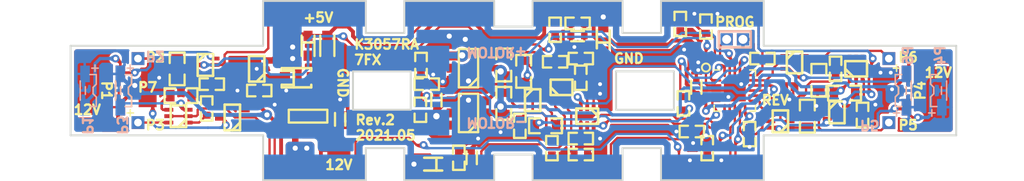
<source format=kicad_pcb>
(kicad_pcb (version 20171130) (host pcbnew "(5.1.9)-1")
  (layers (0 F.Cu signal) (31 B.Cu signal) (34 B.Paste user) (35 F.Paste user) (36 B.SilkS user) (37 F.SilkS user) (38 B.Mask user) (39 F.Mask user) (44 Edge.Cuts user))
  (net 0 "")
  (net 1 MOTOR+)
  (net 2 MOTOR-)
  (net 3 RAIL+)
  (net 4 RAIL-)
  (net 5 +12V)
  (net 6 GND)
  (net 7 +5V)
  (net 8 VRAIL+)
  (net 9 VRAIL-)
  (net 10 "Net-(D3-Pad1)")
  (net 11 "Net-(D11-Pad1)")
  (net 12 "Net-(D12-Pad1)")
  (net 13 "Net-(J12-Pad1)")
  (net 14 "Net-(J14-Pad1)")
  (net 15 "Net-(J16-Pad1)")
  (net 16 "Net-(J18-Pad1)")
  (net 17 "Net-(J19-Pad1)")
  (net 18 UPDI)
  (net 19 REV)
  (net 20 "Net-(Q1-Pad3)")
  (net 21 "Net-(Q2-Pad3)")
  (net 22 FWD)
  (net 23 "Net-(Q3-Pad1)")
  (net 24 "Net-(Q3-Pad2)")
  (net 25 "Net-(Q3-Pad4)")
  (net 26 "Net-(Q6-Pad2)")
  (net 27 "Net-(Q6-Pad3)")
  (net 28 "Net-(Q6-Pad5)")
  (net 29 "Net-(Q8-Pad2)")
  (net 30 Func1)
  (net 31 Func7)
  (net 32 Func2)
  (net 33 "Net-(Q13-Pad1)")
  (net 34 Func3)
  (net 35 "Net-(Q13-Pad4)")
  (net 36 Func4)
  (net 37 Func6)
  (net 38 "Net-(Q14-Pad4)")
  (net 39 Func5)
  (net 40 "Net-(Q14-Pad1)")
  (net 41 "Net-(Q21-Pad6)")
  (net 42 "Net-(Q21-Pad5)")
  (net 43 "Net-(Q21-Pad3)")
  (net 44 "Net-(Q21-Pad2)")
  (net 45 "Net-(Q22-Pad2)")
  (net 46 ABC-)
  (net 47 "Net-(Q22-Pad5)")
  (net 48 ABC+)
  (net 49 "Net-(R1-Pad2)")
  (net 50 PWM)
  (net 51 BEMF)
  (net 52 TXD)
  (net 53 "Net-(Q11-Pad1)")
  (net 54 "Net-(Q12-Pad1)")
  (net 55 "Net-(Q12-Pad4)")
  (net 56 "Net-(D15-Pad1)")
  (net 57 "Net-(D16-Pad1)")
  (net 58 "Net-(Q11-Pad4)")
  (net 59 "Net-(R10-Pad1)")
  (net 60 "Net-(R18-Pad1)")
  (net 61 DIR_JP)
  (module footprint:SOLDER_CONN_PAD_0.7mm_1.4mm (layer F.Cu) (at 155.5 86.7)
    (fp_text reference JP1 hide)
    (fp_text value Jumper)
    (pad 2 smd rect (at 0.4 0) (size 0.6 0.7) (layers F.Cu F.Mask) (net 6 GND))
    (pad 1 smd rect (at -0.4 0) (size 0.6 0.7) (layers F.Cu F.Mask) (net 61 DIR_JP))
  )
  (module footprint:R_1608_v2 (layer F.Cu) (at 159.8 87.2 180)
    (fp_text reference R14 hide)
    (fp_text value 220 hide)
    (pad 1 smd rect (at -0.825 0 180) (size 0.65 0.9) (layers F.Cu F.Paste F.Mask) (net 26 "Net-(Q6-Pad2)"))
    (pad 2 smd rect (at 0.825 0 180) (size 0.65 0.9) (layers F.Cu F.Paste F.Mask) (net 7 +5V))
  )
  (module footprint:VQFN-20-1EP_3x3mm_P0.4mm_EP1.7x1.7mm (layer F.Cu) (at 151.25 87)
    (fp_text reference U2 hide)
    (fp_text value ATtiny1606-M)
    (pad 1 smd custom (at -1.45 -0.8) (size 0.143431 0.143431) (layers F.Cu F.Paste F.Mask) (net 49 "Net-(R1-Pad2)") (options (clearance outline) (anchor circle)) (primitives (gr_poly (pts (xy -0.35 -0.05) (xy 0.299289 -0.05) (xy 0.35 0.000711) (xy 0.35 0.05) (xy -0.35 0.05)) (width 0.1))))
    (pad 2 smd roundrect (at -1.45 -0.4) (size 0.8 0.2) (layers F.Cu F.Paste F.Mask) (net 30 Func1))
    (pad 3 smd roundrect (at -1.45 0) (size 0.8 0.2) (layers F.Cu F.Paste F.Mask) (net 6 GND))
    (pad 4 smd roundrect (at -1.45 0.4) (size 0.8 0.2) (layers F.Cu F.Paste F.Mask) (net 7 +5V))
    (pad 5 smd custom (at -1.45 0.8) (size 0.143431 0.143431) (layers F.Cu F.Paste F.Mask) (net 60 "Net-(R18-Pad1)") (options (clearance outline) (anchor circle)) (primitives (gr_poly (pts (xy -0.35 -0.05) (xy 0.35 -0.05) (xy 0.35 -0.000711) (xy 0.299289 0.05) (xy -0.35 0.05)) (width 0.1))))
    (pad 6 smd custom (at -0.8 1.45) (size 0.143431 0.143431) (layers F.Cu F.Paste F.Mask) (net 48 ABC+) (options (clearance outline) (anchor circle)) (primitives (gr_poly (pts (xy -0.05 -0.299289) (xy 0.000711 -0.35) (xy 0.05 -0.35) (xy 0.05 0.35) (xy -0.05 0.35)) (width 0.1))))
    (pad 7 smd roundrect (at -0.4 1.45) (size 0.2 0.8) (layers F.Cu F.Paste F.Mask) (net 22 FWD))
    (pad 8 smd roundrect (at 0 1.45) (size 0.2 0.8) (layers F.Cu F.Paste F.Mask) (net 34 Func3))
    (pad 9 smd roundrect (at 0.4 1.45) (size 0.2 0.8) (layers F.Cu F.Paste F.Mask) (net 39 Func5))
    (pad 10 smd custom (at 0.8 1.45) (size 0.143431 0.143431) (layers F.Cu F.Paste F.Mask) (net 31 Func7) (options (clearance outline) (anchor circle)) (primitives (gr_poly (pts (xy -0.05 -0.35) (xy -0.000711 -0.35) (xy 0.05 -0.299289) (xy 0.05 0.35) (xy -0.05 0.35)) (width 0.1))))
    (pad 11 smd custom (at 1.45 0.8) (size 0.143431 0.143431) (layers F.Cu F.Paste F.Mask) (net 36 Func4) (options (clearance outline) (anchor circle)) (primitives (gr_poly (pts (xy -0.35 -0.05) (xy 0.35 -0.05) (xy 0.35 0.05) (xy -0.299289 0.05) (xy -0.35 -0.000711)) (width 0.1))))
    (pad 12 smd roundrect (at 1.45 0.4) (size 0.8 0.2) (layers F.Cu F.Paste F.Mask) (net 52 TXD))
    (pad 13 smd roundrect (at 1.45 0) (size 0.8 0.2) (layers F.Cu F.Paste F.Mask) (net 61 DIR_JP))
    (pad 14 smd roundrect (at 1.45 -0.4) (size 0.8 0.2) (layers F.Cu F.Paste F.Mask) (net 50 PWM))
    (pad 15 smd custom (at 1.45 -0.8) (size 0.143431 0.143431) (layers F.Cu F.Paste F.Mask) (net 37 Func6) (options (clearance outline) (anchor circle)) (primitives (gr_poly (pts (xy -0.35 0.000711) (xy -0.299289 -0.05) (xy 0.35 -0.05) (xy 0.35 0.05) (xy -0.35 0.05)) (width 0.1))))
    (pad 16 smd custom (at 0.8 -1.45) (size 0.143431 0.143431) (layers F.Cu F.Paste F.Mask) (net 32 Func2) (options (clearance outline) (anchor circle)) (primitives (gr_poly (pts (xy -0.05 -0.35) (xy 0.05 -0.35) (xy 0.05 0.299289) (xy -0.000711 0.35) (xy -0.05 0.35)) (width 0.1))))
    (pad 17 smd roundrect (at 0.4 -1.45) (size 0.2 0.8) (layers F.Cu F.Paste F.Mask) (net 46 ABC-))
    (pad 18 smd roundrect (at 0 -1.45) (size 0.2 0.8) (layers F.Cu F.Paste F.Mask) (net 19 REV))
    (pad 19 smd roundrect (at -0.4 -1.45) (size 0.2 0.8) (layers F.Cu F.Paste F.Mask) (net 18 UPDI))
    (pad 20 smd custom (at -0.8 -1.45) (size 0.143431 0.143431) (layers F.Cu F.Paste F.Mask) (net 51 BEMF) (options (clearance outline) (anchor circle)) (primitives (gr_poly (pts (xy -0.05 -0.35) (xy 0.05 -0.35) (xy 0.05 0.35) (xy 0.000711 0.35) (xy -0.05 0.299289)) (width 0.1))))
    (pad 21 smd rect (at 0 0) (size 1.7 1.7) (layers F.Cu F.Mask) (net 6 GND))
  )
  (module footprint:SOT-666-nomark (layer F.Cu) (at 137.75 86.75 90)
    (fp_text reference Q21 hide)
    (fp_text value PMBT3906VS hide)
    (pad 6 smd rect (at 0.75 -0.5) (size 0.3 0.7) (layers F.Cu F.Paste F.Mask) (net 41 "Net-(Q21-Pad6)"))
    (pad 5 smd rect (at 0.75 0) (size 0.3 0.7) (layers F.Cu F.Paste F.Mask) (net 42 "Net-(Q21-Pad5)"))
    (pad 4 smd rect (at 0.75 0.5) (size 0.3 0.7) (layers F.Cu F.Paste F.Mask) (net 8 VRAIL+))
    (pad 3 smd rect (at -0.75 0.5) (size 0.3 0.7) (layers F.Cu F.Paste F.Mask) (net 43 "Net-(Q21-Pad3)"))
    (pad 2 smd rect (at -0.75 0) (size 0.3 0.7) (layers F.Cu F.Paste F.Mask) (net 44 "Net-(Q21-Pad2)"))
    (pad 1 smd rect (at -0.75 -0.5) (size 0.3 0.7) (layers F.Cu F.Paste F.Mask) (net 9 VRAIL-))
  )
  (module footprint:C_1005_v2 (layer F.Cu) (at 120.5 89.25 90)
    (fp_text reference C1 hide)
    (fp_text value 104 hide)
    (pad 1 smd rect (at -0.525 0 90) (size 0.5 0.5) (layers F.Cu F.Paste F.Mask) (net 5 +12V))
    (pad 2 smd rect (at 0.525 0 90) (size 0.55 0.5) (layers F.Cu F.Paste F.Mask) (net 6 GND))
  )
  (module footprint:C_1608 (layer F.Cu) (at 119.5 83.5 270)
    (fp_text reference C3 hide)
    (fp_text value 226 hide)
    (pad 1 smd rect (at -0.775 0 270) (size 0.8 0.8) (layers F.Cu F.Paste F.Mask) (net 7 +5V))
    (pad 2 smd rect (at 0.775 0 270) (size 0.8 0.8) (layers F.Cu F.Paste F.Mask) (net 6 GND))
  )
  (module footprint:CP_1608 (layer F.Cu) (at 118 83.5 270)
    (fp_text reference C4 hide)
    (fp_text value 476 hide)
    (pad 1 smd rect (at -0.775 0 270) (size 0.8 0.7) (layers F.Cu F.Paste F.Mask) (net 7 +5V))
    (pad 2 smd rect (at 0.775 0 270) (size 0.8 0.7) (layers F.Cu F.Paste F.Mask) (net 6 GND))
  )
  (module footprint:C_1005_v2 (layer F.Cu) (at 148.25 86.75 90)
    (fp_text reference C5 hide)
    (fp_text value 104 hide)
    (pad 1 smd rect (at -0.525 0 90) (size 0.5 0.5) (layers F.Cu F.Paste F.Mask) (net 7 +5V))
    (pad 2 smd rect (at 0.525 0 90) (size 0.55 0.5) (layers F.Cu F.Paste F.Mask) (net 6 GND))
  )
  (module footprint:C_1005_v2 (layer F.Cu) (at 128 87.75 270)
    (fp_text reference C7 hide)
    (fp_text value 182 hide)
    (pad 1 smd rect (at -0.525 0 270) (size 0.5 0.5) (layers F.Cu F.Paste F.Mask) (net 1 MOTOR+))
    (pad 2 smd rect (at 0.525 0 270) (size 0.55 0.5) (layers F.Cu F.Paste F.Mask) (net 2 MOTOR-))
  )
  (module footprint:C_1005_v2 (layer F.Cu) (at 139 82.75 180)
    (fp_text reference C11 hide)
    (fp_text value 105 hide)
    (pad 2 smd rect (at 0.525 0 180) (size 0.55 0.5) (layers F.Cu F.Paste F.Mask) (net 6 GND))
    (pad 1 smd rect (at -0.525 0 180) (size 0.5 0.5) (layers F.Cu F.Paste F.Mask) (net 8 VRAIL+))
  )
  (module footprint:C_1005_v2 (layer F.Cu) (at 130.75 92.25 90)
    (fp_text reference C12 hide)
    (fp_text value 105 hide)
    (pad 2 smd rect (at 0.525 0 90) (size 0.55 0.5) (layers F.Cu F.Paste F.Mask) (net 6 GND))
    (pad 1 smd rect (at -0.525 0 90) (size 0.5 0.5) (layers F.Cu F.Paste F.Mask) (net 9 VRAIL-))
  )
  (module footprint:SOT-143 (layer F.Cu) (at 118 89 180)
    (fp_text reference D1 hide)
    (fp_text value BAS3007)
    (pad 1 smd rect (at -0.8 1 180) (size 1.2 0.9) (layers F.Cu F.Paste F.Mask) (net 6 GND))
    (pad 2 smd rect (at 1 1 180) (size 0.8 0.9) (layers F.Cu F.Paste F.Mask) (net 3 RAIL+))
    (pad 3 smd rect (at 1 -1 180) (size 0.8 0.9) (layers F.Cu F.Paste F.Mask) (net 4 RAIL-))
    (pad 4 smd rect (at -1 -1 180) (size 0.8 0.9) (layers F.Cu F.Paste F.Mask) (net 5 +12V))
  )
  (module footprint:UMD2 (layer F.Cu) (at 117.25 86 180)
    (fp_text reference D3 hide)
    (fp_text value UDZV5.6B hide)
    (pad 2 smd rect (at -1.05 0 180) (size 0.8 0.9) (layers F.Cu F.Paste F.Mask) (net 6 GND))
    (pad 1 smd rect (at 1.05 0 180) (size 0.8 0.9) (layers F.Cu F.Paste F.Mask) (net 10 "Net-(D3-Pad1)"))
  )
  (module footprint:LED_1224_1005_SIDE (layer F.Cu) (at 103 87 270)
    (fp_text reference D11 hide)
    (fp_text value LED)
    (pad 1 smd rect (at -1.3 -0.375 270) (size 1.3 0.75) (layers F.Cu F.Paste F.Mask) (net 11 "Net-(D11-Pad1)"))
    (pad 2 smd rect (at 1.3 -0.375 270) (size 1.3 0.75) (layers F.Cu F.Paste F.Mask) (net 5 +12V))
    (pad 1 smd rect (at -0.55 -0.25 270) (size 0.5 0.3) (layers F.Cu F.Paste F.Mask) (net 11 "Net-(D11-Pad1)"))
    (pad 2 smd rect (at 0.55 -0.25 270) (size 0.5 0.3) (layers F.Cu F.Paste F.Mask) (net 5 +12V))
  )
  (module footprint:LED_1224_1005_SIDE (layer F.Cu) (at 165 87 90)
    (fp_text reference D12 hide)
    (fp_text value LED)
    (pad 2 smd rect (at 0.55 -0.25 90) (size 0.5 0.3) (layers F.Cu F.Paste F.Mask) (net 5 +12V))
    (pad 1 smd rect (at -0.55 -0.25 90) (size 0.5 0.3) (layers F.Cu F.Paste F.Mask) (net 12 "Net-(D12-Pad1)"))
    (pad 2 smd rect (at 1.3 -0.375 90) (size 1.3 0.75) (layers F.Cu F.Paste F.Mask) (net 5 +12V))
    (pad 1 smd rect (at -1.3 -0.375 90) (size 1.3 0.75) (layers F.Cu F.Paste F.Mask) (net 12 "Net-(D12-Pad1)"))
  )
  (module footprint:EMD2_small (layer F.Cu) (at 141 83 270)
    (fp_text reference D21 hide)
    (fp_text value BAT43XV2 hide)
    (pad 2 smd rect (at -0.85 0 270) (size 0.6 0.8) (layers F.Cu F.Paste F.Mask) (net 3 RAIL+))
    (pad 1 smd rect (at 0.85 0 270) (size 0.6 0.8) (layers F.Cu F.Paste F.Mask) (net 8 VRAIL+))
  )
  (module footprint:EMD2 (layer F.Cu) (at 127.75 92.75)
    (fp_text reference D22 hide)
    (fp_text value BAT43XV2 hide)
    (pad 2 smd rect (at -0.9 0) (size 0.7 0.8) (layers F.Cu F.Paste F.Mask) (net 4 RAIL-))
    (pad 1 smd rect (at 0.9 0) (size 0.7 0.8) (layers F.Cu F.Paste F.Mask) (net 9 VRAIL-))
  )
  (module footprint:PAD_1.0x1.8_SMD (layer F.Cu) (at 167.2 84.4 90)
    (fp_text reference J11 hide)
    (fp_text value PAD hide)
    (pad 1 smd rect (at 0 0 90) (size 1 1.8) (layers F.Cu F.Mask) (net 5 +12V))
  )
  (module footprint:PAD_1.0x1.0_Hole0.6 (layer F.Cu) (at 163.25 89.5)
    (fp_text reference J12 hide)
    (fp_text value PAD hide)
    (pad 1 thru_hole rect (at 0 0) (size 1 1) (drill 0.6) (layers *.Cu *.Mask) (net 13 "Net-(J12-Pad1)"))
  )
  (module footprint:PAD_1.0x1.0_Hole0.6 (layer F.Cu) (at 104.75 89.5)
    (fp_text reference J14 hide)
    (fp_text value PAD hide)
    (pad 1 thru_hole rect (at 0 0) (size 1 1) (drill 0.6) (layers *.Cu *.Mask) (net 14 "Net-(J14-Pad1)"))
  )
  (module footprint:PAD_1.0x1.0_Hole0.6 (layer F.Cu) (at 163.25 84.5)
    (fp_text reference J16 hide)
    (fp_text value PAD hide)
    (pad 1 thru_hole rect (at 0 0) (size 1 1) (drill 0.6) (layers *.Cu *.Mask) (net 15 "Net-(J16-Pad1)"))
  )
  (module footprint:PAD_1.0x1.0_Hole0.6 (layer F.Cu) (at 104.75 84.5)
    (fp_text reference J18 hide)
    (fp_text value PAD hide)
    (pad 1 thru_hole rect (at 0 0) (size 1 1) (drill 0.6) (layers *.Cu *.Mask) (net 16 "Net-(J18-Pad1)"))
  )
  (module footprint:PAD_1.0x1.8_SMD (layer F.Cu) (at 100.8 89.6 90)
    (fp_text reference P7 hide)
    (fp_text value PAD hide)
    (pad 1 smd rect (at 0 0 90) (size 1 1.8) (layers F.Cu F.Mask) (net 5 +12V))
  )
  (module footprint:PAD_0.6x1.0_SMD (layer F.Cu) (at 119.6 86)
    (fp_text reference P8 hide)
    (fp_text value PAD hide)
    (pad 1 smd rect (at 0 0) (size 0.6 1) (layers F.Cu F.Paste F.Mask) (net 6 GND))
  )
  (module footprint:PAD_PROG_2PIN_HOLE0.7 (layer F.Cu) (at 151.25 83)
    (fp_text reference P9 hide)
    (fp_text value PROG hide)
    (pad 1 thru_hole rect (at -0.635 0) (size 0.95 0.95) (drill 0.7) (layers *.Cu *.Mask) (net 18 UPDI))
    (pad 2 thru_hole rect (at 0.635 0) (size 0.95 0.95) (drill 0.7) (layers *.Cu *.Mask) (net 6 GND))
  )
  (module footprint:PAD_0.6x1.0_SMD (layer F.Cu) (at 120.7 81.3 90)
    (fp_text reference P10 hide)
    (fp_text value PAD hide)
    (pad 1 smd rect (at 0 0 90) (size 0.6 1) (layers F.Cu F.Paste F.Mask) (net 7 +5V))
  )
  (module footprint:PAD_0.5x1.2_SMD (layer F.Cu) (at 120.7 84.5)
    (fp_text reference P11 hide)
    (fp_text value PAD hide)
    (pad 1 smd rect (at 0 0) (size 0.5 1.2) (layers F.Cu F.Paste F.Mask) (net 6 GND))
  )
  (module footprint:KATO_RAILPAD_3057_8mm (layer F.Cu) (at 118.5 81)
    (fp_text reference P21 hide)
    (fp_text value PAD hide)
    (pad 1 smd rect (at 0 0) (size 8 2) (layers B.Cu B.Paste B.Mask) (net 3 RAIL+))
  )
  (module footprint:KATO_RAILPAD_3057_7mm (layer F.Cu) (at 129 81)
    (fp_text reference P22 hide)
    (fp_text value PAD hide)
    (pad 1 smd rect (at 0 0) (size 7 2) (layers B.Cu B.Paste B.Mask) (net 3 RAIL+))
  )
  (module footprint:KATO_RAILPAD_3057_7mm (layer F.Cu) (at 139 81)
    (fp_text reference P23 hide)
    (fp_text value PAD hide)
    (pad 1 smd rect (at 0 0) (size 7 2) (layers B.Cu B.Paste B.Mask) (net 3 RAIL+))
  )
  (module footprint:KATO_RAILPAD_3057_8mm (layer F.Cu) (at 149.5 81)
    (fp_text reference P24 hide)
    (fp_text value PAD hide)
    (pad 1 smd rect (at 0 0) (size 8 2) (layers B.Cu B.Paste B.Mask) (net 3 RAIL+))
  )
  (module footprint:KATO_RAILPAD_3057_8mm (layer F.Cu) (at 118.5 93)
    (fp_text reference P25 hide)
    (fp_text value PAD hide)
    (pad 1 smd rect (at 0 0) (size 8 2) (layers B.Cu B.Paste B.Mask) (net 4 RAIL-))
  )
  (module footprint:KATO_RAILPAD_3057_7mm (layer F.Cu) (at 129 93)
    (fp_text reference P26 hide)
    (fp_text value PAD hide)
    (pad 1 smd rect (at 0 0) (size 7 2) (layers B.Cu B.Paste B.Mask) (net 4 RAIL-))
  )
  (module footprint:KATO_RAILPAD_3057_7mm (layer F.Cu) (at 139 93)
    (fp_text reference P27 hide)
    (fp_text value PAD hide)
    (pad 1 smd rect (at 0 0) (size 7 2) (layers B.Cu B.Paste B.Mask) (net 4 RAIL-))
  )
  (module footprint:KATO_RAILPAD_3057_8mm (layer F.Cu) (at 149.5 93)
    (fp_text reference P28 hide)
    (fp_text value PAD hide)
    (pad 1 smd rect (at 0 0) (size 8 2) (layers B.Cu B.Paste B.Mask) (net 4 RAIL-))
  )
  (module footprint:KATO_RAILPAD_3057_8mm (layer F.Cu) (at 125 84.5)
    (fp_text reference P29 hide)
    (fp_text value PAD hide)
    (pad 1 smd rect (at 0 0) (size 8 2) (layers B.Cu B.Paste B.Mask) (net 1 MOTOR+))
  )
  (module footprint:KATO_RAILPAD_3057_8mm (layer F.Cu) (at 125 89.5)
    (fp_text reference P31 hide)
    (fp_text value PAD hide)
    (pad 1 smd rect (at 0 0) (size 8 2) (layers B.Cu B.Paste B.Mask) (net 2 MOTOR-))
  )
  (module footprint:SOT-23-6 (layer F.Cu) (at 130.5 85.25 90)
    (fp_text reference Q1 hide)
    (fp_text value DMG6601LVT)
    (pad 1 smd rect (at -0.95 1.2 90) (size 0.7 1) (layers F.Cu F.Paste F.Mask) (net 19 REV))
    (pad 2 smd rect (at 0 1.2 90) (size 0.7 1) (layers F.Cu F.Paste F.Mask) (net 5 +12V))
    (pad 3 smd rect (at 0.95 1.2 90) (size 0.7 1) (layers F.Cu F.Paste F.Mask) (net 20 "Net-(Q1-Pad3)"))
    (pad 4 smd rect (at 0.95 -1.2 90) (size 0.7 1) (layers F.Cu F.Paste F.Mask) (net 1 MOTOR+))
    (pad 5 smd rect (at 0 -1.2 90) (size 0.7 1) (layers F.Cu F.Paste F.Mask) (net 6 GND))
    (pad 6 smd rect (at -0.95 -1.2 90) (size 0.7 1) (layers F.Cu F.Paste F.Mask) (net 1 MOTOR+))
  )
  (module footprint:SOT-23-6 (layer F.Cu) (at 130.5 88.75 90)
    (fp_text reference Q2 hide)
    (fp_text value DMG6601LVT)
    (pad 6 smd rect (at -0.95 -1.2 90) (size 0.7 1) (layers F.Cu F.Paste F.Mask) (net 2 MOTOR-))
    (pad 5 smd rect (at 0 -1.2 90) (size 0.7 1) (layers F.Cu F.Paste F.Mask) (net 6 GND))
    (pad 4 smd rect (at 0.95 -1.2 90) (size 0.7 1) (layers F.Cu F.Paste F.Mask) (net 2 MOTOR-))
    (pad 3 smd rect (at 0.95 1.2 90) (size 0.7 1) (layers F.Cu F.Paste F.Mask) (net 21 "Net-(Q2-Pad3)"))
    (pad 2 smd rect (at 0 1.2 90) (size 0.7 1) (layers F.Cu F.Paste F.Mask) (net 5 +12V))
    (pad 1 smd rect (at -0.95 1.2 90) (size 0.7 1) (layers F.Cu F.Paste F.Mask) (net 22 FWD))
  )
  (module footprint:SOT-666-nomark (layer F.Cu) (at 135.5 87.75)
    (fp_text reference Q3 hide)
    (fp_text value PMBT3904VS hide)
    (pad 1 smd rect (at -0.75 -0.5 270) (size 0.3 0.7) (layers F.Cu F.Paste F.Mask) (net 23 "Net-(Q3-Pad1)"))
    (pad 2 smd rect (at -0.75 0 270) (size 0.3 0.7) (layers F.Cu F.Paste F.Mask) (net 24 "Net-(Q3-Pad2)"))
    (pad 3 smd rect (at -0.75 0.5 270) (size 0.3 0.7) (layers F.Cu F.Paste F.Mask) (net 21 "Net-(Q2-Pad3)"))
    (pad 4 smd rect (at 0.75 0.5 270) (size 0.3 0.7) (layers F.Cu F.Paste F.Mask) (net 25 "Net-(Q3-Pad4)"))
    (pad 5 smd rect (at 0.75 0 270) (size 0.3 0.7) (layers F.Cu F.Paste F.Mask) (net 24 "Net-(Q3-Pad2)"))
    (pad 6 smd rect (at 0.75 -0.5 270) (size 0.3 0.7) (layers F.Cu F.Paste F.Mask) (net 20 "Net-(Q1-Pad3)"))
  )
  (module footprint:SC-70_v2 (layer F.Cu) (at 114 85.3 90)
    (fp_text reference Q5 hide)
    (fp_text value 2SC4116 hide)
    (pad 3 smd rect (at 0 -0.95 90) (size 0.5 0.8) (layers F.Cu F.Paste F.Mask) (net 5 +12V))
    (pad 2 smd rect (at 0.65 0.95 90) (size 0.5 0.8) (layers F.Cu F.Paste F.Mask) (net 7 +5V))
    (pad 1 smd rect (at -0.65 0.95 90) (size 0.5 0.8) (layers F.Cu F.Paste F.Mask) (net 10 "Net-(D3-Pad1)"))
  )
  (module footprint:SOT-666-nomark (layer F.Cu) (at 160.7 85.3 90)
    (fp_text reference Q6 hide)
    (fp_text value PMBT3906VS hide)
    (pad 1 smd rect (at -0.75 -0.5) (size 0.3 0.7) (layers F.Cu F.Paste F.Mask) (net 7 +5V))
    (pad 2 smd rect (at -0.75 0) (size 0.3 0.7) (layers F.Cu F.Paste F.Mask) (net 26 "Net-(Q6-Pad2)"))
    (pad 3 smd rect (at -0.75 0.5) (size 0.3 0.7) (layers F.Cu F.Paste F.Mask) (net 27 "Net-(Q6-Pad3)"))
    (pad 4 smd rect (at 0.75 0.5) (size 0.3 0.7) (layers F.Cu F.Paste F.Mask) (net 26 "Net-(Q6-Pad2)"))
    (pad 5 smd rect (at 0.75 0) (size 0.3 0.7) (layers F.Cu F.Paste F.Mask) (net 28 "Net-(Q6-Pad5)"))
    (pad 6 smd rect (at 0.75 -0.5) (size 0.3 0.7) (layers F.Cu F.Paste F.Mask) (net 28 "Net-(Q6-Pad5)"))
  )
  (module footprint:SOT-666-nomark (layer F.Cu) (at 159.2 88.7)
    (fp_text reference Q8 hide)
    (fp_text value PMBT3904VS hide)
    (pad 6 smd rect (at 0.75 -0.5 270) (size 0.3 0.7) (layers F.Cu F.Paste F.Mask) (net 3 RAIL+))
    (pad 5 smd rect (at 0.75 0 270) (size 0.3 0.7) (layers F.Cu F.Paste F.Mask) (net 27 "Net-(Q6-Pad3)"))
    (pad 4 smd rect (at 0.75 0.5 270) (size 0.3 0.7) (layers F.Cu F.Paste F.Mask) (net 27 "Net-(Q6-Pad3)"))
    (pad 3 smd rect (at -0.75 0.5 270) (size 0.3 0.7) (layers F.Cu F.Paste F.Mask) (net 4 RAIL-))
    (pad 2 smd rect (at -0.75 0 270) (size 0.3 0.7) (layers F.Cu F.Paste F.Mask) (net 29 "Net-(Q8-Pad2)"))
    (pad 1 smd rect (at -0.75 -0.5 270) (size 0.3 0.7) (layers F.Cu F.Paste F.Mask) (net 6 GND))
  )
  (module footprint:SC-70_v2 (layer F.Cu) (at 112.1 89.1 90)
    (fp_text reference Q15 hide)
    (fp_text value SSM3K7002BFU hide)
    (pad 1 smd rect (at -0.65 0.95 90) (size 0.5 0.8) (layers F.Cu F.Paste F.Mask) (net 31 Func7))
    (pad 2 smd rect (at 0.65 0.95 90) (size 0.5 0.8) (layers F.Cu F.Paste F.Mask) (net 6 GND))
    (pad 3 smd rect (at 0 -0.95 90) (size 0.5 0.8) (layers F.Cu F.Paste F.Mask) (net 17 "Net-(J19-Pad1)"))
  )
  (module footprint:SOT-666-nomark (layer F.Cu) (at 110 85)
    (fp_text reference Q11 hide)
    (fp_text value SSM6N7002BFE hide)
    (pad 6 smd rect (at 0.75 -0.5 270) (size 0.3 0.7) (layers F.Cu F.Paste F.Mask) (net 11 "Net-(D11-Pad1)"))
    (pad 5 smd rect (at 0.75 0 270) (size 0.3 0.7) (layers F.Cu F.Paste F.Mask) (net 32 Func2))
    (pad 4 smd rect (at 0.75 0.5 270) (size 0.3 0.7) (layers F.Cu F.Paste F.Mask) (net 58 "Net-(Q11-Pad4)"))
    (pad 3 smd rect (at -0.75 0.5 270) (size 0.3 0.7) (layers F.Cu F.Paste F.Mask) (net 16 "Net-(J18-Pad1)"))
    (pad 2 smd rect (at -0.75 0 270) (size 0.3 0.7) (layers F.Cu F.Paste F.Mask) (net 30 Func1))
    (pad 1 smd rect (at -0.75 -0.5 270) (size 0.3 0.7) (layers F.Cu F.Paste F.Mask) (net 53 "Net-(Q11-Pad1)"))
  )
  (module footprint:SOT-666-nomark (layer F.Cu) (at 107.9 89 180)
    (fp_text reference Q13 hide)
    (fp_text value SSM6N7002BFE hide)
    (pad 1 smd rect (at -0.75 -0.5 90) (size 0.3 0.7) (layers F.Cu F.Paste F.Mask) (net 33 "Net-(Q13-Pad1)"))
    (pad 2 smd rect (at -0.75 0 90) (size 0.3 0.7) (layers F.Cu F.Paste F.Mask) (net 34 Func3))
    (pad 3 smd rect (at -0.75 0.5 90) (size 0.3 0.7) (layers F.Cu F.Paste F.Mask) (net 57 "Net-(D16-Pad1)"))
    (pad 4 smd rect (at 0.75 0.5 90) (size 0.3 0.7) (layers F.Cu F.Paste F.Mask) (net 35 "Net-(Q13-Pad4)"))
    (pad 5 smd rect (at 0.75 0 90) (size 0.3 0.7) (layers F.Cu F.Paste F.Mask) (net 34 Func3))
    (pad 6 smd rect (at 0.75 -0.5 90) (size 0.3 0.7) (layers F.Cu F.Paste F.Mask) (net 14 "Net-(J14-Pad1)"))
  )
  (module footprint:SOT-666-nomark (layer F.Cu) (at 155.9 84.8)
    (fp_text reference Q14 hide)
    (fp_text value SSM6N7002BFE hide)
    (pad 6 smd rect (at 0.75 -0.5 270) (size 0.3 0.7) (layers F.Cu F.Paste F.Mask) (net 15 "Net-(J16-Pad1)"))
    (pad 5 smd rect (at 0.75 0 270) (size 0.3 0.7) (layers F.Cu F.Paste F.Mask) (net 37 Func6))
    (pad 4 smd rect (at 0.75 0.5 270) (size 0.3 0.7) (layers F.Cu F.Paste F.Mask) (net 38 "Net-(Q14-Pad4)"))
    (pad 3 smd rect (at -0.75 0.5 270) (size 0.3 0.7) (layers F.Cu F.Paste F.Mask) (net 56 "Net-(D15-Pad1)"))
    (pad 2 smd rect (at -0.75 0 270) (size 0.3 0.7) (layers F.Cu F.Paste F.Mask) (net 37 Func6))
    (pad 1 smd rect (at -0.75 -0.5 270) (size 0.3 0.7) (layers F.Cu F.Paste F.Mask) (net 40 "Net-(Q14-Pad1)"))
  )
  (module footprint:SOT-666-nomark (layer F.Cu) (at 139.75 89 270)
    (fp_text reference Q22 hide)
    (fp_text value SSM6N7002BFE hide)
    (pad 1 smd rect (at -0.75 -0.5 180) (size 0.3 0.7) (layers F.Cu F.Paste F.Mask) (net 6 GND))
    (pad 2 smd rect (at -0.75 0 180) (size 0.3 0.7) (layers F.Cu F.Paste F.Mask) (net 45 "Net-(Q22-Pad2)"))
    (pad 3 smd rect (at -0.75 0.5 180) (size 0.3 0.7) (layers F.Cu F.Paste F.Mask) (net 46 ABC-))
    (pad 4 smd rect (at 0.75 0.5 180) (size 0.3 0.7) (layers F.Cu F.Paste F.Mask) (net 6 GND))
    (pad 5 smd rect (at 0.75 0 180) (size 0.3 0.7) (layers F.Cu F.Paste F.Mask) (net 47 "Net-(Q22-Pad5)"))
    (pad 6 smd rect (at 0.75 -0.5 180) (size 0.3 0.7) (layers F.Cu F.Paste F.Mask) (net 48 ABC+))
  )
  (module footprint:R_1005 (layer F.Cu) (at 149 82 270)
    (fp_text reference R1 hide)
    (fp_text value 104 hide)
    (pad 2 smd rect (at 0.525 0 270) (size 0.55 0.6) (layers F.Cu F.Paste F.Mask) (net 49 "Net-(R1-Pad2)"))
    (pad 1 smd rect (at -0.525 0 270) (size 0.55 0.6) (layers F.Cu F.Paste F.Mask) (net 3 RAIL+))
  )
  (module footprint:R_1005 (layer F.Cu) (at 149.1 91.5 90)
    (fp_text reference R2 hide)
    (fp_text value 104 hide)
    (pad 1 smd rect (at -0.525 0 90) (size 0.55 0.6) (layers F.Cu F.Paste F.Mask) (net 4 RAIL-))
    (pad 2 smd rect (at 0.525 0 90) (size 0.55 0.6) (layers F.Cu F.Paste F.Mask) (net 60 "Net-(R18-Pad1)"))
  )
  (module footprint:R_1608_v2 (layer F.Cu) (at 133.25 85 90)
    (fp_text reference R3 hide)
    (fp_text value 102 hide)
    (pad 1 smd rect (at -0.825 0 90) (size 0.65 0.9) (layers F.Cu F.Paste F.Mask) (net 5 +12V))
    (pad 2 smd rect (at 0.825 0 90) (size 0.65 0.9) (layers F.Cu F.Paste F.Mask) (net 20 "Net-(Q1-Pad3)"))
  )
  (module footprint:R_1608_v2 (layer F.Cu) (at 133.25 88 90)
    (fp_text reference R4 hide)
    (fp_text value 102 hide)
    (pad 1 smd rect (at -0.825 0 90) (size 0.65 0.9) (layers F.Cu F.Paste F.Mask) (net 5 +12V))
    (pad 2 smd rect (at 0.825 0 90) (size 0.65 0.9) (layers F.Cu F.Paste F.Mask) (net 21 "Net-(Q2-Pad3)"))
  )
  (module footprint:R_1608_v2 (layer F.Cu) (at 134.8 85.5 270)
    (fp_text reference R5 hide)
    (fp_text value 331 hide)
    (pad 2 smd rect (at 0.825 0 270) (size 0.65 0.9) (layers F.Cu F.Paste F.Mask) (net 19 REV))
    (pad 1 smd rect (at -0.825 0 270) (size 0.65 0.9) (layers F.Cu F.Paste F.Mask) (net 23 "Net-(Q3-Pad1)"))
  )
  (module footprint:R_1608_v2 (layer F.Cu) (at 136.5 89.75 180)
    (fp_text reference R6 hide)
    (fp_text value 331 hide)
    (pad 2 smd rect (at 0.825 0 180) (size 0.65 0.9) (layers F.Cu F.Paste F.Mask) (net 22 FWD))
    (pad 1 smd rect (at -0.825 0 180) (size 0.65 0.9) (layers F.Cu F.Paste F.Mask) (net 25 "Net-(Q3-Pad4)"))
  )
  (module footprint:R_1005 (layer F.Cu) (at 137 91.5 90)
    (fp_text reference R7 hide)
    (fp_text value 102 hide)
    (pad 1 smd rect (at -0.525 0 90) (size 0.55 0.6) (layers F.Cu F.Paste F.Mask) (net 50 PWM))
    (pad 2 smd rect (at 0.525 0 90) (size 0.55 0.6) (layers F.Cu F.Paste F.Mask) (net 24 "Net-(Q3-Pad2)"))
  )
  (module footprint:R_1005 (layer F.Cu) (at 134.5 89.75 270)
    (fp_text reference R8 hide)
    (fp_text value 102 hide)
    (pad 2 smd rect (at 0.525 0 270) (size 0.55 0.6) (layers F.Cu F.Paste F.Mask) (net 6 GND))
    (pad 1 smd rect (at -0.525 0 270) (size 0.55 0.6) (layers F.Cu F.Paste F.Mask) (net 24 "Net-(Q3-Pad2)"))
  )
  (module footprint:R_1005 (layer F.Cu) (at 147.25 88 270)
    (fp_text reference R11 hide)
    (fp_text value 102 hide)
    (pad 2 smd rect (at 0.525 0 270) (size 0.55 0.6) (layers F.Cu F.Paste F.Mask) (net 59 "Net-(R10-Pad1)"))
    (pad 1 smd rect (at -0.525 0 270) (size 0.55 0.6) (layers F.Cu F.Paste F.Mask) (net 51 BEMF))
  )
  (module footprint:R_1005 (layer F.Cu) (at 114.2 87)
    (fp_text reference R12 hide)
    (fp_text value 472 hide)
    (pad 1 smd rect (at -0.525 0) (size 0.55 0.6) (layers F.Cu F.Paste F.Mask) (net 5 +12V))
    (pad 2 smd rect (at 0.525 0) (size 0.55 0.6) (layers F.Cu F.Paste F.Mask) (net 10 "Net-(D3-Pad1)"))
  )
  (module footprint:R_1005 (layer F.Cu) (at 159.1 85.3 270)
    (fp_text reference R13 hide)
    (fp_text value 103 hide)
    (pad 1 smd rect (at -0.525 0 270) (size 0.55 0.6) (layers F.Cu F.Paste F.Mask) (net 28 "Net-(Q6-Pad5)"))
    (pad 2 smd rect (at 0.525 0 270) (size 0.55 0.6) (layers F.Cu F.Paste F.Mask) (net 52 TXD))
  )
  (module footprint:R_1005 (layer F.Cu) (at 161.2 88.9 270)
    (fp_text reference R15 hide)
    (fp_text value 682 hide)
    (pad 2 smd rect (at 0.525 0 270) (size 0.55 0.6) (layers F.Cu F.Paste F.Mask) (net 29 "Net-(Q8-Pad2)"))
    (pad 1 smd rect (at -0.525 0 270) (size 0.55 0.6) (layers F.Cu F.Paste F.Mask) (net 27 "Net-(Q6-Pad3)"))
  )
  (module footprint:R_1608_v2 (layer F.Cu) (at 107.8 85.3 270)
    (fp_text reference R21 hide)
    (fp_text value 151 hide)
    (pad 1 smd rect (at -0.825 0 270) (size 0.65 0.9) (layers F.Cu F.Paste F.Mask) (net 53 "Net-(Q11-Pad1)"))
    (pad 2 smd rect (at 0.825 0 270) (size 0.65 0.9) (layers F.Cu F.Paste F.Mask) (net 6 GND))
  )
  (module footprint:R_1608_v2 (layer F.Cu) (at 156.9 89 90)
    (fp_text reference R22 hide)
    (fp_text value 151 hide)
    (pad 2 smd rect (at 0.825 0 90) (size 0.65 0.9) (layers F.Cu F.Paste F.Mask) (net 6 GND))
    (pad 1 smd rect (at -0.825 0 90) (size 0.65 0.9) (layers F.Cu F.Paste F.Mask) (net 54 "Net-(Q12-Pad1)"))
  )
  (module footprint:R_1005 (layer F.Cu) (at 152.4 90.4 270)
    (fp_text reference R23 hide)
    (fp_text value 472 hide)
    (pad 2 smd rect (at 0.525 0 270) (size 0.55 0.6) (layers F.Cu F.Paste F.Mask) (net 6 GND))
    (pad 1 smd rect (at -0.525 0 270) (size 0.55 0.6) (layers F.Cu F.Paste F.Mask) (net 55 "Net-(Q12-Pad4)"))
  )
  (module footprint:R_1005 (layer F.Cu) (at 110.1 88.4 90)
    (fp_text reference R24 hide)
    (fp_text value 472 hide)
    (pad 1 smd rect (at -0.525 0 90) (size 0.55 0.6) (layers F.Cu F.Paste F.Mask) (net 33 "Net-(Q13-Pad1)"))
    (pad 2 smd rect (at 0.525 0 90) (size 0.55 0.6) (layers F.Cu F.Paste F.Mask) (net 6 GND))
  )
  (module footprint:R_1005 (layer F.Cu) (at 153.4 84.5 180)
    (fp_text reference R25 hide)
    (fp_text value 472 hide)
    (pad 2 smd rect (at 0.525 0 180) (size 0.55 0.6) (layers F.Cu F.Paste F.Mask) (net 6 GND))
    (pad 1 smd rect (at -0.525 0 180) (size 0.55 0.6) (layers F.Cu F.Paste F.Mask) (net 40 "Net-(Q14-Pad1)"))
  )
  (module footprint:R_1005 (layer F.Cu) (at 110.5 86.5 180)
    (fp_text reference R26 hide)
    (fp_text value 472 hide)
    (pad 1 smd rect (at -0.525 0 180) (size 0.55 0.6) (layers F.Cu F.Paste F.Mask) (net 58 "Net-(Q11-Pad4)"))
    (pad 2 smd rect (at 0.525 0 180) (size 0.55 0.6) (layers F.Cu F.Paste F.Mask) (net 6 GND))
  )
  (module footprint:R_1005 (layer F.Cu) (at 139.25 86 90)
    (fp_text reference R31 hide)
    (fp_text value 102 hide)
    (pad 1 smd rect (at -0.525 0 90) (size 0.55 0.6) (layers F.Cu F.Paste F.Mask) (net 44 "Net-(Q21-Pad2)"))
    (pad 2 smd rect (at 0.525 0 90) (size 0.55 0.6) (layers F.Cu F.Paste F.Mask) (net 8 VRAIL+))
  )
  (module footprint:R_1005 (layer F.Cu) (at 139 81.75 180)
    (fp_text reference R32 hide)
    (fp_text value 103 hide)
    (pad 2 smd rect (at 0.525 0 180) (size 0.55 0.6) (layers F.Cu F.Paste F.Mask) (net 6 GND))
    (pad 1 smd rect (at -0.525 0 180) (size 0.55 0.6) (layers F.Cu F.Paste F.Mask) (net 8 VRAIL+))
  )
  (module footprint:R_1005 (layer F.Cu) (at 137.25 82.25 90)
    (fp_text reference R33 hide)
    (fp_text value 472 hide)
    (pad 1 smd rect (at -0.525 0 90) (size 0.55 0.6) (layers F.Cu F.Paste F.Mask) (net 41 "Net-(Q21-Pad6)"))
    (pad 2 smd rect (at 0.525 0 90) (size 0.55 0.6) (layers F.Cu F.Paste F.Mask) (net 6 GND))
  )
  (module footprint:R_1005 (layer F.Cu) (at 139.25 84.5 180)
    (fp_text reference R34 hide)
    (fp_text value 103 hide)
    (pad 2 smd rect (at 0.525 0 180) (size 0.55 0.6) (layers F.Cu F.Paste F.Mask) (net 41 "Net-(Q21-Pad6)"))
    (pad 1 smd rect (at -0.525 0 180) (size 0.55 0.6) (layers F.Cu F.Paste F.Mask) (net 45 "Net-(Q22-Pad2)"))
  )
  (module footprint:R_1005 (layer F.Cu) (at 137.25 84.75 180)
    (fp_text reference R35 hide)
    (fp_text value 102 hide)
    (pad 2 smd rect (at 0.525 0 180) (size 0.55 0.6) (layers F.Cu F.Paste F.Mask) (net 9 VRAIL-))
    (pad 1 smd rect (at -0.525 0 180) (size 0.55 0.6) (layers F.Cu F.Paste F.Mask) (net 42 "Net-(Q21-Pad5)"))
  )
  (module footprint:R_1005 (layer F.Cu) (at 129.75 92.25 90)
    (fp_text reference R36 hide)
    (fp_text value 103 hide)
    (pad 1 smd rect (at -0.525 0 90) (size 0.55 0.6) (layers F.Cu F.Paste F.Mask) (net 9 VRAIL-))
    (pad 2 smd rect (at 0.525 0 90) (size 0.55 0.6) (layers F.Cu F.Paste F.Mask) (net 6 GND))
  )
  (module footprint:R_1005 (layer F.Cu) (at 139.25 92)
    (fp_text reference R37 hide)
    (fp_text value 472 hide)
    (pad 2 smd rect (at 0.525 0) (size 0.55 0.6) (layers F.Cu F.Paste F.Mask) (net 6 GND))
    (pad 1 smd rect (at -0.525 0) (size 0.55 0.6) (layers F.Cu F.Paste F.Mask) (net 43 "Net-(Q21-Pad3)"))
  )
  (module footprint:R_1005 (layer F.Cu) (at 139.25 90.75 180)
    (fp_text reference R38 hide)
    (fp_text value 103 hide)
    (pad 1 smd rect (at -0.525 0 180) (size 0.55 0.6) (layers F.Cu F.Paste F.Mask) (net 47 "Net-(Q22-Pad5)"))
    (pad 2 smd rect (at 0.525 0 180) (size 0.55 0.6) (layers F.Cu F.Paste F.Mask) (net 43 "Net-(Q21-Pad3)"))
  )
  (module footprint:R_1005 (layer F.Cu) (at 127.25 86.5)
    (fp_text reference R9 hide)
    (fp_text value 103 hide)
    (pad 1 smd rect (at -0.525 0) (size 0.55 0.6) (layers F.Cu F.Paste F.Mask) (net 59 "Net-(R10-Pad1)"))
    (pad 2 smd rect (at 0.525 0) (size 0.55 0.6) (layers F.Cu F.Paste F.Mask) (net 1 MOTOR+))
  )
  (module footprint:R_1005 (layer F.Cu) (at 126.75 88.5 270)
    (fp_text reference R10 hide)
    (fp_text value 103 hide)
    (pad 2 smd rect (at 0.525 0 270) (size 0.55 0.6) (layers F.Cu F.Paste F.Mask) (net 2 MOTOR-))
    (pad 1 smd rect (at -0.525 0 270) (size 0.55 0.6) (layers F.Cu F.Paste F.Mask) (net 59 "Net-(R10-Pad1)"))
  )
  (module footprint:LED_1224_1005_SIDE (layer B.Cu) (at 165 87 270)
    (fp_text reference D15 hide)
    (fp_text value LED)
    (pad 1 smd rect (at -1.3 0.375 270) (size 1.3 0.75) (layers B.Cu B.Paste B.Mask) (net 56 "Net-(D15-Pad1)"))
    (pad 2 smd rect (at 1.3 0.375 270) (size 1.3 0.75) (layers B.Cu B.Paste B.Mask) (net 5 +12V))
    (pad 1 smd rect (at -0.55 0.25 270) (size 0.5 0.3) (layers B.Cu B.Paste B.Mask) (net 56 "Net-(D15-Pad1)"))
    (pad 2 smd rect (at 0.55 0.25 270) (size 0.5 0.3) (layers B.Cu B.Paste B.Mask) (net 5 +12V))
  )
  (module footprint:SOT-666-nomark (layer F.Cu) (at 154.8 89.4 180)
    (fp_text reference Q12 hide)
    (fp_text value SSM6N7002BFE hide)
    (pad 1 smd rect (at -0.75 -0.5 90) (size 0.3 0.7) (layers F.Cu F.Paste F.Mask) (net 54 "Net-(Q12-Pad1)"))
    (pad 2 smd rect (at -0.75 0 90) (size 0.3 0.7) (layers F.Cu F.Paste F.Mask) (net 36 Func4))
    (pad 3 smd rect (at -0.75 0.5 90) (size 0.3 0.7) (layers F.Cu F.Paste F.Mask) (net 13 "Net-(J12-Pad1)"))
    (pad 4 smd rect (at 0.75 0.5 90) (size 0.3 0.7) (layers F.Cu F.Paste F.Mask) (net 55 "Net-(Q12-Pad4)"))
    (pad 5 smd rect (at 0.75 0 90) (size 0.3 0.7) (layers F.Cu F.Paste F.Mask) (net 39 Func5))
    (pad 6 smd rect (at 0.75 -0.5 90) (size 0.3 0.7) (layers F.Cu F.Paste F.Mask) (net 12 "Net-(D12-Pad1)"))
  )
  (module footprint:R_1608_v2 (layer F.Cu) (at 157.8 86.2 270)
    (fp_text reference R28 hide)
    (fp_text value 151 hide)
    (pad 1 smd rect (at -0.825 0 270) (size 0.65 0.9) (layers F.Cu F.Paste F.Mask) (net 38 "Net-(Q14-Pad4)"))
    (pad 2 smd rect (at 0.825 0 270) (size 0.65 0.9) (layers F.Cu F.Paste F.Mask) (net 6 GND))
  )
  (module footprint:LED_1224_1005_SIDE (layer B.Cu) (at 100.25 87 90)
    (fp_text reference D13 hide)
    (fp_text value LED)
    (pad 2 smd rect (at 0.55 0.25 90) (size 0.5 0.3) (layers B.Cu B.Paste B.Mask) (net 5 +12V))
    (pad 1 smd rect (at -0.55 0.25 90) (size 0.5 0.3) (layers B.Cu B.Paste B.Mask) (net 11 "Net-(D11-Pad1)"))
    (pad 2 smd rect (at 1.3 0.375 90) (size 1.3 0.75) (layers B.Cu B.Paste B.Mask) (net 5 +12V))
    (pad 1 smd rect (at -1.3 0.375 90) (size 1.3 0.75) (layers B.Cu B.Paste B.Mask) (net 11 "Net-(D11-Pad1)"))
  )
  (module footprint:LED_1224_1005_SIDE (layer B.Cu) (at 167.75 87 270)
    (fp_text reference D14 hide)
    (fp_text value LED)
    (pad 1 smd rect (at -1.3 0.375 270) (size 1.3 0.75) (layers B.Cu B.Paste B.Mask) (net 12 "Net-(D12-Pad1)"))
    (pad 2 smd rect (at 1.3 0.375 270) (size 1.3 0.75) (layers B.Cu B.Paste B.Mask) (net 5 +12V))
    (pad 1 smd rect (at -0.55 0.25 270) (size 0.5 0.3) (layers B.Cu B.Paste B.Mask) (net 12 "Net-(D12-Pad1)"))
    (pad 2 smd rect (at 0.55 0.25 270) (size 0.5 0.3) (layers B.Cu B.Paste B.Mask) (net 5 +12V))
  )
  (module footprint:LED_1224_1005_SIDE (layer B.Cu) (at 103 87 90)
    (fp_text reference D16 hide)
    (fp_text value LED)
    (pad 1 smd rect (at -1.3 0.375 90) (size 1.3 0.75) (layers B.Cu B.Paste B.Mask) (net 57 "Net-(D16-Pad1)"))
    (pad 2 smd rect (at 1.3 0.375 90) (size 1.3 0.75) (layers B.Cu B.Paste B.Mask) (net 5 +12V))
    (pad 1 smd rect (at -0.55 0.25 90) (size 0.5 0.3) (layers B.Cu B.Paste B.Mask) (net 57 "Net-(D16-Pad1)"))
    (pad 2 smd rect (at 0.55 0.25 90) (size 0.5 0.3) (layers B.Cu B.Paste B.Mask) (net 5 +12V))
  )
  (module footprint:R_1608_v2 (layer F.Cu) (at 108.1 87.4)
    (fp_text reference R27 hide)
    (fp_text value 151 hide)
    (pad 1 smd rect (at -0.825 0) (size 0.65 0.9) (layers F.Cu F.Paste F.Mask) (net 35 "Net-(Q13-Pad4)"))
    (pad 2 smd rect (at 0.825 0) (size 0.65 0.9) (layers F.Cu F.Paste F.Mask) (net 6 GND))
  )
  (module footprint:R_1005 (layer F.Cu) (at 126.8 85 90)
    (fp_text reference R16 hide)
    (fp_text value 103 hide)
    (pad 1 smd rect (at -0.525 0 90) (size 0.55 0.6) (layers F.Cu F.Paste F.Mask) (net 59 "Net-(R10-Pad1)"))
    (pad 2 smd rect (at 0.525 0 90) (size 0.55 0.6) (layers F.Cu F.Paste F.Mask) (net 6 GND))
  )
  (module footprint:R_1005 (layer F.Cu) (at 147 81.8 270)
    (fp_text reference R17 hide)
    (fp_text value 104 hide)
    (pad 1 smd rect (at -0.525 0 270) (size 0.55 0.6) (layers F.Cu F.Paste F.Mask) (net 49 "Net-(R1-Pad2)"))
    (pad 2 smd rect (at 0.525 0 270) (size 0.55 0.6) (layers F.Cu F.Paste F.Mask) (net 6 GND))
  )
  (module footprint:R_1005 (layer F.Cu) (at 147.9 90.2 180)
    (fp_text reference R18 hide)
    (fp_text value 104 hide)
    (pad 2 smd rect (at 0.525 0 180) (size 0.55 0.6) (layers F.Cu F.Paste F.Mask) (net 6 GND))
    (pad 1 smd rect (at -0.525 0 180) (size 0.55 0.6) (layers F.Cu F.Paste F.Mask) (net 60 "Net-(R18-Pad1)"))
  )
  (module footprint:PAD_1.0x1.8_SMD (layer F.Cu) (at 120.4 91.6 90)
    (fp_text reference J13 hide)
    (fp_text value PAD hide)
    (pad 1 smd rect (at 0 0 90) (size 1 1.8) (layers F.Cu F.Mask) (net 5 +12V))
  )
  (module footprint:PAD_1.0x1.4_SMD (layer F.Cu) (at 145 84.5 90)
    (fp_text reference P12 hide)
    (fp_text value PAD hide)
    (pad 1 smd rect (at 0 0 90) (size 1 1.4) (layers F.Cu F.Mask) (net 6 GND))
  )
  (module footprint:PAD_1.0x1.4_SMD (layer F.Cu) (at 105.5 87.8 90)
    (fp_text reference J19 hide)
    (fp_text value PAD hide)
    (pad 1 smd rect (at 0 0 90) (size 1 1.4) (layers F.Cu F.Mask) (net 17 "Net-(J19-Pad1)"))
  )
  (gr_text GND (at 143 84.5) (layer F.SilkS) (effects (font (size 0.75 0.75) (thickness 0.18))))
  (gr_text 12V (at 120.4 92.8) (layer F.SilkS) (effects (font (size 0.75 0.75) (thickness 0.18))))
  (gr_text MOTOR- (at 132.7 89.5 180) (layer B.SilkS) (effects (font (size 0.75 0.75) (thickness 0.18)) (justify mirror)))
  (gr_text MOTOR+ (at 132.7 84 180) (layer B.SilkS) (effects (font (size 0.75 0.75) (thickness 0.18)) (justify mirror)))
  (gr_text "Rev.2\n2021.05" (at 121.6 89.9) (layer F.SilkS) (effects (font (size 0.75 0.75) (thickness 0.18)) (justify left)))
  (gr_text P2 (at 106.1 84.3 180) (layer B.SilkS) (effects (font (size 0.75 0.75) (thickness 0.18)) (justify mirror)))
  (gr_text GND (at 120.7 86.4 270) (layer F.SilkS) (effects (font (size 0.75 0.75) (thickness 0.18))))
  (gr_text +5V (at 118.8 81.3) (layer F.SilkS) (effects (font (size 0.75 0.75) (thickness 0.18))))
  (gr_text P7 (at 105.5 86.75) (layer F.SilkS) (effects (font (size 0.75 0.75) (thickness 0.18))))
  (gr_text 12V (at 100.8 88.5) (layer F.SilkS) (effects (font (size 0.75 0.75) (thickness 0.18))))
  (gr_text P3 (at 103.5 89.7 -90) (layer B.SilkS) (effects (font (size 0.75 0.75) (thickness 0.18)) (justify mirror)))
  (gr_text P1 (at 100.8 89.7 270) (layer B.SilkS) (effects (font (size 0.75 0.75) (thickness 0.18)) (justify mirror)))
  (gr_text P3 (at 106.1 89.7) (layer F.SilkS) (effects (font (size 0.75 0.75) (thickness 0.18))))
  (gr_text P2 (at 106.1 84.4) (layer F.SilkS) (effects (font (size 0.75 0.75) (thickness 0.18))))
  (gr_text P1 (at 102.3 87 -90) (layer F.SilkS) (effects (font (size 0.75 0.75) (thickness 0.18))))
  (gr_text 12V (at 167.1 85.6) (layer F.SilkS) (effects (font (size 0.75 0.75) (thickness 0.18))))
  (gr_text PROG (at 151.25 81.65) (layer F.SilkS) (effects (font (size 0.75 0.75) (thickness 0.18))))
  (gr_text P4 (at 167.25 84.25 90) (layer B.SilkS) (effects (font (size 0.75 0.75) (thickness 0.18)) (justify mirror)))
  (gr_circle (center 149 85.2) (end 149.3 85.3) (layer F.SilkS) (width 0.15))
  (gr_text REV (at 154.4 87.75) (layer F.SilkS) (effects (font (size 0.75 0.75) (thickness 0.18))))
  (gr_text P5 (at 161.75 89.7 180) (layer B.SilkS) (effects (font (size 0.75 0.75) (thickness 0.18)) (justify mirror)))
  (gr_text P6 (at 164.75 84.25 90) (layer B.SilkS) (effects (font (size 0.75 0.75) (thickness 0.18)) (justify mirror)))
  (gr_text P4 (at 165.7 87 90) (layer F.SilkS) (effects (font (size 0.75 0.75) (thickness 0.18))))
  (gr_text P5 (at 164.75 89.7) (layer F.SilkS) (effects (font (size 0.75 0.75) (thickness 0.18))))
  (gr_text P6 (at 164.75 84.4) (layer F.SilkS) (effects (font (size 0.75 0.75) (thickness 0.18))))
  (gr_line (start 121.5 85.5) (end 121.5 88.5) (layer Edge.Cuts) (width 0.15))
  (gr_line (start 146.5 85.5) (end 146.5 88.5) (layer Edge.Cuts) (width 0.15))
  (gr_line (start 142 88.5) (end 142 85.5) (layer Edge.Cuts) (width 0.15))
  (gr_line (start 142 85.5) (end 146.5 85.5) (layer Edge.Cuts) (width 0.15))
  (gr_line (start 142 88.5) (end 146.5 88.5) (layer Edge.Cuts) (width 0.15))
  (gr_line (start 126 85.5) (end 126 88.5) (layer Edge.Cuts) (width 0.15))
  (gr_line (start 121.5 85.5) (end 126 85.5) (layer Edge.Cuts) (width 0.15))
  (gr_line (start 121.5 88.5) (end 126 88.5) (layer Edge.Cuts) (width 0.15))
  (gr_text "K3057RA\n7FX" (at 121.5 84) (layer F.SilkS) (effects (font (size 0.75 0.75) (thickness 0.18)) (justify left)))
  (gr_line (start 168.5 83.5) (end 168.5 90.5) (angle 90) (layer Edge.Cuts) (width 0.15))
  (gr_line (start 145.5 80) (end 153.5 80) (angle 90) (layer Edge.Cuts) (width 0.15))
  (gr_line (start 135.5 80) (end 142.5 80) (angle 90) (layer Edge.Cuts) (width 0.15))
  (gr_line (start 125.5 80) (end 132.5 80) (angle 90) (layer Edge.Cuts) (width 0.15))
  (gr_line (start 114.5 80) (end 122.5 80) (angle 90) (layer Edge.Cuts) (width 0.15))
  (gr_line (start 99.5 83.5) (end 99.5 90.5) (angle 90) (layer Edge.Cuts) (width 0.15))
  (gr_line (start 114.5 83.5) (end 99.5 83.5) (angle 90) (layer Edge.Cuts) (width 0.15))
  (gr_line (start 114.5 80) (end 114.5 83.5) (angle 90) (layer Edge.Cuts) (width 0.15))
  (gr_line (start 122.5 82.5) (end 122.5 80) (angle 90) (layer Edge.Cuts) (width 0.15))
  (gr_line (start 125.5 82.5) (end 122.5 82.5) (angle 90) (layer Edge.Cuts) (width 0.15))
  (gr_line (start 125.5 80) (end 125.5 82.5) (angle 90) (layer Edge.Cuts) (width 0.15))
  (gr_line (start 114.5 90.5) (end 99.5 90.5) (angle 90) (layer Edge.Cuts) (width 0.15))
  (gr_line (start 114.5 94) (end 114.5 90.5) (angle 90) (layer Edge.Cuts) (width 0.15))
  (gr_line (start 122.5 94) (end 114.5 94) (angle 90) (layer Edge.Cuts) (width 0.15))
  (gr_line (start 122.5 91.5) (end 122.5 94) (angle 90) (layer Edge.Cuts) (width 0.15))
  (gr_line (start 125.5 91.5) (end 122.5 91.5) (angle 90) (layer Edge.Cuts) (width 0.15))
  (gr_line (start 125.5 94) (end 125.5 91.5) (angle 90) (layer Edge.Cuts) (width 0.15))
  (gr_line (start 132.5 94) (end 125.5 94) (angle 90) (layer Edge.Cuts) (width 0.15))
  (gr_line (start 132.5 82) (end 132.5 80) (angle 90) (layer Edge.Cuts) (width 0.15))
  (gr_line (start 142.5 82.5) (end 142.5 80) (angle 90) (layer Edge.Cuts) (width 0.15))
  (gr_line (start 145.5 82.5) (end 142.5 82.5) (angle 90) (layer Edge.Cuts) (width 0.15))
  (gr_line (start 145.5 80) (end 145.5 82.5) (angle 90) (layer Edge.Cuts) (width 0.15))
  (gr_line (start 153.5 83.5) (end 153.5 80) (angle 90) (layer Edge.Cuts) (width 0.15))
  (gr_line (start 168.5 83.5) (end 153.5 83.5) (angle 90) (layer Edge.Cuts) (width 0.15))
  (gr_line (start 153.5 90.5) (end 168.5 90.5) (angle 90) (layer Edge.Cuts) (width 0.15))
  (gr_line (start 153.5 90.5) (end 153.5 94) (angle 90) (layer Edge.Cuts) (width 0.15))
  (gr_line (start 145.5 94) (end 153.5 94) (angle 90) (layer Edge.Cuts) (width 0.15))
  (gr_line (start 145.5 91.5) (end 145.5 94) (angle 90) (layer Edge.Cuts) (width 0.15))
  (gr_line (start 142.5 91.5) (end 145.5 91.5) (angle 90) (layer Edge.Cuts) (width 0.15))
  (gr_line (start 142.5 94) (end 142.5 91.5) (angle 90) (layer Edge.Cuts) (width 0.15))
  (gr_line (start 135.5 94) (end 142.5 94) (angle 90) (layer Edge.Cuts) (width 0.15))
  (gr_line (start 132.5 92) (end 132.5 94) (angle 90) (layer Edge.Cuts) (width 0.15))
  (gr_line (start 135.5 92) (end 135.5 94) (angle 90) (layer Edge.Cuts) (width 0.15))
  (gr_line (start 135.5 82) (end 135.5 80) (angle 90) (layer Edge.Cuts) (width 0.15))
  (gr_line (start 132.5 92) (end 135.5 92) (angle 90) (layer Edge.Cuts) (width 0.15))
  (gr_line (start 132.5 82) (end 135.5 82) (angle 90) (layer Edge.Cuts) (width 0.15))
  (segment (start 127.3 85.3) (end 127.7 85.7) (width 0.5) (layer B.Cu) (net 1))
  (via (at 127.75 85.75) (size 0.6) (drill 0.3) (layers F.Cu B.Cu) (net 1))
  (segment (start 128 85.25) (end 128 85.75) (width 0.5) (layer B.Cu) (net 1))
  (segment (start 129.3 84.3) (end 130.2 84.3) (width 0.5) (layer F.Cu) (net 1))
  (via (at 130 84.25) (size 1) (drill 0.5) (layers F.Cu B.Cu) (net 1))
  (segment (start 130.2 84.3) (end 130.25 84.25) (width 0.5) (layer F.Cu) (net 1))
  (segment (start 125.25 84) (end 124.75 84.5) (width 0.5) (layer B.Cu) (net 1))
  (segment (start 130.25 84.25) (end 126.5 84.25) (width 0.5) (layer B.Cu) (net 1))
  (via (at 128.5 86.3) (size 0.6) (drill 0.3) (layers F.Cu B.Cu) (net 1))
  (segment (start 127.25 84.5) (end 128 85.25) (width 0.5) (layer B.Cu) (net 1))
  (segment (start 124.75 84.5) (end 126 84.5) (width 0.5) (layer B.Cu) (net 1))
  (segment (start 128 86) (end 128 85.75) (width 0.5) (layer B.Cu) (net 1))
  (segment (start 128 87.225) (end 128 86.5) (width 0.5) (layer F.Cu) (net 1))
  (segment (start 128 86.5) (end 128.5 86.5) (width 0.5) (layer F.Cu) (net 1))
  (segment (start 127.775 86.5) (end 128 86.5) (width 0.5) (layer F.Cu) (net 1))
  (segment (start 129 86.5) (end 129.3 86.2) (width 0.5) (layer F.Cu) (net 1))
  (segment (start 128.5 86.5) (end 129 86.5) (width 0.5) (layer F.Cu) (net 1))
  (segment (start 127.75 86.475) (end 127.775 86.5) (width 0.5) (layer F.Cu) (net 1))
  (segment (start 129.25 86.15) (end 129.3 86.2) (width 0.3) (layer F.Cu) (net 1))
  (segment (start 127.75 85.75) (end 127.75 86.15) (width 0.5) (layer F.Cu) (net 1))
  (segment (start 127.75 86.15) (end 127.75 86.475) (width 0.5) (layer F.Cu) (net 1))
  (segment (start 128.15 86.15) (end 127.75 85.75) (width 0.3) (layer F.Cu) (net 1))
  (segment (start 128.25 86.15) (end 128.15 86.15) (width 0.3) (layer F.Cu) (net 1))
  (segment (start 127.75 86.15) (end 128.25 86.15) (width 0.3) (layer F.Cu) (net 1))
  (segment (start 128.25 86.15) (end 129.25 86.15) (width 0.3) (layer F.Cu) (net 1))
  (segment (start 128.5 85.9) (end 128.5 85.3) (width 0.5) (layer B.Cu) (net 1))
  (segment (start 127.3 84.5) (end 125 84.5) (width 0.5) (layer B.Cu) (net 1))
  (segment (start 128.5 85.7) (end 127.3 84.5) (width 0.5) (layer B.Cu) (net 1))
  (segment (start 128.5 85.9) (end 128.5 86.3) (width 0.5) (layer B.Cu) (net 1))
  (segment (start 128.3 86.3) (end 127.75 85.75) (width 0.5) (layer B.Cu) (net 1))
  (segment (start 128.5 86.3) (end 128.3 86.3) (width 0.5) (layer B.Cu) (net 1))
  (segment (start 128.15 85.9) (end 128 85.75) (width 0.5) (layer B.Cu) (net 1))
  (segment (start 128.5 85.9) (end 128.15 85.9) (width 0.5) (layer B.Cu) (net 1))
  (segment (start 128.2 89.7) (end 128 89.5) (width 0.5) (layer F.Cu) (net 2))
  (segment (start 129.3 89.7) (end 128.2 89.7) (width 0.5) (layer F.Cu) (net 2))
  (via (at 128 89) (size 1) (drill 0.5) (layers F.Cu B.Cu) (net 2))
  (segment (start 128 89) (end 128 89.5) (width 0.5) (layer F.Cu) (net 2))
  (segment (start 126.775 89) (end 126.75 89.025) (width 0.4) (layer F.Cu) (net 2))
  (segment (start 128 89) (end 126.775 89) (width 0.4) (layer F.Cu) (net 2))
  (segment (start 128.7 87.8) (end 128 88.5) (width 0.5) (layer F.Cu) (net 2))
  (segment (start 129.3 87.8) (end 128.7 87.8) (width 0.5) (layer F.Cu) (net 2))
  (segment (start 128 88.5) (end 128 89) (width 0.5) (layer F.Cu) (net 2))
  (segment (start 161.9 84.85) (end 162.1 84.65) (width 0.18) (layer F.Cu) (net 3))
  (segment (start 161.7 86.9) (end 161.9 87.1) (width 0.2) (layer F.Cu) (net 3))
  (via (at 148.1 81) (size 0.6) (drill 0.3) (layers F.Cu B.Cu) (net 3))
  (segment (start 153.1 82.75) (end 153.1 81.25) (width 0.2) (layer B.Cu) (net 3))
  (segment (start 118.5 81) (end 121.5 81) (width 0.5) (layer B.Cu) (net 3))
  (segment (start 127 81) (end 129 81) (width 0.5) (layer B.Cu) (net 3))
  (segment (start 121.5 81) (end 122 81.5) (width 0.5) (layer B.Cu) (net 3))
  (segment (start 122 81.5) (end 122 82.75) (width 0.5) (layer B.Cu) (net 3))
  (segment (start 122 82.75) (end 122.25 83) (width 0.5) (layer B.Cu) (net 3))
  (segment (start 125.75 83) (end 126 82.75) (width 0.5) (layer B.Cu) (net 3))
  (segment (start 122.25 83) (end 125.75 83) (width 0.5) (layer B.Cu) (net 3))
  (segment (start 126 81.5) (end 126.5 81) (width 0.5) (layer B.Cu) (net 3))
  (segment (start 126 82.75) (end 126 81.5) (width 0.5) (layer B.Cu) (net 3))
  (segment (start 126.5 81) (end 127 81) (width 0.5) (layer B.Cu) (net 3))
  (segment (start 129 81) (end 131.5 81) (width 0.5) (layer B.Cu) (net 3))
  (segment (start 146 81.5) (end 146.5 81) (width 0.5) (layer B.Cu) (net 3))
  (segment (start 131.5 81) (end 132 81.5) (width 0.5) (layer B.Cu) (net 3))
  (segment (start 132 81.5) (end 132 82.25) (width 0.5) (layer B.Cu) (net 3))
  (segment (start 132 82.25) (end 132.25 82.5) (width 0.5) (layer B.Cu) (net 3))
  (segment (start 132.25 82.5) (end 135.75 82.5) (width 0.5) (layer B.Cu) (net 3))
  (segment (start 136 81.5) (end 136.5 81) (width 0.5) (layer B.Cu) (net 3))
  (segment (start 135.75 82.5) (end 136 82.25) (width 0.5) (layer B.Cu) (net 3))
  (segment (start 136 82.25) (end 136 81.5) (width 0.5) (layer B.Cu) (net 3))
  (segment (start 146.5 81) (end 149.5 81) (width 0.5) (layer B.Cu) (net 3))
  (segment (start 136.5 81) (end 141.5 81) (width 0.5) (layer B.Cu) (net 3))
  (segment (start 141.5 81) (end 142 81.5) (width 0.5) (layer B.Cu) (net 3))
  (segment (start 142 81.5) (end 142 82.75) (width 0.5) (layer B.Cu) (net 3))
  (segment (start 142 82.75) (end 142.25 83) (width 0.5) (layer B.Cu) (net 3))
  (segment (start 146 82.75) (end 146 81.5) (width 0.5) (layer B.Cu) (net 3))
  (segment (start 142.25 83) (end 145.75 83) (width 0.5) (layer B.Cu) (net 3))
  (segment (start 145.75 83) (end 146 82.75) (width 0.5) (layer B.Cu) (net 3))
  (segment (start 129 81) (end 127.75 81) (width 0.5) (layer B.Cu) (net 3))
  (segment (start 141 82.15) (end 141 81.75) (width 0.3) (layer F.Cu) (net 3))
  (segment (start 141 81.75) (end 141 81.25) (width 0.3) (layer F.Cu) (net 3))
  (via (at 141 81.25) (size 0.8) (drill 0.4) (layers F.Cu B.Cu) (net 3))
  (segment (start 153.1 82.75) (end 153.1 83.4) (width 0.2) (layer B.Cu) (net 3))
  (segment (start 153.1 83.4) (end 153.1 83.7) (width 0.2) (layer B.Cu) (net 3))
  (segment (start 153.1 83.7) (end 153.3 83.9) (width 0.2) (layer B.Cu) (net 3))
  (segment (start 153.3 83.9) (end 154.1 83.9) (width 0.2) (layer B.Cu) (net 3))
  (segment (start 154.1 83.9) (end 154.2 83.9) (width 0.2) (layer B.Cu) (net 3))
  (via (at 149.9 81) (size 0.6) (drill 0.3) (layers F.Cu B.Cu) (net 3))
  (via (at 162 84.5) (size 0.6) (drill 0.3) (layers F.Cu B.Cu) (net 3))
  (via (at 161.9 87.3) (size 0.6) (drill 0.3) (layers F.Cu B.Cu) (net 3))
  (segment (start 159.65 87.9) (end 159.95 88.2) (width 0.2) (layer F.Cu) (net 3))
  (via (at 159.8 87.9) (size 0.6) (drill 0.3) (layers F.Cu B.Cu) (net 3))
  (segment (start 161.6 87.1) (end 161.8 87.3) (width 0.2) (layer B.Cu) (net 3))
  (segment (start 161.9 87.1) (end 160.9 87.1) (width 0.2) (layer B.Cu) (net 3))
  (segment (start 161.8 84.3) (end 161.8 84.5) (width 0.2) (layer B.Cu) (net 3))
  (segment (start 161.6 83.9) (end 161.8 84.1) (width 0.2) (layer B.Cu) (net 3))
  (segment (start 154.1 83.9) (end 161.6 83.9) (width 0.2) (layer B.Cu) (net 3))
  (segment (start 161.8 84.3) (end 162 84.5) (width 0.2) (layer B.Cu) (net 3))
  (segment (start 161.8 84.1) (end 161.8 84.3) (width 0.2) (layer B.Cu) (net 3))
  (segment (start 161.8 84.2) (end 161.9 84.3) (width 0.2) (layer B.Cu) (net 3))
  (segment (start 160.9 87.1) (end 160.6 87.1) (width 0.2) (layer B.Cu) (net 3))
  (segment (start 160.6 87.1) (end 159.8 87.9) (width 0.2) (layer B.Cu) (net 3))
  (segment (start 161.9 85.7) (end 161.9 84.6) (width 0.2) (layer F.Cu) (net 3))
  (segment (start 161.9 84.6) (end 162 84.5) (width 0.2) (layer F.Cu) (net 3))
  (segment (start 161.7 85.9) (end 161.9 85.7) (width 0.2) (layer F.Cu) (net 3))
  (segment (start 161.7 87.3) (end 161.7 85.9) (width 0.2) (layer F.Cu) (net 3))
  (via (at 116.8 84.5) (size 0.8) (drill 0.4) (layers F.Cu B.Cu) (net 3))
  (via (at 116.8 83.6) (size 0.8) (drill 0.4) (layers F.Cu B.Cu) (net 3))
  (segment (start 116.8 83.6) (end 116.8 84.5) (width 0.5) (layer F.Cu) (net 3))
  (segment (start 116.8 84.9) (end 116.8 84.5) (width 0.5) (layer F.Cu) (net 3))
  (segment (start 117.25 85.35) (end 116.8 84.9) (width 0.5) (layer F.Cu) (net 3))
  (segment (start 117 87.75) (end 117.25 87.5) (width 0.5) (layer F.Cu) (net 3))
  (segment (start 117.25 87.5) (end 117.25 85.35) (width 0.5) (layer F.Cu) (net 3))
  (segment (start 117 88) (end 117 87.75) (width 0.5) (layer F.Cu) (net 3))
  (segment (start 116.8 82.8) (end 116.8 81.4) (width 0.5) (layer B.Cu) (net 3))
  (segment (start 116.8 82.8) (end 116.8 84.5) (width 0.5) (layer B.Cu) (net 3))
  (segment (start 117.25 85.35) (end 117.25 85.013002) (width 0.5) (layer F.Cu) (net 3))
  (segment (start 148.3 81.2) (end 148.1 81) (width 0.3) (layer F.Cu) (net 3))
  (segment (start 149.9 81) (end 149.7 81.2) (width 0.3) (layer F.Cu) (net 3))
  (segment (start 149.8 80.9) (end 149.9 81) (width 0.2) (layer F.Cu) (net 3))
  (segment (start 148.4 81) (end 148.5 80.9) (width 0.2) (layer F.Cu) (net 3))
  (segment (start 148.1 81) (end 148.4 81) (width 0.2) (layer F.Cu) (net 3))
  (segment (start 149 80.9) (end 149 81.475) (width 0.2) (layer F.Cu) (net 3))
  (segment (start 148.5 80.9) (end 149 80.9) (width 0.2) (layer F.Cu) (net 3))
  (segment (start 149 80.9) (end 149.8 80.9) (width 0.2) (layer F.Cu) (net 3))
  (segment (start 146.25 93) (end 149.75 93) (width 0.5) (layer B.Cu) (net 4))
  (segment (start 146 92.75) (end 146.25 93) (width 0.5) (layer B.Cu) (net 4))
  (segment (start 145.75 91) (end 146 91.25) (width 0.5) (layer B.Cu) (net 4))
  (segment (start 142.25 91) (end 145.75 91) (width 0.5) (layer B.Cu) (net 4))
  (segment (start 142 91.25) (end 142.25 91) (width 0.5) (layer B.Cu) (net 4))
  (segment (start 142 92.5) (end 142 91.25) (width 0.5) (layer B.Cu) (net 4))
  (segment (start 146 91.25) (end 146 92.75) (width 0.5) (layer B.Cu) (net 4))
  (segment (start 141.5 93) (end 142 92.5) (width 0.5) (layer B.Cu) (net 4))
  (segment (start 136.25 93) (end 141.5 93) (width 0.5) (layer B.Cu) (net 4))
  (segment (start 136 92.75) (end 136.25 93) (width 0.5) (layer B.Cu) (net 4))
  (segment (start 118.5 93) (end 121.5 93) (width 0.5) (layer B.Cu) (net 4))
  (segment (start 122.25 91) (end 125.75 91) (width 0.5) (layer B.Cu) (net 4))
  (segment (start 121.5 93) (end 122 92.5) (width 0.5) (layer B.Cu) (net 4))
  (segment (start 122 91.25) (end 122.25 91) (width 0.5) (layer B.Cu) (net 4))
  (segment (start 122 92.5) (end 122 91.25) (width 0.5) (layer B.Cu) (net 4))
  (segment (start 135.75 91.5) (end 136 91.75) (width 0.5) (layer B.Cu) (net 4))
  (segment (start 125.75 91) (end 126 91.25) (width 0.5) (layer B.Cu) (net 4))
  (segment (start 126 91.25) (end 126 92.5) (width 0.5) (layer B.Cu) (net 4))
  (segment (start 126 92.5) (end 126.5 93) (width 0.5) (layer B.Cu) (net 4))
  (segment (start 136 91.75) (end 136 92.75) (width 0.5) (layer B.Cu) (net 4))
  (segment (start 132 92.75) (end 132 91.75) (width 0.5) (layer B.Cu) (net 4))
  (segment (start 131.75 93) (end 132 92.75) (width 0.5) (layer B.Cu) (net 4))
  (segment (start 132 91.75) (end 132.25 91.5) (width 0.5) (layer B.Cu) (net 4))
  (segment (start 126.5 93) (end 131.75 93) (width 0.5) (layer B.Cu) (net 4))
  (segment (start 132.25 91.5) (end 135.75 91.5) (width 0.5) (layer B.Cu) (net 4))
  (segment (start 126.85 92.75) (end 126.25 92.75) (width 0.2) (layer F.Cu) (net 4))
  (via (at 126.25 92.75) (size 0.8) (drill 0.4) (layers F.Cu B.Cu) (net 4))
  (via (at 150.2 92.45) (size 0.6) (drill 0.3) (layers F.Cu B.Cu) (net 4))
  (via (at 147.75 92.45) (size 0.6) (drill 0.3) (layers F.Cu B.Cu) (net 4))
  (segment (start 147.75 92.5) (end 147.75 92.45) (width 0.18) (layer F.Cu) (net 4))
  (segment (start 147.75 92.45) (end 148.05 92.75) (width 0.18) (layer F.Cu) (net 4))
  (segment (start 149.1 92.6) (end 149.249999 92.749999) (width 0.18) (layer F.Cu) (net 4))
  (segment (start 149.249999 92.749999) (end 149.950001 92.749999) (width 0.18) (layer F.Cu) (net 4))
  (segment (start 149.1 92.025) (end 149.1 92.6) (width 0.18) (layer F.Cu) (net 4))
  (segment (start 148.05 92.75) (end 149.249999 92.749999) (width 0.18) (layer F.Cu) (net 4))
  (via (at 158.4 89.5) (size 0.6) (drill 0.3) (layers F.Cu B.Cu) (net 4))
  (segment (start 158.3 89.35) (end 158.45 89.2) (width 0.2) (layer F.Cu) (net 4))
  (segment (start 158.3 89.5) (end 158.3 89.35) (width 0.2) (layer F.Cu) (net 4))
  (segment (start 153.1 90.2) (end 153.1 92.9) (width 0.2) (layer B.Cu) (net 4))
  (segment (start 153.2 90.1) (end 153.1 90.2) (width 0.2) (layer B.Cu) (net 4))
  (segment (start 153.5 90.1) (end 153.2 90.1) (width 0.2) (layer B.Cu) (net 4))
  (segment (start 154.3 89.3) (end 153.5 90.1) (width 0.2) (layer B.Cu) (net 4))
  (segment (start 154.9 89.3) (end 154.3 89.3) (width 0.2) (layer B.Cu) (net 4))
  (segment (start 155.3 89.7) (end 154.9 89.3) (width 0.2) (layer B.Cu) (net 4))
  (segment (start 158.2 89.7) (end 155.3 89.7) (width 0.2) (layer B.Cu) (net 4))
  (segment (start 158.4 89.5) (end 158.2 89.7) (width 0.2) (layer B.Cu) (net 4))
  (via (at 117 91.5) (size 0.8) (drill 0.4) (layers F.Cu B.Cu) (net 4))
  (via (at 117.9 91.5) (size 0.8) (drill 0.4) (layers F.Cu B.Cu) (net 4))
  (segment (start 117 90.75) (end 117 90) (width 0.5) (layer F.Cu) (net 4))
  (segment (start 117.9 91.5) (end 117 91.5) (width 0.5) (layer F.Cu) (net 4))
  (segment (start 117 91.2) (end 117 90.75) (width 0.5) (layer F.Cu) (net 4))
  (segment (start 117 91.5) (end 117 90.75) (width 0.5) (layer F.Cu) (net 4))
  (segment (start 117.9 92.4) (end 118.5 93) (width 0.5) (layer B.Cu) (net 4))
  (segment (start 117.9 91.5) (end 117.9 92.4) (width 0.5) (layer B.Cu) (net 4))
  (segment (start 104.3 86.7) (end 104.3 87.1) (width 0.3) (layer F.Cu) (net 5))
  (via (at 133 85.5) (size 1) (drill 0.5) (layers F.Cu B.Cu) (net 5))
  (segment (start 132.75 85.25) (end 133 85.5) (width 0.5) (layer F.Cu) (net 5))
  (segment (start 131.7 85.25) (end 132.75 85.25) (width 0.5) (layer F.Cu) (net 5))
  (segment (start 133 85.575) (end 133.25 85.825) (width 0.5) (layer F.Cu) (net 5))
  (segment (start 133 85.5) (end 133 85.575) (width 0.5) (layer F.Cu) (net 5))
  (segment (start 133.175 88.75) (end 133.25 88.825) (width 0.5) (layer F.Cu) (net 5))
  (segment (start 131.7 88.75) (end 133.175 88.75) (width 0.5) (layer F.Cu) (net 5))
  (segment (start 133.25 88.825) (end 133.25 88.5) (width 0.5) (layer F.Cu) (net 5))
  (segment (start 133.25 88.5) (end 133 88.25) (width 0.5) (layer F.Cu) (net 5))
  (via (at 133 88.25) (size 1) (drill 0.5) (layers F.Cu B.Cu) (net 5))
  (segment (start 133 88.25) (end 133 85.5) (width 0.5) (layer B.Cu) (net 5))
  (segment (start 164.625 87.925) (end 164.625 88.3) (width 0.25) (layer B.Cu) (net 5))
  (segment (start 164.75 85.825) (end 164.625 85.7) (width 0.18) (layer F.Cu) (net 5))
  (segment (start 164.75 86.45) (end 164.75 85.825) (width 0.18) (layer F.Cu) (net 5))
  (segment (start 164.75 88.175) (end 164.625 88.3) (width 0.18) (layer B.Cu) (net 5))
  (segment (start 164.75 87.55) (end 164.75 88.175) (width 0.18) (layer B.Cu) (net 5))
  (segment (start 167.5 88.175) (end 167.375 88.3) (width 0.2) (layer B.Cu) (net 5))
  (segment (start 167.5 87.55) (end 167.5 88.175) (width 0.2) (layer B.Cu) (net 5))
  (segment (start 167.2 88.475) (end 167.375 88.3) (width 0.25) (layer B.Cu) (net 5))
  (segment (start 167.5 89.8) (end 167.5 88.475) (width 0.25) (layer B.Cu) (net 5))
  (segment (start 167 90) (end 167.2 89.8) (width 0.25) (layer B.Cu) (net 5))
  (segment (start 164.8 89.8) (end 165 90) (width 0.25) (layer B.Cu) (net 5))
  (segment (start 165 90) (end 166.2 90) (width 0.25) (layer B.Cu) (net 5))
  (segment (start 166.2 90) (end 167 90) (width 0.25) (layer B.Cu) (net 5))
  (segment (start 164.8 85.525) (end 164.625 85.7) (width 0.25) (layer F.Cu) (net 5))
  (segment (start 164.8 84.7) (end 164.8 85.525) (width 0.25) (layer F.Cu) (net 5))
  (segment (start 165 84.5) (end 164.8 84.7) (width 0.25) (layer F.Cu) (net 5))
  (segment (start 167.1 84.5) (end 165 84.5) (width 0.25) (layer F.Cu) (net 5))
  (via (at 163.5 86.9) (size 0.6) (drill 0.3) (layers F.Cu B.Cu) (net 5))
  (segment (start 163.6 86.9) (end 163.5 86.9) (width 0.25) (layer F.Cu) (net 5))
  (segment (start 164.625 85.875) (end 163.6 86.9) (width 0.25) (layer F.Cu) (net 5))
  (segment (start 164.625 85.7) (end 164.625 85.875) (width 0.25) (layer F.Cu) (net 5))
  (segment (start 164.625 88.3) (end 165.45 88.3) (width 0.2) (layer B.Cu) (net 5))
  (segment (start 165.45 88.3) (end 165.5 88.25) (width 0.2) (layer B.Cu) (net 5))
  (segment (start 164.8 88.475) (end 164.625 88.3) (width 0.2) (layer B.Cu) (net 5))
  (segment (start 164.8 89.55) (end 164.8 88.475) (width 0.2) (layer B.Cu) (net 5))
  (segment (start 164.8 89.55) (end 164.8 89.8) (width 0.25) (layer B.Cu) (net 5))
  (segment (start 163.5 87.5) (end 163.5 86.9) (width 0.18) (layer B.Cu) (net 5))
  (segment (start 163.75 87.75) (end 163.5 87.5) (width 0.18) (layer B.Cu) (net 5))
  (segment (start 164.5 87.75) (end 163.75 87.75) (width 0.18) (layer B.Cu) (net 5))
  (segment (start 167.375 88.3) (end 168.12499 88.3) (width 0.2) (layer B.Cu) (net 5))
  (segment (start 120.525 89.75) (end 120.5 89.775) (width 0.5) (layer F.Cu) (net 5))
  (segment (start 121 89.75) (end 120.525 89.75) (width 0.5) (layer F.Cu) (net 5))
  (segment (start 121 89.75) (end 119 89.75) (width 0.5) (layer F.Cu) (net 5))
  (segment (start 119 89.75) (end 119 90) (width 0.3) (layer F.Cu) (net 5))
  (segment (start 113.7 87.025) (end 113.675 87) (width 0.3) (layer F.Cu) (net 5))
  (segment (start 113.7 87.7) (end 113.7 87.025) (width 0.3) (layer F.Cu) (net 5))
  (segment (start 116.2 92.6) (end 115.9 92.3) (width 0.3) (layer F.Cu) (net 5))
  (segment (start 118.7 92.6) (end 116.2 92.6) (width 0.3) (layer F.Cu) (net 5))
  (segment (start 115.9 92.3) (end 115.9 89.9) (width 0.3) (layer F.Cu) (net 5))
  (segment (start 119 92.3) (end 118.7 92.6) (width 0.3) (layer F.Cu) (net 5))
  (segment (start 113.2 85.45) (end 113.05 85.3) (width 0.3) (layer F.Cu) (net 5))
  (segment (start 113.2 86.525) (end 113.2 85.45) (width 0.3) (layer F.Cu) (net 5))
  (segment (start 113.675 87) (end 113.2 86.525) (width 0.3) (layer F.Cu) (net 5))
  (segment (start 115.9 89.9) (end 114.5 88.5) (width 0.3) (layer F.Cu) (net 5))
  (segment (start 114.5 88.5) (end 113.7 87.7) (width 0.3) (layer F.Cu) (net 5))
  (via (at 114.8 88.9) (size 0.8) (drill 0.4) (layers F.Cu B.Cu) (net 5))
  (segment (start 110.1 88.9) (end 108.4 87.2) (width 0.3) (layer B.Cu) (net 5))
  (segment (start 103.375 85.875) (end 103.375 85.7) (width 0.3) (layer B.Cu) (net 5))
  (segment (start 114.8 88.9) (end 110.1 88.9) (width 0.3) (layer B.Cu) (net 5))
  (segment (start 103.25 85.825) (end 103.375 85.7) (width 0.18) (layer B.Cu) (net 5))
  (segment (start 103.25 86.45) (end 103.25 85.825) (width 0.18) (layer B.Cu) (net 5))
  (segment (start 100.5 85.825) (end 100.625 85.7) (width 0.18) (layer B.Cu) (net 5))
  (segment (start 100.5 86.45) (end 100.5 85.825) (width 0.18) (layer B.Cu) (net 5))
  (segment (start 103.25 88.175) (end 103.375 88.3) (width 0.18) (layer F.Cu) (net 5))
  (segment (start 103.25 87.55) (end 103.25 88.175) (width 0.18) (layer F.Cu) (net 5))
  (segment (start 103.539999 83.9) (end 100.760001 83.9) (width 0.2) (layer B.Cu) (net 5))
  (segment (start 103.7 84.060001) (end 103.539999 83.9) (width 0.2) (layer B.Cu) (net 5))
  (segment (start 103.7 85) (end 103.7 84.1) (width 0.2) (layer B.Cu) (net 5))
  (segment (start 100.760001 83.9) (end 100.6 84.060001) (width 0.2) (layer B.Cu) (net 5))
  (segment (start 103.375 85.325) (end 103.7 85) (width 0.2) (layer B.Cu) (net 5))
  (segment (start 103.375 85.7) (end 103.375 85.325) (width 0.2) (layer B.Cu) (net 5))
  (segment (start 100.6 85.675) (end 100.625 85.7) (width 0.2) (layer B.Cu) (net 5))
  (segment (start 100.6 84.060001) (end 100.6 85.675) (width 0.2) (layer B.Cu) (net 5))
  (segment (start 104.1 86.6) (end 104.6 86.6) (width 0.3) (layer B.Cu) (net 5))
  (segment (start 104.1 86.6) (end 103.375 85.875) (width 0.3) (layer B.Cu) (net 5))
  (via (at 104.5 86.6) (size 0.8) (drill 0.4) (layers F.Cu B.Cu) (net 5))
  (segment (start 105.2 87.2) (end 105.3 87.2) (width 0.3) (layer B.Cu) (net 5))
  (segment (start 104.6 86.6) (end 105.2 87.2) (width 0.3) (layer B.Cu) (net 5))
  (segment (start 108.4 87.2) (end 105.3 87.2) (width 0.3) (layer B.Cu) (net 5))
  (segment (start 103.375 88.3) (end 103.375 88.025) (width 0.3) (layer F.Cu) (net 5))
  (segment (start 104.6 86.8) (end 104.6 86.6) (width 0.3) (layer F.Cu) (net 5))
  (segment (start 103.375 88.025) (end 104.6 86.8) (width 0.3) (layer F.Cu) (net 5))
  (segment (start 103.2 88.475) (end 103.375 88.3) (width 0.3) (layer F.Cu) (net 5))
  (segment (start 103.2 89.3) (end 103.2 88.475) (width 0.3) (layer F.Cu) (net 5))
  (segment (start 102.9 89.6) (end 103.2 89.3) (width 0.3) (layer F.Cu) (net 5))
  (segment (start 100.8 89.6) (end 102.9 89.6) (width 0.3) (layer F.Cu) (net 5))
  (segment (start 131.344001 88.905999) (end 131.5 88.75) (width 0.5) (layer F.Cu) (net 5))
  (segment (start 130.905999 88.905999) (end 131.344001 88.905999) (width 0.5) (layer F.Cu) (net 5))
  (segment (start 131.5 88.75) (end 131.7 88.75) (width 0.5) (layer F.Cu) (net 5))
  (segment (start 130.5 90.25) (end 130.5 89.311998) (width 0.5) (layer F.Cu) (net 5))
  (segment (start 130 90.75) (end 130.5 90.25) (width 0.5) (layer F.Cu) (net 5))
  (segment (start 128 90.75) (end 130 90.75) (width 0.5) (layer F.Cu) (net 5))
  (segment (start 126.125 89.875) (end 127.125 89.875) (width 0.5) (layer F.Cu) (net 5))
  (segment (start 130.5 89.311998) (end 130.905999 88.905999) (width 0.5) (layer F.Cu) (net 5))
  (segment (start 125.55 89.3) (end 126.125 89.875) (width 0.5) (layer F.Cu) (net 5))
  (segment (start 127.125 89.875) (end 128 90.75) (width 0.5) (layer F.Cu) (net 5))
  (segment (start 121.7 89.3) (end 125.55 89.3) (width 0.5) (layer F.Cu) (net 5))
  (segment (start 121.25 89.75) (end 121.7 89.3) (width 0.5) (layer F.Cu) (net 5))
  (segment (start 121 89.75) (end 121.25 89.75) (width 0.5) (layer F.Cu) (net 5))
  (segment (start 103.375 85.7) (end 102.3 85.7) (width 0.2) (layer B.Cu) (net 5))
  (segment (start 102.3 85.7) (end 102.25 85.75) (width 0.2) (layer B.Cu) (net 5))
  (segment (start 103.25 86.45) (end 103.25 87) (width 0.18) (layer B.Cu) (net 5))
  (segment (start 100.625 85.7) (end 99.87501 85.7) (width 0.18) (layer B.Cu) (net 5))
  (segment (start 100.5 86.45) (end 100.5 87) (width 0.18) (layer B.Cu) (net 5))
  (segment (start 103.375 88.3) (end 102.3 88.3) (width 0.18) (layer F.Cu) (net 5))
  (segment (start 102.3 88.3) (end 102.25 88.25) (width 0.18) (layer F.Cu) (net 5))
  (segment (start 103.25 87.55) (end 103.25 87) (width 0.18) (layer F.Cu) (net 5))
  (segment (start 105.2 87.2) (end 104.6 87.2) (width 0.3) (layer B.Cu) (net 5))
  (segment (start 105.2 87.2) (end 105 87.2) (width 0.3) (layer B.Cu) (net 5))
  (segment (start 105 87.2) (end 104.8 87.4) (width 0.3) (layer B.Cu) (net 5))
  (segment (start 119 90) (end 119 91.6) (width 0.4) (layer F.Cu) (net 5))
  (segment (start 119 91.6) (end 119 92.3) (width 0.3) (layer F.Cu) (net 5))
  (segment (start 119 91.6) (end 120.4 91.6) (width 0.4) (layer F.Cu) (net 5))
  (segment (start 163.7 87) (end 163.6 87) (width 0.25) (layer B.Cu) (net 5))
  (segment (start 163.4 86.7) (end 163.7 87) (width 0.25) (layer B.Cu) (net 5))
  (segment (start 159.9 86.4) (end 160.2 86.7) (width 0.25) (layer B.Cu) (net 5))
  (segment (start 158.8 86.7) (end 159.1 86.4) (width 0.25) (layer B.Cu) (net 5))
  (segment (start 156.434198 86.7) (end 158.8 86.7) (width 0.25) (layer B.Cu) (net 5))
  (segment (start 160.2 86.7) (end 163.4 86.7) (width 0.25) (layer B.Cu) (net 5))
  (segment (start 152.7 86.5) (end 152.7 85.8) (width 0.25) (layer B.Cu) (net 5))
  (segment (start 152.05 87.15) (end 152.7 86.5) (width 0.25) (layer B.Cu) (net 5))
  (segment (start 151.45 87.15) (end 152.05 87.15) (width 0.25) (layer B.Cu) (net 5))
  (segment (start 159.1 86.4) (end 159.9 86.4) (width 0.25) (layer B.Cu) (net 5))
  (segment (start 151.1 86.8) (end 151.45 87.15) (width 0.25) (layer B.Cu) (net 5))
  (segment (start 156 86.265802) (end 156.434198 86.7) (width 0.25) (layer B.Cu) (net 5))
  (segment (start 133 88.25) (end 136.5 88.25) (width 0.25) (layer B.Cu) (net 5))
  (segment (start 153.2 85.3) (end 155.4 85.3) (width 0.25) (layer B.Cu) (net 5))
  (segment (start 137.5 88.5) (end 137.75 88.75) (width 0.25) (layer B.Cu) (net 5))
  (segment (start 147 87.1) (end 147.3 86.8) (width 0.25) (layer B.Cu) (net 5))
  (segment (start 136.5 88.25) (end 136.75 88.5) (width 0.25) (layer B.Cu) (net 5))
  (segment (start 152.7 85.8) (end 153.2 85.3) (width 0.25) (layer B.Cu) (net 5))
  (segment (start 136.75 88.5) (end 137.5 88.5) (width 0.25) (layer B.Cu) (net 5))
  (segment (start 156 85.9) (end 156 86.265802) (width 0.25) (layer B.Cu) (net 5))
  (segment (start 140.5 88.5) (end 141.3 88.5) (width 0.25) (layer B.Cu) (net 5))
  (segment (start 137.75 88.75) (end 140.25 88.75) (width 0.25) (layer B.Cu) (net 5))
  (segment (start 140.25 88.75) (end 140.5 88.5) (width 0.25) (layer B.Cu) (net 5))
  (segment (start 141.7 88.9) (end 146.7 88.9) (width 0.25) (layer B.Cu) (net 5))
  (segment (start 141.3 88.5) (end 141.7 88.9) (width 0.25) (layer B.Cu) (net 5))
  (segment (start 146.7 88.9) (end 147 88.6) (width 0.25) (layer B.Cu) (net 5))
  (segment (start 155.4 85.3) (end 156 85.9) (width 0.25) (layer B.Cu) (net 5))
  (segment (start 147 88.6) (end 147 87.1) (width 0.25) (layer B.Cu) (net 5))
  (segment (start 147.3 86.8) (end 151.1 86.8) (width 0.25) (layer B.Cu) (net 5))
  (via (at 151.75 86.5) (size 0.6) (drill 0.3) (layers F.Cu B.Cu) (net 6))
  (via (at 140.75 86.5) (size 0.6) (drill 0.3) (layers F.Cu B.Cu) (net 6))
  (segment (start 130.5 85.5) (end 130.25 85.25) (width 0.5) (layer F.Cu) (net 6))
  (segment (start 130.25 85.25) (end 129.3 85.25) (width 0.5) (layer F.Cu) (net 6))
  (segment (start 129.655999 88.594001) (end 130.094001 88.594001) (width 0.5) (layer F.Cu) (net 6))
  (segment (start 129.5 88.75) (end 129.655999 88.594001) (width 0.5) (layer F.Cu) (net 6))
  (segment (start 129.3 88.75) (end 129.5 88.75) (width 0.5) (layer F.Cu) (net 6))
  (segment (start 130.094001 88.594001) (end 130.5 88.188002) (width 0.5) (layer F.Cu) (net 6))
  (via (at 130.5 86.25) (size 0.8) (drill 0.4) (layers F.Cu B.Cu) (net 6))
  (segment (start 130.5 87) (end 130.5 86.25) (width 0.5) (layer F.Cu) (net 6))
  (segment (start 130.5 87) (end 130.5 85.5) (width 0.5) (layer F.Cu) (net 6))
  (via (at 130.5 87.75) (size 0.8) (drill 0.4) (layers F.Cu B.Cu) (net 6))
  (segment (start 130.5 87.5) (end 130.5 87.75) (width 0.5) (layer F.Cu) (net 6))
  (segment (start 130.5 88.188002) (end 130.5 87.5) (width 0.5) (layer F.Cu) (net 6))
  (segment (start 130.5 87.5) (end 130.5 87) (width 0.5) (layer F.Cu) (net 6))
  (via (at 130.25 83) (size 0.8) (drill 0.4) (layers F.Cu B.Cu) (net 6))
  (via (at 129 82.75) (size 0.8) (drill 0.4) (layers F.Cu B.Cu) (net 6))
  (segment (start 128.386998 83.625) (end 128.375 83.625) (width 0.5) (layer F.Cu) (net 6))
  (segment (start 128.636998 83.375) (end 128.386998 83.625) (width 0.5) (layer F.Cu) (net 6))
  (segment (start 129.375 83.375) (end 128.636998 83.375) (width 0.5) (layer F.Cu) (net 6))
  (segment (start 129.75 83) (end 129.375 83.375) (width 0.5) (layer F.Cu) (net 6))
  (segment (start 128.375 83.625) (end 128.25 83.75) (width 0.5) (layer F.Cu) (net 6))
  (segment (start 128.25 85) (end 128.5 85.25) (width 0.5) (layer F.Cu) (net 6))
  (segment (start 129.3 85.25) (end 128.5 85.25) (width 0.5) (layer F.Cu) (net 6))
  (segment (start 131.75 83.5) (end 131.25 83) (width 0.2) (layer B.Cu) (net 6))
  (segment (start 128.25 83.75) (end 128.25 84.25) (width 0.5) (layer F.Cu) (net 6))
  (segment (start 128.25 84.75) (end 128.25 85) (width 0.5) (layer F.Cu) (net 6))
  (segment (start 128.25 84.25) (end 128.25 84.75) (width 0.5) (layer F.Cu) (net 6))
  (segment (start 127.25 84.75) (end 128.25 84.75) (width 0.5) (layer F.Cu) (net 6))
  (segment (start 129.5 82.75) (end 129.75 83) (width 0.2) (layer F.Cu) (net 6))
  (segment (start 129.25 82.75) (end 129.5 82.75) (width 0.2) (layer F.Cu) (net 6))
  (segment (start 129.25 82.75) (end 130.25 82.75) (width 0.2) (layer F.Cu) (net 6))
  (segment (start 130.25 83) (end 130 82.75) (width 0.18) (layer B.Cu) (net 6))
  (segment (start 131.25 83) (end 130.25 83) (width 0.18) (layer B.Cu) (net 6))
  (segment (start 130.5 87.75) (end 130.5 89.75) (width 0.2) (layer B.Cu) (net 6))
  (segment (start 129.75 91.725) (end 130.75 91.725) (width 0.3) (layer F.Cu) (net 6))
  (via (at 131.25 90.75) (size 0.6) (drill 0.3) (layers F.Cu B.Cu) (net 6))
  (segment (start 130.5 89.75) (end 131 90.25) (width 0.2) (layer B.Cu) (net 6))
  (segment (start 133.25 90.25) (end 140.5 90.25) (width 0.2) (layer B.Cu) (net 6))
  (via (at 138.75 83.6) (size 0.6) (drill 0.3) (layers F.Cu B.Cu) (net 6))
  (segment (start 138.76696 83.475) (end 138.77098 83.47902) (width 0.3) (layer F.Cu) (net 6))
  (segment (start 138.725 83.475) (end 138.76696 83.475) (width 0.3) (layer F.Cu) (net 6))
  (segment (start 131.25 90.75) (end 131.25 90.25) (width 0.2) (layer B.Cu) (net 6))
  (segment (start 131.25 90.25) (end 133.25 90.25) (width 0.2) (layer B.Cu) (net 6))
  (segment (start 131 90.25) (end 131.25 90.25) (width 0.2) (layer B.Cu) (net 6))
  (segment (start 130.75 91.725) (end 130.75 91.5) (width 0.3) (layer F.Cu) (net 6))
  (segment (start 133 90.75) (end 131.25 90.75) (width 0.3) (layer F.Cu) (net 6))
  (segment (start 133.75 90.75) (end 134.025 90.75) (width 0.3) (layer F.Cu) (net 6))
  (segment (start 134.025 90.75) (end 134.5 90.275) (width 0.3) (layer F.Cu) (net 6))
  (segment (start 133.75 90.75) (end 133 90.75) (width 0.3) (layer F.Cu) (net 6))
  (segment (start 130.75 91.5) (end 131.75 90.5) (width 0.3) (layer F.Cu) (net 6))
  (via (at 140.75 90.75) (size 0.6) (drill 0.3) (layers F.Cu B.Cu) (net 6))
  (segment (start 138.475 81.75) (end 138.475 82.75) (width 0.3) (layer F.Cu) (net 6))
  (segment (start 138.475 83.225) (end 138.75 83.5) (width 0.3) (layer F.Cu) (net 6))
  (segment (start 138.475 82.75) (end 138.475 83.225) (width 0.3) (layer F.Cu) (net 6))
  (segment (start 137.275 81.75) (end 137.25 81.725) (width 0.3) (layer F.Cu) (net 6))
  (segment (start 138.475 81.75) (end 137.275 81.75) (width 0.3) (layer F.Cu) (net 6))
  (via (at 140.75 87.25) (size 0.6) (drill 0.3) (layers F.Cu B.Cu) (net 6))
  (segment (start 140.5 87.25) (end 140.5 87) (width 0.18) (layer F.Cu) (net 6))
  (segment (start 140.25 87.5) (end 140.5 87.25) (width 0.18) (layer F.Cu) (net 6))
  (segment (start 140.25 88.25) (end 140.25 87.5) (width 0.18) (layer F.Cu) (net 6))
  (segment (start 139.25 90.5) (end 139.25 89.75) (width 0.18) (layer F.Cu) (net 6))
  (segment (start 139.75 92) (end 139.775 92) (width 0.18) (layer F.Cu) (net 6))
  (segment (start 149.8 87) (end 151.25 87) (width 0.18) (layer F.Cu) (net 6))
  (segment (start 130.5 86.25) (end 131.25 85.5) (width 0.3) (layer B.Cu) (net 6))
  (segment (start 131.25 85.5) (end 131.25 83) (width 0.18) (layer B.Cu) (net 6))
  (segment (start 131.5 90.5) (end 131.25 90.75) (width 0.18) (layer F.Cu) (net 6))
  (segment (start 131.75 90.5) (end 131.5 90.5) (width 0.18) (layer F.Cu) (net 6))
  (segment (start 140.75 86.5) (end 140.75 87.25) (width 0.18) (layer B.Cu) (net 6))
  (segment (start 141.5 87) (end 141.25 87.25) (width 0.18) (layer F.Cu) (net 6))
  (segment (start 141.5 85.25) (end 141.5 87) (width 0.18) (layer F.Cu) (net 6))
  (segment (start 141.75 85) (end 141.5 85.25) (width 0.18) (layer F.Cu) (net 6))
  (segment (start 146 85) (end 141.75 85) (width 0.18) (layer F.Cu) (net 6))
  (segment (start 141.25 87.25) (end 140.5 87.25) (width 0.18) (layer F.Cu) (net 6))
  (segment (start 133 90.75) (end 133 90.25) (width 0.2) (layer F.Cu) (net 6))
  (segment (start 133 90.25) (end 133 90) (width 0.2) (layer F.Cu) (net 6))
  (via (at 133 90.25) (size 0.6) (drill 0.3) (layers F.Cu B.Cu) (net 6))
  (segment (start 133 90) (end 133 90.05) (width 0.2) (layer F.Cu) (net 6))
  (segment (start 139.25 89.75) (end 139.25 89.25) (width 0.18) (layer F.Cu) (net 6))
  (segment (start 139.25 89.25) (end 139.5 89) (width 0.18) (layer F.Cu) (net 6))
  (segment (start 139.5 89) (end 140 89) (width 0.18) (layer F.Cu) (net 6))
  (segment (start 140 89) (end 140.25 88.75) (width 0.18) (layer F.Cu) (net 6))
  (segment (start 140.25 88.75) (end 140.25 88.25) (width 0.18) (layer F.Cu) (net 6))
  (segment (start 141.75 90) (end 141 90.75) (width 0.18) (layer F.Cu) (net 6))
  (segment (start 141 90.75) (end 140.75 90.75) (width 0.18) (layer F.Cu) (net 6))
  (segment (start 149.8 87) (end 149 87) (width 0.18) (layer F.Cu) (net 6))
  (segment (start 148.25 86.25) (end 148.25 86.225) (width 0.18) (layer F.Cu) (net 6))
  (segment (start 149 87) (end 148.25 86.25) (width 0.18) (layer F.Cu) (net 6))
  (segment (start 148.25 86.225) (end 148.25 85.75) (width 0.18) (layer F.Cu) (net 6))
  (via (at 150.75 87.5) (size 0.6) (drill 0.3) (layers F.Cu B.Cu) (net 6))
  (segment (start 148.25 85.75) (end 148.25 85.5) (width 0.18) (layer F.Cu) (net 6))
  (via (at 148.4 84.8) (size 0.6) (drill 0.3) (layers F.Cu B.Cu) (net 6))
  (segment (start 146 85) (end 146 84.3) (width 0.18) (layer F.Cu) (net 6))
  (segment (start 146 84.3) (end 146.4 83.9) (width 0.18) (layer F.Cu) (net 6))
  (segment (start 146.4 83.9) (end 146.7 83.6) (width 0.18) (layer F.Cu) (net 6))
  (segment (start 146.7 83.6) (end 147.5 83.6) (width 0.18) (layer F.Cu) (net 6))
  (via (at 147.3 83.8) (size 0.6) (drill 0.3) (layers F.Cu B.Cu) (net 6))
  (segment (start 148.4 84.6) (end 148.4 85.2) (width 0.18) (layer F.Cu) (net 6))
  (via (at 148.4 85.4) (size 0.6) (drill 0.3) (layers F.Cu B.Cu) (net 6))
  (segment (start 151.885 83) (end 151.885 83.885) (width 0.25) (layer B.Cu) (net 6))
  (segment (start 139.25 90.5) (end 139.25 91.35) (width 0.18) (layer F.Cu) (net 6))
  (segment (start 139.25 91.35) (end 139.25 91.5) (width 0.18) (layer F.Cu) (net 6))
  (segment (start 140.7 91.4) (end 140.75 91.35) (width 0.18) (layer F.Cu) (net 6))
  (segment (start 139.3 91.4) (end 140.7 91.4) (width 0.18) (layer F.Cu) (net 6))
  (segment (start 139.25 91.35) (end 139.3 91.4) (width 0.18) (layer F.Cu) (net 6))
  (segment (start 140.75 91.35) (end 140.75 90.75) (width 0.2) (layer F.Cu) (net 6))
  (segment (start 140.75 91.75) (end 140.75 91.35) (width 0.2) (layer F.Cu) (net 6))
  (segment (start 140.5 92) (end 140.75 91.75) (width 0.3) (layer F.Cu) (net 6))
  (segment (start 139.775 92) (end 140.5 92) (width 0.3) (layer F.Cu) (net 6))
  (segment (start 151.885 83) (end 152.6 83) (width 0.25) (layer B.Cu) (net 6))
  (segment (start 148.25 85.55) (end 148.4 85.4) (width 0.25) (layer F.Cu) (net 6))
  (segment (start 148.25 86.225) (end 148.25 85.55) (width 0.25) (layer F.Cu) (net 6))
  (via (at 146.7 90.2) (size 0.6) (drill 0.3) (layers F.Cu B.Cu) (net 6))
  (segment (start 147.5 90.1) (end 147.5 90) (width 0.18) (layer F.Cu) (net 6))
  (segment (start 148.6 87.5) (end 148.4 87.7) (width 0.2) (layer B.Cu) (net 6))
  (segment (start 150.75 87.5) (end 148.6 87.5) (width 0.2) (layer B.Cu) (net 6))
  (segment (start 147.7 89.5) (end 148.4 88.8) (width 0.18) (layer B.Cu) (net 6))
  (segment (start 147.7 90.2) (end 147.7 89.5) (width 0.18) (layer B.Cu) (net 6))
  (segment (start 148.4 87.7) (end 148.4 88.8) (width 0.18) (layer B.Cu) (net 6))
  (segment (start 148.6 91.6) (end 148.1 91.6) (width 0.18) (layer B.Cu) (net 6))
  (segment (start 147.7 91.2) (end 147.7 90.2) (width 0.18) (layer B.Cu) (net 6))
  (segment (start 148.1 91.6) (end 147.7 91.2) (width 0.18) (layer B.Cu) (net 6))
  (via (at 148 91.1) (size 0.6) (drill 0.3) (layers F.Cu B.Cu) (net 6))
  (via (at 157.6 88.2) (size 0.6) (drill 0.3) (layers F.Cu B.Cu) (net 6))
  (segment (start 152.7 84.8) (end 151.75 85.75) (width 0.18) (layer B.Cu) (net 6))
  (segment (start 152.7 84.4) (end 152.7 84.8) (width 0.18) (layer B.Cu) (net 6))
  (segment (start 152.8 84.3) (end 152.7 84.4) (width 0.18) (layer B.Cu) (net 6))
  (segment (start 151.75 85.75) (end 151.75 86.5) (width 0.18) (layer B.Cu) (net 6))
  (segment (start 156.9 84.3) (end 152.8 84.3) (width 0.18) (layer B.Cu) (net 6))
  (segment (start 152.2 83.315) (end 151.885 83) (width 0.18) (layer F.Cu) (net 6))
  (segment (start 158.45 88.2) (end 158.2 88.2) (width 0.25) (layer F.Cu) (net 6))
  (segment (start 157.6 88.2) (end 158.45 88.2) (width 0.2) (layer F.Cu) (net 6))
  (segment (start 157.7 88.1) (end 157.6 88.2) (width 0.2) (layer F.Cu) (net 6))
  (segment (start 157.7 87.325) (end 157.7 88.1) (width 0.2) (layer F.Cu) (net 6))
  (segment (start 157.6 88.2) (end 157.6 88.9) (width 0.18) (layer B.Cu) (net 6))
  (via (at 155.5 87.7) (size 0.6) (drill 0.3) (layers F.Cu B.Cu) (net 6))
  (segment (start 156.9 84.3) (end 158.6 84.3) (width 0.18) (layer B.Cu) (net 6))
  (segment (start 158.6 84.3) (end 159.7 85.4) (width 0.18) (layer B.Cu) (net 6))
  (segment (start 159.7 85.4) (end 162 85.4) (width 0.18) (layer B.Cu) (net 6))
  (segment (start 162 85.4) (end 162.1 85.3) (width 0.18) (layer B.Cu) (net 6))
  (via (at 162.6 85.6) (size 0.6) (drill 0.3) (layers F.Cu B.Cu) (net 6))
  (via (at 162.2 88.1) (size 0.6) (drill 0.3) (layers F.Cu B.Cu) (net 6))
  (segment (start 156.925 88.2) (end 156.9 88.175) (width 0.5) (layer F.Cu) (net 6))
  (segment (start 157.6 88.2) (end 156.925 88.2) (width 0.5) (layer F.Cu) (net 6))
  (segment (start 152.4 90.925) (end 152.4 91.4) (width 0.18) (layer F.Cu) (net 6))
  (via (at 152.4 91.4) (size 0.6) (drill 0.3) (layers F.Cu B.Cu) (net 6))
  (segment (start 157.7 87.325) (end 157.7 87.025) (width 0.18) (layer F.Cu) (net 6))
  (segment (start 162.7 87.5) (end 162.7 86.4) (width 0.18) (layer F.Cu) (net 6))
  (segment (start 162 88.2) (end 162.7 87.5) (width 0.18) (layer F.Cu) (net 6))
  (segment (start 162.5 86.2) (end 162.7 86.4) (width 0.18) (layer F.Cu) (net 6))
  (segment (start 162.5 85.6) (end 162.5 86.2) (width 0.18) (layer F.Cu) (net 6))
  (segment (start 155.8 86.9) (end 156 86.7) (width 0.18) (layer F.Cu) (net 6))
  (segment (start 155.8 87.3) (end 155.8 86.9) (width 0.18) (layer F.Cu) (net 6))
  (segment (start 155.5 87.6) (end 155.8 87.3) (width 0.18) (layer F.Cu) (net 6))
  (segment (start 155.5 87.7) (end 155.5 87.6) (width 0.18) (layer F.Cu) (net 6))
  (segment (start 162.6 85.6) (end 163.4 85.6) (width 0.2) (layer B.Cu) (net 6))
  (via (at 163.4 85.6) (size 0.6) (drill 0.3) (layers F.Cu B.Cu) (net 6))
  (segment (start 152.35 83.95) (end 152.8 84.4) (width 0.25) (layer F.Cu) (net 6))
  (segment (start 152.285 83.885) (end 152.35 83.95) (width 0.25) (layer F.Cu) (net 6))
  (segment (start 151.885 83.885) (end 152.285 83.885) (width 0.25) (layer F.Cu) (net 6))
  (segment (start 151.885 83) (end 151.885 83.885) (width 0.25) (layer F.Cu) (net 6))
  (segment (start 151.885 83.885) (end 151.715 83.885) (width 0.25) (layer F.Cu) (net 6))
  (segment (start 126 84.75) (end 121.25 84.75) (width 0.5) (layer F.Cu) (net 6))
  (segment (start 118 84.275) (end 118 83.5) (width 0.2) (layer F.Cu) (net 6))
  (segment (start 118 83.5) (end 119.5 83.5) (width 0.2) (layer F.Cu) (net 6))
  (segment (start 119.5 83.5) (end 119.5 84.275) (width 0.2) (layer F.Cu) (net 6))
  (segment (start 118 84.275) (end 118 85) (width 0.2) (layer F.Cu) (net 6))
  (segment (start 118 85) (end 119.5 85) (width 0.2) (layer F.Cu) (net 6))
  (segment (start 119.5 86) (end 118.3 86) (width 0.2) (layer F.Cu) (net 6))
  (segment (start 118.3 85.1) (end 118.3 86) (width 0.2) (layer F.Cu) (net 6))
  (segment (start 118.3 86) (end 118.3 87) (width 0.2) (layer F.Cu) (net 6))
  (segment (start 118.8 88) (end 118.8 87) (width 0.25) (layer F.Cu) (net 6))
  (segment (start 118.8 88) (end 119.9 88) (width 0.25) (layer F.Cu) (net 6))
  (segment (start 118.8 88) (end 118.8 88.8) (width 0.25) (layer F.Cu) (net 6))
  (segment (start 118.8 88) (end 117.9 88) (width 0.25) (layer F.Cu) (net 6))
  (segment (start 120.5 88.725) (end 120.5 88) (width 0.2) (layer F.Cu) (net 6))
  (segment (start 120.5 88) (end 120 88) (width 0.2) (layer F.Cu) (net 6))
  (segment (start 120 88) (end 119.9 88) (width 0.2) (layer F.Cu) (net 6))
  (segment (start 120.5 88.725) (end 119.975 88.725) (width 0.2) (layer F.Cu) (net 6))
  (segment (start 119.975 88.725) (end 119.8 88.9) (width 0.2) (layer F.Cu) (net 6))
  (segment (start 119.8 88.9) (end 119.7 88.9) (width 0.2) (layer F.Cu) (net 6))
  (segment (start 120.5 88.725) (end 121.075 88.725) (width 0.2) (layer F.Cu) (net 6))
  (segment (start 114 86.1) (end 114 85.8) (width 0.18) (layer F.Cu) (net 6))
  (segment (start 114.2 86.3) (end 114 86.1) (width 0.18) (layer F.Cu) (net 6))
  (segment (start 116 89) (end 115.6 88.6) (width 0.18) (layer F.Cu) (net 6))
  (segment (start 118.8 89) (end 116 89) (width 0.18) (layer F.Cu) (net 6))
  (segment (start 118.8 88.8) (end 118.8 89) (width 0.18) (layer F.Cu) (net 6))
  (segment (start 115.6 88.1) (end 115.6 88.6) (width 0.18) (layer F.Cu) (net 6))
  (segment (start 115.4 87.9) (end 115.6 88.1) (width 0.18) (layer F.Cu) (net 6))
  (segment (start 114.2 86.3) (end 114.2 87.5) (width 0.18) (layer F.Cu) (net 6))
  (segment (start 114.2 87.5) (end 114.4 87.7) (width 0.18) (layer F.Cu) (net 6))
  (segment (start 114.4 87.7) (end 115.5 87.7) (width 0.18) (layer F.Cu) (net 6))
  (segment (start 113.05 88.45) (end 112.25 88.45) (width 0.18) (layer F.Cu) (net 6))
  (segment (start 113.05 88.45) (end 113.05 87.75) (width 0.18) (layer F.Cu) (net 6))
  (segment (start 113.05 87.75) (end 113 87.7) (width 0.18) (layer F.Cu) (net 6))
  (segment (start 110.1 86.625) (end 109.975 86.5) (width 0.2) (layer F.Cu) (net 6))
  (segment (start 108 86.2) (end 108 86.125) (width 0.2) (layer F.Cu) (net 6))
  (segment (start 108.9 86.5) (end 108.9 86.2) (width 0.2) (layer F.Cu) (net 6))
  (segment (start 109.975 86.5) (end 109 86.5) (width 0.2) (layer F.Cu) (net 6))
  (segment (start 109 86.5) (end 108.9 86.5) (width 0.2) (layer F.Cu) (net 6))
  (segment (start 109 87.325) (end 108.925 87.4) (width 0.2) (layer F.Cu) (net 6))
  (segment (start 109 86.5) (end 109 87.325) (width 0.2) (layer F.Cu) (net 6))
  (segment (start 110.1 87.875) (end 110.1 87.2) (width 0.2) (layer F.Cu) (net 6))
  (segment (start 110.1 87.2) (end 110.1 86.625) (width 0.2) (layer F.Cu) (net 6))
  (segment (start 109.125 87.2) (end 108.925 87.4) (width 0.2) (layer F.Cu) (net 6))
  (segment (start 107.875 86.2) (end 107.8 86.125) (width 0.2) (layer F.Cu) (net 6))
  (segment (start 108.4 86.2) (end 106.8 86.2) (width 0.2) (layer F.Cu) (net 6))
  (segment (start 108.9 86.2) (end 108.4 86.2) (width 0.2) (layer F.Cu) (net 6))
  (segment (start 108.4 86.2) (end 107.875 86.2) (width 0.2) (layer F.Cu) (net 6))
  (segment (start 110.1 87.2) (end 111.6 87.2) (width 0.2) (layer F.Cu) (net 6))
  (segment (start 110.1 87.875) (end 110.175 87.875) (width 0.2) (layer F.Cu) (net 6))
  (segment (start 110.175 87.875) (end 110.2 87.9) (width 0.2) (layer F.Cu) (net 6))
  (segment (start 110.2 87.9) (end 111.2 87.9) (width 0.2) (layer F.Cu) (net 6))
  (segment (start 109.3 87.2) (end 108.05 87.2) (width 0.2) (layer F.Cu) (net 6))
  (segment (start 110.1 87.2) (end 109.3 87.2) (width 0.2) (layer F.Cu) (net 6))
  (segment (start 109.3 87.2) (end 109.125 87.2) (width 0.2) (layer F.Cu) (net 6))
  (segment (start 112.2 87.2) (end 112.4 87) (width 0.2) (layer F.Cu) (net 6))
  (segment (start 112.4 87) (end 112.5 87) (width 0.2) (layer F.Cu) (net 6))
  (via (at 112.5 87) (size 0.6) (drill 0.3) (layers F.Cu B.Cu) (net 6))
  (segment (start 112.25 88.45) (end 112.25 87.75) (width 0.18) (layer F.Cu) (net 6))
  (segment (start 111.9 87.4) (end 111.9 87.2) (width 0.18) (layer F.Cu) (net 6))
  (segment (start 112.25 87.75) (end 111.9 87.4) (width 0.18) (layer F.Cu) (net 6))
  (segment (start 111.9 87.2) (end 112.2 87.2) (width 0.2) (layer F.Cu) (net 6))
  (segment (start 111.6 87.2) (end 111.9 87.2) (width 0.2) (layer F.Cu) (net 6))
  (segment (start 112.5 87) (end 112.5 85.9) (width 0.18) (layer B.Cu) (net 6))
  (segment (start 112.5 85.9) (end 112.9 85.5) (width 0.18) (layer B.Cu) (net 6))
  (segment (start 112.9 85.5) (end 114 85.5) (width 0.18) (layer B.Cu) (net 6))
  (via (at 114 85.3) (size 0.6) (drill 0.3) (layers F.Cu B.Cu) (net 6))
  (segment (start 114 85.5) (end 114 85.4) (width 0.18) (layer B.Cu) (net 6))
  (segment (start 115.6 88.1) (end 115.4 88.1) (width 0.2) (layer F.Cu) (net 6))
  (via (at 115.4 88.1) (size 0.6) (drill 0.3) (layers F.Cu B.Cu) (net 6))
  (segment (start 115.4 88.1) (end 115.4 87.5) (width 0.2) (layer F.Cu) (net 6))
  (segment (start 115.4 87.5) (end 115.9 87) (width 0.2) (layer F.Cu) (net 6))
  (via (at 116.3 87) (size 0.6) (drill 0.3) (layers F.Cu B.Cu) (net 6))
  (segment (start 115.9 87) (end 116.3 87) (width 0.2) (layer F.Cu) (net 6))
  (segment (start 116.3 87) (end 112.5 87) (width 0.2) (layer B.Cu) (net 6))
  (segment (start 120.5 88) (end 120.5 87.5) (width 0.2) (layer F.Cu) (net 6))
  (via (at 120.5 87.7) (size 0.6) (drill 0.3) (layers F.Cu B.Cu) (net 6))
  (segment (start 106.8 86.2) (end 106.6 86.2) (width 0.2) (layer F.Cu) (net 6))
  (via (at 106.4 86) (size 0.6) (drill 0.3) (layers F.Cu B.Cu) (net 6))
  (segment (start 106.6 86.2) (end 106.4 86) (width 0.2) (layer F.Cu) (net 6))
  (segment (start 119.6 86) (end 120.5 86) (width 0.18) (layer F.Cu) (net 6))
  (segment (start 119.6 86) (end 119.6 87) (width 0.18) (layer F.Cu) (net 6))
  (segment (start 119.6 85.1) (end 119.5 85) (width 0.18) (layer F.Cu) (net 6))
  (segment (start 119.6 86) (end 119.6 85.1) (width 0.18) (layer F.Cu) (net 6))
  (segment (start 119.5 84.275) (end 119.5 85) (width 0.18) (layer F.Cu) (net 6))
  (segment (start 118 84.275) (end 118.675 84.275) (width 0.18) (layer F.Cu) (net 6))
  (segment (start 120.475 84.275) (end 120.7 84.5) (width 0.18) (layer F.Cu) (net 6))
  (segment (start 119.5 84.275) (end 120.475 84.275) (width 0.18) (layer F.Cu) (net 6))
  (segment (start 119.5 84.275) (end 118.825 84.275) (width 0.18) (layer F.Cu) (net 6))
  (segment (start 126.75 84.475) (end 126.75 84.75) (width 0.2) (layer F.Cu) (net 6))
  (segment (start 126 84.75) (end 126.75 84.75) (width 0.5) (layer F.Cu) (net 6))
  (segment (start 126.75 84.75) (end 127.25 84.75) (width 0.5) (layer F.Cu) (net 6))
  (segment (start 147 82.325) (end 147.025 82.325) (width 0.3) (layer F.Cu) (net 6))
  (segment (start 147.025 82.325) (end 147.2 82.5) (width 0.3) (layer F.Cu) (net 6))
  (segment (start 147.2 82.5) (end 148.1 82.5) (width 0.3) (layer F.Cu) (net 6))
  (segment (start 147.375 90.2) (end 146.8 90.2) (width 0.3) (layer F.Cu) (net 6))
  (segment (start 146.3 90.2) (end 146.1 90) (width 0.18) (layer F.Cu) (net 6))
  (segment (start 146.7 90.2) (end 146.3 90.2) (width 0.18) (layer F.Cu) (net 6))
  (segment (start 146.1 90) (end 141.75 90) (width 0.18) (layer F.Cu) (net 6))
  (segment (start 148 90.9) (end 148 91.1) (width 0.2) (layer F.Cu) (net 6))
  (segment (start 147.375 90.275) (end 148 90.9) (width 0.2) (layer F.Cu) (net 6))
  (segment (start 147.375 90.2) (end 147.375 90.275) (width 0.2) (layer F.Cu) (net 6))
  (segment (start 140 81) (end 140.25 81.25) (width 0.3) (layer F.Cu) (net 7))
  (segment (start 136.6 80.9) (end 136.5 81) (width 0.3) (layer F.Cu) (net 7))
  (segment (start 139.9 80.9) (end 136.6 80.9) (width 0.3) (layer F.Cu) (net 7))
  (segment (start 140.25 81.25) (end 139.9 80.9) (width 0.3) (layer F.Cu) (net 7))
  (segment (start 149 87.4) (end 148.375 87.4) (width 0.18) (layer F.Cu) (net 7))
  (segment (start 149.8 87.4) (end 149 87.4) (width 0.18) (layer F.Cu) (net 7))
  (segment (start 148.375 87.4) (end 148.25 87.275) (width 0.2) (layer F.Cu) (net 7))
  (segment (start 149.8 87.4) (end 148.375 87.4) (width 0.2) (layer F.Cu) (net 7))
  (via (at 149 88.6) (size 0.6) (drill 0.3) (layers F.Cu B.Cu) (net 7))
  (segment (start 149 88.2) (end 149 88.6) (width 0.2) (layer F.Cu) (net 7))
  (segment (start 149 88.2) (end 149 87.4) (width 0.2) (layer F.Cu) (net 7))
  (segment (start 140.25 82.75) (end 140.25 81.25) (width 0.3) (layer F.Cu) (net 7))
  (segment (start 148.25 87.275) (end 148.25 87.25) (width 0.3) (layer F.Cu) (net 7))
  (segment (start 147.5 86.5) (end 147.5 85.4) (width 0.3) (layer F.Cu) (net 7))
  (segment (start 148.25 87.25) (end 147.5 86.5) (width 0.3) (layer F.Cu) (net 7))
  (segment (start 147.5 85.4) (end 147.710001 85.189999) (width 0.3) (layer F.Cu) (net 7))
  (segment (start 140.5 83) (end 140.25 82.75) (width 0.3) (layer F.Cu) (net 7))
  (segment (start 141.9 83.4) (end 141.5 83) (width 0.3) (layer F.Cu) (net 7))
  (segment (start 146.1 83.4) (end 141.9 83.4) (width 0.3) (layer F.Cu) (net 7))
  (segment (start 141.5 83) (end 140.5 83) (width 0.3) (layer F.Cu) (net 7))
  (via (at 159.5 87) (size 0.6) (drill 0.3) (layers F.Cu B.Cu) (net 7))
  (segment (start 158.975 87) (end 158.775 87.2) (width 0.25) (layer F.Cu) (net 7))
  (segment (start 159.5 87) (end 158.975 87) (width 0.25) (layer F.Cu) (net 7))
  (segment (start 160.2 86.05) (end 160.2 86.3) (width 0.2) (layer F.Cu) (net 7))
  (segment (start 160.2 86.3) (end 159.5 87) (width 0.2) (layer F.Cu) (net 7))
  (segment (start 119.5 82.725) (end 118 82.725) (width 0.3) (layer F.Cu) (net 7))
  (segment (start 117.875 82.6) (end 118 82.725) (width 0.3) (layer F.Cu) (net 7))
  (segment (start 116 82.6) (end 117.875 82.6) (width 0.3) (layer F.Cu) (net 7))
  (segment (start 115.65 82.95) (end 116 82.6) (width 0.3) (layer F.Cu) (net 7))
  (segment (start 136.6 80.9) (end 136.4 81.1) (width 0.3) (layer F.Cu) (net 7))
  (segment (start 119.5 82.7) (end 119.5 82.725) (width 0.3) (layer F.Cu) (net 7))
  (segment (start 128 81.5) (end 126 83.5) (width 0.3) (layer F.Cu) (net 7))
  (segment (start 132.15 82.9) (end 130.75 81.5) (width 0.3) (layer F.Cu) (net 7))
  (segment (start 136.4 82.6) (end 136.1 82.9) (width 0.3) (layer F.Cu) (net 7))
  (segment (start 136.1 82.9) (end 132.15 82.9) (width 0.3) (layer F.Cu) (net 7))
  (segment (start 130.75 81.5) (end 128 81.5) (width 0.3) (layer F.Cu) (net 7))
  (segment (start 136.4 81.1) (end 136.4 82.6) (width 0.3) (layer F.Cu) (net 7))
  (segment (start 126 83.5) (end 122.25 83.5) (width 0.3) (layer F.Cu) (net 7))
  (segment (start 122.25 83.5) (end 121.5 82.75) (width 0.3) (layer F.Cu) (net 7))
  (segment (start 121.5 82.75) (end 121.5 82.4) (width 0.3) (layer F.Cu) (net 7))
  (segment (start 121.5 82.4) (end 121.1 82) (width 0.3) (layer F.Cu) (net 7))
  (segment (start 120.2 82) (end 119.5 82.7) (width 0.3) (layer F.Cu) (net 7))
  (segment (start 115.15 84.65) (end 115.65 84.15) (width 0.3) (layer F.Cu) (net 7))
  (segment (start 114.95 84.65) (end 115.15 84.65) (width 0.3) (layer F.Cu) (net 7))
  (segment (start 115.65 84.15) (end 115.65 82.95) (width 0.3) (layer F.Cu) (net 7))
  (segment (start 120.7 82) (end 120.7 81.3) (width 0.3) (layer F.Cu) (net 7))
  (segment (start 121.1 82) (end 120.7 82) (width 0.3) (layer F.Cu) (net 7))
  (segment (start 120.7 82) (end 120.2 82) (width 0.3) (layer F.Cu) (net 7))
  (segment (start 147.710001 84.464999) (end 148 84.175) (width 0.3) (layer F.Cu) (net 7))
  (segment (start 147.710001 85.189999) (end 147.710001 84.464999) (width 0.3) (layer F.Cu) (net 7))
  (segment (start 148 83.3) (end 148 84.175) (width 0.3) (layer F.Cu) (net 7))
  (segment (start 146.4 83.1) (end 147.8 83.1) (width 0.3) (layer F.Cu) (net 7))
  (segment (start 147.8 83.1) (end 148 83.3) (width 0.3) (layer F.Cu) (net 7))
  (segment (start 146.4 83.1) (end 146.1 83.4) (width 0.3) (layer F.Cu) (net 7))
  (segment (start 159.3 87.2) (end 159.5 87) (width 0.25) (layer B.Cu) (net 7))
  (segment (start 155.5 86.5) (end 156.2 87.2) (width 0.25) (layer B.Cu) (net 7))
  (segment (start 155.2 85.8) (end 155.5 86.1) (width 0.25) (layer B.Cu) (net 7))
  (segment (start 153.2 86) (end 153.4 85.8) (width 0.25) (layer B.Cu) (net 7))
  (segment (start 153.4 85.8) (end 155.2 85.8) (width 0.25) (layer B.Cu) (net 7))
  (segment (start 153.2 86.769656) (end 153.2 86) (width 0.25) (layer B.Cu) (net 7))
  (segment (start 151.6 87.6) (end 152.369656 87.6) (width 0.25) (layer B.Cu) (net 7))
  (segment (start 156.2 87.2) (end 159.3 87.2) (width 0.25) (layer B.Cu) (net 7))
  (segment (start 155.5 86.1) (end 155.5 86.5) (width 0.25) (layer B.Cu) (net 7))
  (segment (start 151 88.2) (end 151.6 87.6) (width 0.25) (layer B.Cu) (net 7))
  (segment (start 152.369656 87.6) (end 153.2 86.769656) (width 0.25) (layer B.Cu) (net 7))
  (segment (start 149.4 88.2) (end 151 88.2) (width 0.25) (layer B.Cu) (net 7))
  (segment (start 149 88.6) (end 149.4 88.2) (width 0.25) (layer B.Cu) (net 7))
  (segment (start 141.15 83.75) (end 141.25 83.85) (width 0.18) (layer F.Cu) (net 8))
  (segment (start 139.25 84) (end 139.5 83.75) (width 0.18) (layer F.Cu) (net 8))
  (segment (start 139.5 83.75) (end 139.75 83.75) (width 0.18) (layer F.Cu) (net 8))
  (segment (start 139.75 83.75) (end 141.15 83.75) (width 0.18) (layer F.Cu) (net 8))
  (segment (start 139.25 84) (end 139.25 85.475) (width 0.18) (layer F.Cu) (net 8))
  (segment (start 139.225 85.5) (end 139.25 85.475) (width 0.18) (layer F.Cu) (net 8))
  (segment (start 138.5 85.5) (end 139.225 85.5) (width 0.18) (layer F.Cu) (net 8))
  (segment (start 138.25 85.75) (end 138.5 85.5) (width 0.18) (layer F.Cu) (net 8))
  (segment (start 138.25 86) (end 138.25 85.75) (width 0.18) (layer F.Cu) (net 8))
  (segment (start 139.525 81.75) (end 139.525 82.75) (width 0.3) (layer F.Cu) (net 8))
  (segment (start 139.525 83.725) (end 139.5 83.75) (width 0.18) (layer F.Cu) (net 8))
  (segment (start 139.525 82.75) (end 139.525 83.725) (width 0.18) (layer F.Cu) (net 8))
  (segment (start 129.725 92.75) (end 129.75 92.775) (width 0.3) (layer F.Cu) (net 9))
  (segment (start 130.725 92.75) (end 130.75 92.775) (width 0.3) (layer F.Cu) (net 9))
  (segment (start 129.25 92.75) (end 130.725 92.75) (width 0.3) (layer F.Cu) (net 9))
  (segment (start 128.65 92.75) (end 129.25 92.75) (width 0.3) (layer F.Cu) (net 9))
  (segment (start 129.25 92.75) (end 129.725 92.75) (width 0.3) (layer F.Cu) (net 9))
  (segment (start 137.25 87.5) (end 137.25 88) (width 0.18) (layer F.Cu) (net 9))
  (segment (start 131.225 92.775) (end 130.75 92.775) (width 0.18) (layer F.Cu) (net 9))
  (segment (start 131.5 91.75) (end 131.5 92.5) (width 0.18) (layer F.Cu) (net 9))
  (segment (start 131.5 92.5) (end 131.225 92.775) (width 0.18) (layer F.Cu) (net 9))
  (segment (start 132.05 91.2) (end 131.5 91.75) (width 0.18) (layer F.Cu) (net 9))
  (segment (start 137.5 91.5) (end 136.5 91.5) (width 0.18) (layer F.Cu) (net 9))
  (segment (start 138 91) (end 137.5 91.5) (width 0.18) (layer F.Cu) (net 9))
  (segment (start 138 89) (end 138 91) (width 0.18) (layer F.Cu) (net 9))
  (segment (start 137.25 87.25) (end 137.25 88.25) (width 0.18) (layer F.Cu) (net 9))
  (segment (start 136.2 91.2) (end 132.05 91.2) (width 0.18) (layer F.Cu) (net 9))
  (segment (start 136.5 91.5) (end 136.2 91.2) (width 0.18) (layer F.Cu) (net 9))
  (segment (start 137.25 88.25) (end 138 89) (width 0.18) (layer F.Cu) (net 9))
  (segment (start 136.75 86.75) (end 137.25 87.25) (width 0.18) (layer F.Cu) (net 9))
  (segment (start 136.75 84.525) (end 136.75 86.75) (width 0.18) (layer F.Cu) (net 9))
  (segment (start 116.15 85.95) (end 116.2 86) (width 0.3) (layer F.Cu) (net 10))
  (segment (start 114.95 85.95) (end 116.15 85.95) (width 0.3) (layer F.Cu) (net 10))
  (segment (start 114.725 86.175) (end 114.95 85.95) (width 0.3) (layer F.Cu) (net 10))
  (segment (start 114.725 87) (end 114.725 86.175) (width 0.3) (layer F.Cu) (net 10))
  (via (at 110.4 84.3) (size 0.6) (drill 0.3) (layers F.Cu B.Cu) (net 11))
  (segment (start 110.6 84.5) (end 110.4 84.3) (width 0.18) (layer F.Cu) (net 11))
  (segment (start 110.75 84.5) (end 110.6 84.5) (width 0.18) (layer F.Cu) (net 11))
  (via (at 104.5 85.6) (size 0.6) (drill 0.3) (layers F.Cu B.Cu) (net 11))
  (segment (start 103.475 85.6) (end 103.375 85.7) (width 0.2) (layer F.Cu) (net 11))
  (segment (start 104.5 85.6) (end 103.475 85.6) (width 0.2) (layer F.Cu) (net 11))
  (segment (start 100.5 88.175) (end 100.625 88.3) (width 0.18) (layer B.Cu) (net 11))
  (segment (start 100.5 87.55) (end 100.5 88.175) (width 0.18) (layer B.Cu) (net 11))
  (segment (start 103.25 85.825) (end 103.375 85.7) (width 0.18) (layer F.Cu) (net 11))
  (segment (start 103.25 86.45) (end 103.25 85.825) (width 0.18) (layer F.Cu) (net 11))
  (segment (start 103.375 85.7) (end 103.375 85.375) (width 0.18) (layer F.Cu) (net 11))
  (via (at 103 84.5) (size 0.6) (drill 0.3) (layers F.Cu B.Cu) (net 11))
  (segment (start 101.8 84.5) (end 103 84.5) (width 0.25) (layer B.Cu) (net 11))
  (segment (start 101.4 84.9) (end 101.8 84.5) (width 0.25) (layer B.Cu) (net 11))
  (segment (start 101.4 87.2) (end 101.4 84.9) (width 0.25) (layer B.Cu) (net 11))
  (segment (start 100.625 87.975) (end 101.4 87.2) (width 0.25) (layer B.Cu) (net 11))
  (segment (start 100.625 88.3) (end 100.625 87.975) (width 0.25) (layer B.Cu) (net 11))
  (segment (start 103.375 84.875) (end 103 84.5) (width 0.2) (layer F.Cu) (net 11))
  (segment (start 103.375 85.7) (end 103.375 84.875) (width 0.2) (layer F.Cu) (net 11))
  (segment (start 105.4 85.4) (end 104.7 85.4) (width 0.2) (layer B.Cu) (net 11))
  (segment (start 105.7 85.1) (end 105.4 85.4) (width 0.2) (layer B.Cu) (net 11))
  (segment (start 105.7 84.2) (end 105.7 85.1) (width 0.2) (layer B.Cu) (net 11))
  (segment (start 104.7 85.4) (end 104.5 85.6) (width 0.2) (layer B.Cu) (net 11))
  (segment (start 105.9 84) (end 105.7 84.2) (width 0.2) (layer B.Cu) (net 11))
  (segment (start 110.1 84) (end 105.9 84) (width 0.2) (layer B.Cu) (net 11))
  (segment (start 110.4 84.3) (end 110.1 84) (width 0.2) (layer B.Cu) (net 11))
  (segment (start 163.4 88.6) (end 163.6 88.4) (width 0.2) (layer B.Cu) (net 12))
  (via (at 154.7 90) (size 0.6) (drill 0.3) (layers F.Cu B.Cu) (net 12))
  (segment (start 154.8 90.1) (end 154.6 89.9) (width 0.2) (layer B.Cu) (net 12))
  (segment (start 154.6 89.9) (end 154.7 90) (width 0.25) (layer F.Cu) (net 12))
  (segment (start 154.05 89.9) (end 154.6 89.9) (width 0.25) (layer F.Cu) (net 12))
  (segment (start 161.8 90.1) (end 154.8 90.1) (width 0.2) (layer B.Cu) (net 12))
  (via (at 163.7 88.4) (size 0.6) (drill 0.3) (layers F.Cu B.Cu) (net 12))
  (segment (start 164.525 88.4) (end 164.625 88.3) (width 0.3) (layer F.Cu) (net 12))
  (segment (start 163.7 88.4) (end 164.525 88.4) (width 0.3) (layer F.Cu) (net 12))
  (segment (start 163.5 88.6) (end 163.7 88.4) (width 0.2) (layer B.Cu) (net 12))
  (segment (start 162.1 90.1) (end 161.8 90.1) (width 0.2) (layer B.Cu) (net 12))
  (segment (start 162.4 88.8) (end 162.4 89.8) (width 0.2) (layer B.Cu) (net 12))
  (segment (start 162.4 89.8) (end 162.1 90.1) (width 0.2) (layer B.Cu) (net 12))
  (segment (start 162.6 88.6) (end 162.4 88.8) (width 0.2) (layer B.Cu) (net 12))
  (segment (start 163.7 88.6) (end 162.6 88.6) (width 0.2) (layer B.Cu) (net 12))
  (segment (start 164.75 88.175) (end 164.625 88.3) (width 0.18) (layer F.Cu) (net 12))
  (segment (start 164.75 87.55) (end 164.75 88.175) (width 0.18) (layer F.Cu) (net 12))
  (segment (start 167.5 85.825) (end 167.375 85.7) (width 0.2) (layer B.Cu) (net 12))
  (segment (start 167.5 86.45) (end 167.5 85.825) (width 0.2) (layer B.Cu) (net 12))
  (segment (start 164.625 88.3) (end 164.7 88.3) (width 0.2) (layer F.Cu) (net 12))
  (segment (start 164.625 88.3) (end 164.8 88.3) (width 0.2) (layer F.Cu) (net 12))
  (via (at 165.5 89.1) (size 0.6) (drill 0.3) (layers F.Cu B.Cu) (net 12))
  (segment (start 165.5 89.1) (end 165.1 89.1) (width 0.2) (layer F.Cu) (net 12))
  (segment (start 164.625 88.625) (end 164.625 88.3) (width 0.2) (layer F.Cu) (net 12))
  (segment (start 165.1 89.1) (end 164.625 88.625) (width 0.2) (layer F.Cu) (net 12))
  (segment (start 166.7 86.2) (end 167 86.2) (width 0.25) (layer B.Cu) (net 12))
  (segment (start 166.5 86.4) (end 166.7 86.2) (width 0.25) (layer B.Cu) (net 12))
  (segment (start 166.5 88.9) (end 166.5 86.4) (width 0.25) (layer B.Cu) (net 12))
  (segment (start 166.3 89.1) (end 166.5 88.9) (width 0.25) (layer B.Cu) (net 12))
  (segment (start 167 86.2) (end 167.2 86.2) (width 0.25) (layer B.Cu) (net 12))
  (segment (start 165.5 89.1) (end 166.3 89.1) (width 0.25) (layer B.Cu) (net 12))
  (segment (start 155.55 88.9) (end 156.2 88.9) (width 0.18) (layer F.Cu) (net 13))
  (segment (start 162.65 90.1) (end 163.25 89.5) (width 0.18) (layer F.Cu) (net 13))
  (segment (start 158 90.1) (end 162.65 90.1) (width 0.18) (layer F.Cu) (net 13))
  (segment (start 157.8 89.2) (end 157.8 89.9) (width 0.18) (layer F.Cu) (net 13))
  (segment (start 157.8 89.9) (end 158 90.1) (width 0.18) (layer F.Cu) (net 13))
  (segment (start 157.5 88.9) (end 157.8 89.2) (width 0.18) (layer F.Cu) (net 13))
  (segment (start 156.1 88.9) (end 157.5 88.9) (width 0.18) (layer F.Cu) (net 13))
  (segment (start 107.15 89.5) (end 104.75 89.5) (width 0.18) (layer F.Cu) (net 14))
  (segment (start 158.7 83.9) (end 162.65 83.9) (width 0.18) (layer F.Cu) (net 15))
  (segment (start 162.65 83.9) (end 163.25 84.5) (width 0.18) (layer F.Cu) (net 15))
  (segment (start 158.3 84.3) (end 158.7 83.9) (width 0.18) (layer F.Cu) (net 15))
  (segment (start 156.65 84.3) (end 158.3 84.3) (width 0.18) (layer F.Cu) (net 15))
  (segment (start 108.5 85.3) (end 108.7 85.5) (width 0.18) (layer F.Cu) (net 16))
  (segment (start 108.7 85.5) (end 109.25 85.5) (width 0.18) (layer F.Cu) (net 16))
  (segment (start 107.3 85.3) (end 108.5 85.3) (width 0.18) (layer F.Cu) (net 16))
  (segment (start 106.5 84.5) (end 107.3 85.3) (width 0.18) (layer F.Cu) (net 16))
  (segment (start 106.5 84.5) (end 104.75 84.5) (width 0.2) (layer F.Cu) (net 16))
  (segment (start 111.15 89.1) (end 111.3 89.1) (width 0.2) (layer F.Cu) (net 17))
  (segment (start 111.3 89.1) (end 111.6 89.4) (width 0.2) (layer F.Cu) (net 17))
  (segment (start 111.6 89.4) (end 111.6 89.7) (width 0.2) (layer F.Cu) (net 17))
  (via (at 111.6 89.7) (size 0.6) (drill 0.3) (layers F.Cu B.Cu) (net 17))
  (segment (start 111.6 89.7) (end 111.4 89.9) (width 0.2) (layer B.Cu) (net 17))
  (segment (start 111.4 89.9) (end 110.2 89.9) (width 0.2) (layer B.Cu) (net 17))
  (segment (start 110.2 89.9) (end 107.7 89.9) (width 0.2) (layer B.Cu) (net 17))
  (segment (start 107.7 89.9) (end 106.2 89.9) (width 0.2) (layer B.Cu) (net 17))
  (segment (start 106.2 89.9) (end 105.9 89.6) (width 0.2) (layer B.Cu) (net 17))
  (segment (start 105.9 89.6) (end 105.9 89) (width 0.2) (layer B.Cu) (net 17))
  (segment (start 105.9 89) (end 105.9 88.9) (width 0.2) (layer B.Cu) (net 17))
  (via (at 105.9 88.8) (size 0.6) (drill 0.3) (layers F.Cu B.Cu) (net 17))
  (segment (start 105.9 88.9) (end 105.9 88.8) (width 0.2) (layer B.Cu) (net 17))
  (segment (start 105.9 88.2) (end 105.7 88) (width 0.25) (layer F.Cu) (net 17))
  (segment (start 105.9 88.8) (end 105.9 88.2) (width 0.25) (layer F.Cu) (net 17))
  (segment (start 150.1 83.515) (end 150.615 83) (width 0.18) (layer F.Cu) (net 18))
  (segment (start 150.1 84.3) (end 150.1 83.515) (width 0.18) (layer F.Cu) (net 18))
  (segment (start 150.85 85.05) (end 150.1 84.3) (width 0.18) (layer F.Cu) (net 18))
  (segment (start 150.85 85.55) (end 150.85 85.05) (width 0.18) (layer F.Cu) (net 18))
  (segment (start 131.7 86.2) (end 131.95 86.2) (width 0.2) (layer F.Cu) (net 19))
  (segment (start 131.95 86.2) (end 132.25 86.5) (width 0.2) (layer F.Cu) (net 19))
  (segment (start 134.425 86.5) (end 134.675 86.25) (width 0.2) (layer F.Cu) (net 19))
  (segment (start 133.75 86.5) (end 134.425 86.5) (width 0.2) (layer F.Cu) (net 19))
  (segment (start 132.25 86.5) (end 133.75 86.5) (width 0.2) (layer F.Cu) (net 19))
  (segment (start 133.75 86.5) (end 134 86.5) (width 0.2) (layer F.Cu) (net 19))
  (via (at 135.1 85.8) (size 0.6) (drill 0.3) (layers F.Cu B.Cu) (net 19))
  (via (at 150.8 84.1) (size 0.6) (drill 0.3) (layers F.Cu B.Cu) (net 19))
  (segment (start 135.1 86.025) (end 134.8 86.325) (width 0.4) (layer F.Cu) (net 19))
  (segment (start 135.1 85.8) (end 135.1 86.025) (width 0.4) (layer F.Cu) (net 19))
  (segment (start 150.6 83.9) (end 150.8 84.1) (width 0.18) (layer B.Cu) (net 19))
  (segment (start 150.8 84.1) (end 150.8 84.4) (width 0.18) (layer F.Cu) (net 19))
  (segment (start 150.8 84.4) (end 151.25 84.85) (width 0.18) (layer F.Cu) (net 19))
  (segment (start 151.25 85.55) (end 151.25 84.85) (width 0.18) (layer F.Cu) (net 19))
  (segment (start 135.1 84.2) (end 135.1 85.8) (width 0.18) (layer B.Cu) (net 19))
  (segment (start 136.9 82.4) (end 135.1 84.2) (width 0.18) (layer B.Cu) (net 19))
  (segment (start 140.9 82.4) (end 136.9 82.4) (width 0.18) (layer B.Cu) (net 19))
  (segment (start 146 83.6) (end 142.1 83.6) (width 0.18) (layer B.Cu) (net 19))
  (segment (start 147.1 82.5) (end 146 83.6) (width 0.18) (layer B.Cu) (net 19))
  (segment (start 142.1 83.6) (end 140.9 82.4) (width 0.18) (layer B.Cu) (net 19))
  (segment (start 149.4 82.5) (end 147.1 82.5) (width 0.18) (layer B.Cu) (net 19))
  (segment (start 149.7 82.8) (end 149.4 82.5) (width 0.18) (layer B.Cu) (net 19))
  (segment (start 149.7 83.7) (end 149.7 82.8) (width 0.18) (layer B.Cu) (net 19))
  (segment (start 149.9 83.9) (end 149.7 83.7) (width 0.18) (layer B.Cu) (net 19))
  (segment (start 150.8 83.9) (end 149.9 83.9) (width 0.18) (layer B.Cu) (net 19))
  (segment (start 131.7 84.3) (end 133.125 84.3) (width 0.3) (layer F.Cu) (net 20))
  (segment (start 133.125 84.3) (end 133.25 84.175) (width 0.3) (layer F.Cu) (net 20))
  (segment (start 136.25 85.5) (end 136.25 87.25) (width 0.2) (layer F.Cu) (net 20))
  (segment (start 135.925 84.275) (end 135.925 85.175) (width 0.2) (layer F.Cu) (net 20))
  (segment (start 135.65 84) (end 135.925 84.275) (width 0.2) (layer F.Cu) (net 20))
  (segment (start 135.925 85.175) (end 136.25 85.5) (width 0.2) (layer F.Cu) (net 20))
  (segment (start 133.5 84) (end 135.65 84) (width 0.2) (layer F.Cu) (net 20))
  (segment (start 133.325 84.175) (end 133.5 84) (width 0.2) (layer F.Cu) (net 20))
  (segment (start 133.25 84.175) (end 133.325 84.175) (width 0.2) (layer F.Cu) (net 20))
  (segment (start 133.175 87.25) (end 133.25 87.175) (width 0.3) (layer F.Cu) (net 21))
  (segment (start 131.95 87.8) (end 132.5 87.25) (width 0.3) (layer F.Cu) (net 21))
  (segment (start 132.5 87.25) (end 133.175 87.25) (width 0.3) (layer F.Cu) (net 21))
  (segment (start 131.7 87.8) (end 131.95 87.8) (width 0.3) (layer F.Cu) (net 21))
  (segment (start 133.9125 87.9625) (end 133.9125 87.8375) (width 0.2) (layer F.Cu) (net 21))
  (segment (start 134.75 88.25) (end 134.2 88.25) (width 0.2) (layer F.Cu) (net 21))
  (segment (start 134.2 88.25) (end 133.9125 87.9625) (width 0.2) (layer F.Cu) (net 21))
  (segment (start 133.9125 87.8375) (end 133.25 87.175) (width 0.2) (layer F.Cu) (net 21))
  (via (at 136 89.5) (size 0.6) (drill 0.3) (layers F.Cu B.Cu) (net 22))
  (segment (start 134 89.75) (end 135.675 89.75) (width 0.18) (layer F.Cu) (net 22))
  (segment (start 133.75 89.5) (end 134 89.75) (width 0.18) (layer F.Cu) (net 22))
  (segment (start 131.9 89.5) (end 133.75 89.5) (width 0.18) (layer F.Cu) (net 22))
  (segment (start 131.7 89.7) (end 131.9 89.5) (width 0.18) (layer F.Cu) (net 22))
  (via (at 141 89.75) (size 0.6) (drill 0.3) (layers F.Cu B.Cu) (net 22))
  (segment (start 137.25 89.75) (end 137 89.5) (width 0.18) (layer B.Cu) (net 22))
  (segment (start 138.5 89.75) (end 137.25 89.75) (width 0.18) (layer B.Cu) (net 22))
  (segment (start 137 89.5) (end 136 89.5) (width 0.18) (layer B.Cu) (net 22))
  (segment (start 138.5 89.75) (end 141 89.75) (width 0.18) (layer B.Cu) (net 22))
  (segment (start 150.85 89.35) (end 150.85 88.45) (width 0.18) (layer F.Cu) (net 22))
  (segment (start 150.3 89.9) (end 150.85 89.35) (width 0.18) (layer F.Cu) (net 22))
  (segment (start 149.3 89.9) (end 150.3 89.9) (width 0.18) (layer F.Cu) (net 22))
  (segment (start 149 89.6) (end 149.3 89.9) (width 0.18) (layer F.Cu) (net 22))
  (segment (start 146.5 89.6) (end 149 89.6) (width 0.18) (layer F.Cu) (net 22))
  (segment (start 146.2 89.3) (end 146.5 89.6) (width 0.18) (layer F.Cu) (net 22))
  (segment (start 141.45 89.3) (end 146.2 89.3) (width 0.18) (layer F.Cu) (net 22))
  (segment (start 141 89.75) (end 141.45 89.3) (width 0.18) (layer F.Cu) (net 22))
  (segment (start 134.925 84.675) (end 134.75 84.675) (width 0.2) (layer F.Cu) (net 23))
  (segment (start 135.75 85.55) (end 135.25 85.05) (width 0.2) (layer F.Cu) (net 23))
  (segment (start 135.75 86.75) (end 135.75 85.55) (width 0.2) (layer F.Cu) (net 23))
  (segment (start 135.25 87.25) (end 135.75 86.75) (width 0.2) (layer F.Cu) (net 23))
  (segment (start 134.75 87.25) (end 135.25 87.25) (width 0.2) (layer F.Cu) (net 23))
  (segment (start 134.875 84.675) (end 135.25 85.05) (width 0.2) (layer F.Cu) (net 23))
  (segment (start 134.8 84.675) (end 134.875 84.675) (width 0.2) (layer F.Cu) (net 23))
  (segment (start 134.75 87.75) (end 135.5 87.75) (width 0.2) (layer F.Cu) (net 24))
  (segment (start 135.5 87.75) (end 135.5 88.5) (width 0.2) (layer F.Cu) (net 24))
  (segment (start 135.5 87.75) (end 136.25 87.75) (width 0.2) (layer F.Cu) (net 24))
  (segment (start 135.25 88.75) (end 135 88.75) (width 0.2) (layer F.Cu) (net 24))
  (segment (start 135 88.75) (end 134.75 89) (width 0.2) (layer F.Cu) (net 24))
  (segment (start 134.75 89) (end 134.5 89.25) (width 0.2) (layer F.Cu) (net 24))
  (segment (start 136.25 87.75) (end 136.3 87.8) (width 0.2) (layer F.Cu) (net 24))
  (segment (start 135.5 88.5) (end 135.5 88.75) (width 0.2) (layer F.Cu) (net 24))
  (segment (start 135.25 88.75) (end 135.5 88.75) (width 0.2) (layer F.Cu) (net 24))
  (segment (start 136.25 88.75) (end 135.5 88.75) (width 0.2) (layer F.Cu) (net 24))
  (segment (start 136.560001 89.060001) (end 136.25 88.75) (width 0.2) (layer F.Cu) (net 24))
  (segment (start 136.560001 90.535001) (end 136.560001 89.060001) (width 0.2) (layer F.Cu) (net 24))
  (segment (start 137 90.975) (end 136.560001 90.535001) (width 0.2) (layer F.Cu) (net 24))
  (segment (start 137 89.425) (end 137.325 89.75) (width 0.18) (layer F.Cu) (net 25))
  (segment (start 137 88.75) (end 137 89.425) (width 0.18) (layer F.Cu) (net 25))
  (segment (start 136.5 88.25) (end 137 88.75) (width 0.18) (layer F.Cu) (net 25))
  (segment (start 136.25 88.25) (end 136.5 88.25) (width 0.18) (layer F.Cu) (net 25))
  (segment (start 160.7 87.125) (end 160.625 87.2) (width 0.2) (layer F.Cu) (net 26))
  (segment (start 160.7 86.05) (end 160.7 87.125) (width 0.2) (layer F.Cu) (net 26))
  (segment (start 161.2 85.1) (end 161.2 84.55) (width 0.18) (layer F.Cu) (net 26))
  (segment (start 160.7 85.6) (end 161.2 85.1) (width 0.18) (layer F.Cu) (net 26))
  (segment (start 160.7 86.05) (end 160.7 85.6) (width 0.18) (layer F.Cu) (net 26))
  (segment (start 161.3 88.275) (end 161.2 88.375) (width 0.18) (layer F.Cu) (net 27))
  (segment (start 161.3 86.15) (end 161.3 88.275) (width 0.18) (layer F.Cu) (net 27))
  (segment (start 161.2 86.05) (end 161.3 86.15) (width 0.18) (layer F.Cu) (net 27))
  (segment (start 160.5 88.7) (end 159.95 88.7) (width 0.18) (layer F.Cu) (net 27))
  (segment (start 160.875 88.7) (end 161.2 88.375) (width 0.18) (layer F.Cu) (net 27))
  (segment (start 160.5 88.7) (end 160.875 88.7) (width 0.18) (layer F.Cu) (net 27))
  (segment (start 160.4 89.2) (end 160.6 89) (width 0.18) (layer F.Cu) (net 27))
  (segment (start 160.6 89) (end 160.6 88.7) (width 0.18) (layer F.Cu) (net 27))
  (segment (start 159.95 89.2) (end 160.4 89.2) (width 0.18) (layer F.Cu) (net 27))
  (segment (start 160.2 85.1) (end 160.2 84.55) (width 0.18) (layer F.Cu) (net 28))
  (segment (start 160.7 85) (end 160.7 84.55) (width 0.18) (layer F.Cu) (net 28))
  (segment (start 160.6 85.1) (end 160.7 85) (width 0.18) (layer F.Cu) (net 28))
  (segment (start 160.2 85.1) (end 160.6 85.1) (width 0.18) (layer F.Cu) (net 28))
  (segment (start 159 84.775) (end 159 84.8) (width 0.18) (layer F.Cu) (net 28))
  (segment (start 159.5 85.1) (end 160.2 85.1) (width 0.18) (layer F.Cu) (net 28))
  (segment (start 159.2 84.8) (end 159.5 85.1) (width 0.18) (layer F.Cu) (net 28))
  (segment (start 159.3 89.7) (end 160.9 89.7) (width 0.18) (layer F.Cu) (net 29))
  (segment (start 159.2 89.6) (end 159.3 89.7) (width 0.18) (layer F.Cu) (net 29))
  (segment (start 159.2 88.9) (end 159.2 89.6) (width 0.18) (layer F.Cu) (net 29))
  (segment (start 159 88.7) (end 159.2 88.9) (width 0.18) (layer F.Cu) (net 29))
  (segment (start 160.9 89.7) (end 161.175 89.425) (width 0.18) (layer F.Cu) (net 29))
  (segment (start 158.45 88.7) (end 159 88.7) (width 0.18) (layer F.Cu) (net 29))
  (via (at 136.75 83.75) (size 0.6) (drill 0.3) (layers F.Cu B.Cu) (net 30))
  (segment (start 149 85.5) (end 149 86) (width 0.18) (layer F.Cu) (net 30))
  (segment (start 149.8 86.6) (end 149.1 86.6) (width 0.18) (layer F.Cu) (net 30))
  (segment (start 149.1 86.6) (end 149 86.5) (width 0.18) (layer F.Cu) (net 30))
  (segment (start 149 86.5) (end 149 86) (width 0.18) (layer F.Cu) (net 30))
  (segment (start 147.3 82.9) (end 148.6 82.9) (width 0.18) (layer B.Cu) (net 30))
  (segment (start 146.2 84) (end 147.3 82.9) (width 0.18) (layer B.Cu) (net 30))
  (segment (start 142 84) (end 146.2 84) (width 0.18) (layer B.Cu) (net 30))
  (segment (start 140.8 82.8) (end 142 84) (width 0.18) (layer B.Cu) (net 30))
  (segment (start 137.1 82.8) (end 140.8 82.8) (width 0.18) (layer B.Cu) (net 30))
  (segment (start 136.75 83.15) (end 137.1 82.8) (width 0.18) (layer B.Cu) (net 30))
  (segment (start 136.75 83.75) (end 136.75 83.15) (width 0.18) (layer B.Cu) (net 30))
  (via (at 149.1 83.5) (size 0.6) (drill 0.3) (layers F.Cu B.Cu) (net 30))
  (segment (start 149.1 83.5) (end 149.1 83.1) (width 0.18) (layer B.Cu) (net 30))
  (segment (start 148.9 82.9) (end 148.6 82.9) (width 0.18) (layer B.Cu) (net 30))
  (segment (start 149.1 83.1) (end 148.9 82.9) (width 0.18) (layer B.Cu) (net 30))
  (segment (start 149 83.6) (end 149.1 83.5) (width 0.18) (layer F.Cu) (net 30))
  (segment (start 149 85.64999) (end 149 83.6) (width 0.18) (layer F.Cu) (net 30))
  (via (at 120.75 82.75) (size 0.6) (drill 0.3) (layers F.Cu B.Cu) (net 30))
  (segment (start 121.2 83.2) (end 120.75 82.75) (width 0.18) (layer F.Cu) (net 30))
  (segment (start 122 84) (end 121.2 83.2) (width 0.18) (layer F.Cu) (net 30))
  (segment (start 128.25 82) (end 126.25 84) (width 0.18) (layer F.Cu) (net 30))
  (segment (start 130.5 82) (end 128.25 82) (width 0.18) (layer F.Cu) (net 30))
  (segment (start 131.9 83.4) (end 130.5 82) (width 0.18) (layer F.Cu) (net 30))
  (segment (start 135.9 83.4) (end 131.9 83.4) (width 0.18) (layer F.Cu) (net 30))
  (segment (start 136.25 83.75) (end 135.9 83.4) (width 0.18) (layer F.Cu) (net 30))
  (segment (start 126.25 84) (end 122 84) (width 0.18) (layer F.Cu) (net 30))
  (segment (start 136.75 83.75) (end 136.25 83.75) (width 0.18) (layer F.Cu) (net 30))
  (via (at 109.898498 84.999999) (size 0.6) (drill 0.3) (layers F.Cu B.Cu) (net 30))
  (segment (start 109.250001 84.999999) (end 109.25 85) (width 0.3) (layer F.Cu) (net 30))
  (segment (start 109.898498 84.999999) (end 109.250001 84.999999) (width 0.3) (layer F.Cu) (net 30))
  (segment (start 118 83.1) (end 118.35 82.75) (width 0.2) (layer B.Cu) (net 30))
  (segment (start 118 85.3) (end 118 83.1) (width 0.2) (layer B.Cu) (net 30))
  (segment (start 117.55 85.75) (end 118 85.3) (width 0.2) (layer B.Cu) (net 30))
  (segment (start 114.8 85.5) (end 115.05 85.75) (width 0.2) (layer B.Cu) (net 30))
  (segment (start 114.8 84.7) (end 114.8 85.5) (width 0.2) (layer B.Cu) (net 30))
  (segment (start 114.6 84.5) (end 114.8 84.7) (width 0.2) (layer B.Cu) (net 30))
  (segment (start 118.35 82.75) (end 120.75 82.75) (width 0.2) (layer B.Cu) (net 30))
  (segment (start 115.05 85.75) (end 117.55 85.75) (width 0.2) (layer B.Cu) (net 30))
  (segment (start 111.5 84.5) (end 114.6 84.5) (width 0.2) (layer B.Cu) (net 30))
  (segment (start 111.000001 84.999999) (end 111.5 84.5) (width 0.2) (layer B.Cu) (net 30))
  (segment (start 109.898498 84.999999) (end 111.000001 84.999999) (width 0.2) (layer B.Cu) (net 30))
  (segment (start 151.3 91.2) (end 151.5 91) (width 0.18) (layer F.Cu) (net 31))
  (segment (start 152.05 88.65) (end 152.05 88.45) (width 0.18) (layer F.Cu) (net 31))
  (via (at 151.5 90.8) (size 0.6) (drill 0.3) (layers F.Cu B.Cu) (net 31))
  (segment (start 151.3 91) (end 151.5 90.8) (width 0.18) (layer F.Cu) (net 31))
  (segment (start 151.3 91.6) (end 151.3 90.8) (width 0.18) (layer F.Cu) (net 31))
  (via (at 152.4 89) (size 0.6) (drill 0.3) (layers F.Cu B.Cu) (net 31))
  (segment (start 152.05 88.75) (end 152.05 88.45) (width 0.18) (layer F.Cu) (net 31))
  (segment (start 152.5 88.9) (end 152.2 88.9) (width 0.18) (layer F.Cu) (net 31))
  (segment (start 152.05 88.45) (end 152.05 88.85) (width 0.18) (layer F.Cu) (net 31))
  (segment (start 152.2 89) (end 152.4 89) (width 0.18) (layer F.Cu) (net 31))
  (segment (start 152.05 88.85) (end 152.2 89) (width 0.18) (layer F.Cu) (net 31))
  (segment (start 151.5 89.9) (end 151.5 90.8) (width 0.18) (layer B.Cu) (net 31))
  (segment (start 152.4 89) (end 151.5 89.9) (width 0.18) (layer B.Cu) (net 31))
  (segment (start 114.3 90.1) (end 114 89.8) (width 0.18) (layer F.Cu) (net 31))
  (segment (start 114.7 90.1) (end 114.3 90.1) (width 0.18) (layer F.Cu) (net 31))
  (segment (start 115 93.2) (end 115 90.4) (width 0.18) (layer F.Cu) (net 31))
  (segment (start 115.4 93.6) (end 115 93.2) (width 0.18) (layer F.Cu) (net 31))
  (segment (start 121.7 93.6) (end 115.4 93.6) (width 0.18) (layer F.Cu) (net 31))
  (segment (start 127.5 92) (end 126.1 92) (width 0.18) (layer F.Cu) (net 31))
  (segment (start 141.6 93.6) (end 136.4 93.6) (width 0.18) (layer F.Cu) (net 31))
  (segment (start 142 93.2) (end 141.6 93.6) (width 0.18) (layer F.Cu) (net 31))
  (segment (start 142 91.4) (end 142 93.2) (width 0.18) (layer F.Cu) (net 31))
  (segment (start 142.3 91.1) (end 142 91.4) (width 0.18) (layer F.Cu) (net 31))
  (segment (start 145.7 91.1) (end 142.3 91.1) (width 0.18) (layer F.Cu) (net 31))
  (segment (start 125.7 91.1) (end 122.3 91.1) (width 0.18) (layer F.Cu) (net 31))
  (segment (start 146 91.4) (end 145.7 91.1) (width 0.18) (layer F.Cu) (net 31))
  (segment (start 146 93.3) (end 146 91.4) (width 0.18) (layer F.Cu) (net 31))
  (segment (start 114 89.8) (end 113.1 89.8) (width 0.18) (layer F.Cu) (net 31))
  (segment (start 136 93.2) (end 136 91.75) (width 0.18) (layer F.Cu) (net 31))
  (segment (start 131.5 93.5) (end 128 93.5) (width 0.18) (layer F.Cu) (net 31))
  (segment (start 122.1 93.2) (end 121.7 93.6) (width 0.18) (layer F.Cu) (net 31))
  (segment (start 146.3 93.6) (end 146 93.3) (width 0.18) (layer F.Cu) (net 31))
  (segment (start 128 93.5) (end 127.75 93.25) (width 0.18) (layer F.Cu) (net 31))
  (segment (start 115 90.4) (end 114.7 90.1) (width 0.18) (layer F.Cu) (net 31))
  (segment (start 150.7 93.6) (end 146.3 93.6) (width 0.18) (layer F.Cu) (net 31))
  (segment (start 151.3 93) (end 150.7 93.6) (width 0.18) (layer F.Cu) (net 31))
  (segment (start 113.1 89.8) (end 113.05 89.75) (width 0.18) (layer F.Cu) (net 31))
  (segment (start 151.3 91.5) (end 151.3 93) (width 0.18) (layer F.Cu) (net 31))
  (segment (start 136 91.75) (end 135.85 91.6) (width 0.18) (layer F.Cu) (net 31))
  (segment (start 135.85 91.6) (end 132.3 91.6) (width 0.18) (layer F.Cu) (net 31))
  (segment (start 125.9 91.8) (end 125.9 91.3) (width 0.18) (layer F.Cu) (net 31))
  (segment (start 132.3 91.6) (end 132.1 91.8) (width 0.18) (layer F.Cu) (net 31))
  (segment (start 132.1 91.8) (end 132.1 92.9) (width 0.18) (layer F.Cu) (net 31))
  (segment (start 122.3 91.1) (end 122.1 91.3) (width 0.18) (layer F.Cu) (net 31))
  (segment (start 132.1 92.9) (end 131.5 93.5) (width 0.18) (layer F.Cu) (net 31))
  (segment (start 136.4 93.6) (end 136 93.2) (width 0.18) (layer F.Cu) (net 31))
  (segment (start 127.75 93.25) (end 127.75 92.25) (width 0.18) (layer F.Cu) (net 31))
  (segment (start 127.75 92.25) (end 127.5 92) (width 0.18) (layer F.Cu) (net 31))
  (segment (start 126.1 92) (end 125.9 91.8) (width 0.18) (layer F.Cu) (net 31))
  (segment (start 125.9 91.3) (end 125.7 91.1) (width 0.18) (layer F.Cu) (net 31))
  (segment (start 122.1 91.3) (end 122.1 93.2) (width 0.18) (layer F.Cu) (net 31))
  (segment (start 153.1 87.8) (end 152.7 87.8) (width 0.18) (layer F.Cu) (net 36))
  (segment (start 153.2 87.9) (end 153.1 87.8) (width 0.18) (layer F.Cu) (net 36))
  (segment (start 153.4 88.4) (end 153.2 88.2) (width 0.18) (layer F.Cu) (net 36))
  (segment (start 154.5 88.4) (end 153.4 88.4) (width 0.18) (layer F.Cu) (net 36))
  (segment (start 154.8 88.7) (end 154.5 88.4) (width 0.18) (layer F.Cu) (net 36))
  (segment (start 154.8 89.2) (end 154.8 88.7) (width 0.18) (layer F.Cu) (net 36))
  (segment (start 155 89.4) (end 154.8 89.2) (width 0.18) (layer F.Cu) (net 36))
  (segment (start 153.2 88.2) (end 153.2 87.9) (width 0.18) (layer F.Cu) (net 36))
  (segment (start 155.55 89.4) (end 155 89.4) (width 0.18) (layer F.Cu) (net 36))
  (segment (start 109.5 89.5) (end 110.075 88.925) (width 0.18) (layer F.Cu) (net 33))
  (segment (start 110.075 88.925) (end 110.1 88.925) (width 0.18) (layer F.Cu) (net 33))
  (segment (start 108.65 89.5) (end 109.5 89.5) (width 0.18) (layer F.Cu) (net 33))
  (segment (start 152.9 90.4) (end 153.4 89.9) (width 0.18) (layer F.Cu) (net 39))
  (segment (start 151.65 90.15) (end 151.9 90.4) (width 0.18) (layer F.Cu) (net 39))
  (segment (start 151.9 90.4) (end 152.9 90.4) (width 0.18) (layer F.Cu) (net 39))
  (segment (start 151.65 88.45) (end 151.65 90.15) (width 0.18) (layer F.Cu) (net 39))
  (segment (start 153.4 89.9) (end 153.4 89.5) (width 0.18) (layer F.Cu) (net 39))
  (segment (start 153.5 89.4) (end 154.05 89.4) (width 0.18) (layer F.Cu) (net 39))
  (segment (start 153.4 89.5) (end 153.5 89.4) (width 0.18) (layer F.Cu) (net 39))
  (segment (start 106.8 87.7) (end 106.975 87.7) (width 0.2) (layer F.Cu) (net 35))
  (segment (start 106.6 87.9) (end 106.8 87.7) (width 0.2) (layer F.Cu) (net 35))
  (segment (start 106.6 88.4) (end 106.6 87.9) (width 0.2) (layer F.Cu) (net 35))
  (segment (start 106.7 88.5) (end 106.6 88.4) (width 0.2) (layer F.Cu) (net 35))
  (segment (start 106.975 87.7) (end 107.275 87.4) (width 0.2) (layer F.Cu) (net 35))
  (segment (start 107.15 88.5) (end 106.7 88.5) (width 0.2) (layer F.Cu) (net 35))
  (segment (start 142 90.4) (end 140.8 91.6) (width 0.18) (layer B.Cu) (net 34))
  (segment (start 127.25 91.5) (end 127 91.25) (width 0.18) (layer B.Cu) (net 34))
  (segment (start 146.85 91.25) (end 146 90.4) (width 0.18) (layer B.Cu) (net 34))
  (segment (start 132.1 90.9) (end 131.5 91.5) (width 0.18) (layer B.Cu) (net 34))
  (segment (start 131.5 91.5) (end 127.25 91.5) (width 0.18) (layer B.Cu) (net 34))
  (segment (start 140.8 91.6) (end 136.6 91.6) (width 0.18) (layer B.Cu) (net 34))
  (segment (start 146 90.4) (end 142 90.4) (width 0.18) (layer B.Cu) (net 34))
  (segment (start 135.9 90.9) (end 132.1 90.9) (width 0.18) (layer B.Cu) (net 34))
  (segment (start 136.6 91.6) (end 135.9 90.9) (width 0.18) (layer B.Cu) (net 34))
  (via (at 127 91.25) (size 0.6) (drill 0.3) (layers F.Cu B.Cu) (net 34))
  (via (at 146.8 91.4) (size 0.6) (drill 0.3) (layers F.Cu B.Cu) (net 34))
  (segment (start 146.9 92.9) (end 146.9 91.3) (width 0.18) (layer F.Cu) (net 34))
  (segment (start 147.2 93.2) (end 146.9 92.9) (width 0.18) (layer F.Cu) (net 34))
  (segment (start 150.5 93.2) (end 147.2 93.2) (width 0.18) (layer F.Cu) (net 34))
  (segment (start 150.9 92.8) (end 150.5 93.2) (width 0.18) (layer F.Cu) (net 34))
  (segment (start 150.9 89.9) (end 150.9 92.8) (width 0.18) (layer F.Cu) (net 34))
  (segment (start 151.25 89.55) (end 150.9 89.9) (width 0.18) (layer F.Cu) (net 34))
  (segment (start 151.25 88.45) (end 151.25 89.55) (width 0.18) (layer F.Cu) (net 34))
  (segment (start 107.15 89) (end 108.65 89) (width 0.18) (layer F.Cu) (net 34))
  (segment (start 125.9 90.7) (end 126.45 91.25) (width 0.18) (layer F.Cu) (net 34))
  (segment (start 122 90.7) (end 125.9 90.7) (width 0.18) (layer F.Cu) (net 34))
  (segment (start 121.7 93) (end 121.7 91) (width 0.18) (layer F.Cu) (net 34))
  (segment (start 108.65 89) (end 109.2 89) (width 0.18) (layer F.Cu) (net 34))
  (segment (start 109.4 88.9) (end 109.4 88.5) (width 0.18) (layer F.Cu) (net 34))
  (segment (start 109.4 88.5) (end 109.5 88.4) (width 0.18) (layer F.Cu) (net 34))
  (segment (start 111.6 88.4) (end 112.3 89.1) (width 0.18) (layer F.Cu) (net 34))
  (segment (start 115.4 90.2) (end 115.4 93) (width 0.18) (layer F.Cu) (net 34))
  (segment (start 109.3 89) (end 109.4 88.9) (width 0.18) (layer F.Cu) (net 34))
  (segment (start 112.3 89.1) (end 113.9 89.1) (width 0.18) (layer F.Cu) (net 34))
  (segment (start 121.7 91) (end 122 90.7) (width 0.18) (layer F.Cu) (net 34))
  (segment (start 113.9 89.1) (end 114.5 89.7) (width 0.18) (layer F.Cu) (net 34))
  (segment (start 115.4 93) (end 115.6 93.2) (width 0.18) (layer F.Cu) (net 34))
  (segment (start 114.5 89.7) (end 114.9 89.7) (width 0.18) (layer F.Cu) (net 34))
  (segment (start 121.5 93.2) (end 121.7 93) (width 0.18) (layer F.Cu) (net 34))
  (segment (start 114.9 89.7) (end 115.4 90.2) (width 0.18) (layer F.Cu) (net 34))
  (segment (start 115.6 93.2) (end 121.5 93.2) (width 0.18) (layer F.Cu) (net 34))
  (segment (start 109.5 88.4) (end 111.6 88.4) (width 0.18) (layer F.Cu) (net 34))
  (segment (start 109.3 89) (end 109.2 89) (width 0.18) (layer F.Cu) (net 34))
  (segment (start 153.1 83.7) (end 153.4 84) (width 0.18) (layer F.Cu) (net 32))
  (segment (start 153.1 83.7) (end 153.1 82.1) (width 0.18) (layer F.Cu) (net 32))
  (segment (start 152.05 85.75) (end 152.1 85.8) (width 0.18) (layer F.Cu) (net 32))
  (segment (start 152.05 85.55) (end 152.05 85.75) (width 0.18) (layer F.Cu) (net 32))
  (segment (start 152.8 85.8) (end 153 85.8) (width 0.18) (layer F.Cu) (net 32))
  (segment (start 152.1 85.8) (end 152.8 85.8) (width 0.18) (layer F.Cu) (net 32))
  (segment (start 153 85.8) (end 153.1 85.7) (width 0.18) (layer F.Cu) (net 32))
  (segment (start 153.1 85.7) (end 153.2 85.6) (width 0.18) (layer F.Cu) (net 32))
  (segment (start 153.4 85.4) (end 153.4 84.9) (width 0.18) (layer F.Cu) (net 32))
  (segment (start 153.2 85.6) (end 153.4 85.4) (width 0.18) (layer F.Cu) (net 32))
  (segment (start 153.4 84.9) (end 153.4 84) (width 0.18) (layer F.Cu) (net 32))
  (segment (start 111.3 85) (end 110.75 85) (width 0.18) (layer F.Cu) (net 32))
  (segment (start 135.9 80.9) (end 135.9 82.2) (width 0.18) (layer F.Cu) (net 32))
  (segment (start 146.4 80.4) (end 145.9 80.9) (width 0.18) (layer F.Cu) (net 32))
  (segment (start 136.4 80.4) (end 135.9 80.9) (width 0.18) (layer F.Cu) (net 32))
  (segment (start 131 81) (end 127.7 81) (width 0.18) (layer F.Cu) (net 32))
  (segment (start 121.8 80.4) (end 115.1 80.4) (width 0.18) (layer F.Cu) (net 32))
  (segment (start 142.1 80.7) (end 141.8 80.4) (width 0.18) (layer F.Cu) (net 32))
  (segment (start 145.7 82.9) (end 142.3 82.9) (width 0.18) (layer F.Cu) (net 32))
  (segment (start 127.7 81) (end 125.8 82.9) (width 0.18) (layer F.Cu) (net 32))
  (segment (start 145.9 80.9) (end 145.9 82.7) (width 0.18) (layer F.Cu) (net 32))
  (segment (start 152.6 80.4) (end 146.4 80.4) (width 0.18) (layer F.Cu) (net 32))
  (segment (start 114.9 80.6) (end 114.9 83.7) (width 0.18) (layer F.Cu) (net 32))
  (segment (start 153.1 80.9) (end 152.6 80.4) (width 0.18) (layer F.Cu) (net 32))
  (segment (start 141.8 80.4) (end 136.4 80.4) (width 0.18) (layer F.Cu) (net 32))
  (segment (start 142.3 82.9) (end 142.1 82.7) (width 0.18) (layer F.Cu) (net 32))
  (segment (start 153.1 82.5) (end 153.1 80.9) (width 0.18) (layer F.Cu) (net 32))
  (segment (start 111.5 84.8) (end 111.3 85) (width 0.18) (layer F.Cu) (net 32))
  (segment (start 135.9 82.2) (end 135.7 82.4) (width 0.18) (layer F.Cu) (net 32))
  (segment (start 135.7 82.4) (end 132.4 82.4) (width 0.18) (layer F.Cu) (net 32))
  (segment (start 111.7 84) (end 111.5 84.2) (width 0.18) (layer F.Cu) (net 32))
  (segment (start 132.4 82.4) (end 131 81) (width 0.18) (layer F.Cu) (net 32))
  (segment (start 125.8 82.9) (end 122.3 82.9) (width 0.18) (layer F.Cu) (net 32))
  (segment (start 111.5 84.2) (end 111.5 84.8) (width 0.18) (layer F.Cu) (net 32))
  (segment (start 145.9 82.7) (end 145.7 82.9) (width 0.18) (layer F.Cu) (net 32))
  (segment (start 122.3 82.9) (end 122.1 82.7) (width 0.18) (layer F.Cu) (net 32))
  (segment (start 114.6 84) (end 111.7 84) (width 0.18) (layer F.Cu) (net 32))
  (segment (start 142.1 82.7) (end 142.1 80.7) (width 0.18) (layer F.Cu) (net 32))
  (segment (start 115.1 80.4) (end 114.9 80.6) (width 0.18) (layer F.Cu) (net 32))
  (segment (start 122.1 82.7) (end 122.1 80.7) (width 0.18) (layer F.Cu) (net 32))
  (segment (start 114.9 83.7) (end 114.6 84) (width 0.18) (layer F.Cu) (net 32))
  (segment (start 122.1 80.7) (end 121.8 80.4) (width 0.18) (layer F.Cu) (net 32))
  (segment (start 126.45 91.25) (end 127 91.25) (width 0.18) (layer F.Cu) (net 34))
  (segment (start 156.65 85.3) (end 157.525 85.3) (width 0.18) (layer F.Cu) (net 38))
  (segment (start 156.65 84.8) (end 155.15 84.8) (width 0.18) (layer F.Cu) (net 37))
  (segment (start 154.2 85.299998) (end 154.699998 84.8) (width 0.18) (layer F.Cu) (net 37))
  (segment (start 154.699998 84.8) (end 155.15 84.8) (width 0.18) (layer F.Cu) (net 37))
  (segment (start 154.2 85.7) (end 154.2 85.299998) (width 0.18) (layer F.Cu) (net 37))
  (segment (start 153.7 86.2) (end 154.2 85.7) (width 0.18) (layer F.Cu) (net 37))
  (segment (start 152.7 86.2) (end 153.7 86.2) (width 0.18) (layer F.Cu) (net 37))
  (segment (start 154.225 84.3) (end 153.925 84.6) (width 0.18) (layer F.Cu) (net 40))
  (segment (start 155.15 84.3) (end 154.225 84.3) (width 0.18) (layer F.Cu) (net 40))
  (segment (start 138.725 84.5) (end 138.725 84.475) (width 0.18) (layer F.Cu) (net 41))
  (segment (start 137.25 85.5) (end 137.25 86) (width 0.18) (layer F.Cu) (net 41))
  (segment (start 137.5 83) (end 137.275 82.775) (width 0.18) (layer F.Cu) (net 41))
  (segment (start 137.275 82.775) (end 137.25 82.775) (width 0.18) (layer F.Cu) (net 41))
  (segment (start 137.5 83.75) (end 137.5 83) (width 0.18) (layer F.Cu) (net 41))
  (segment (start 137.5 83.75) (end 137.5 84) (width 0.18) (layer F.Cu) (net 41))
  (segment (start 137.5 84) (end 137.25 84.25) (width 0.18) (layer F.Cu) (net 41))
  (segment (start 137.25 85.5) (end 137.25 84.25) (width 0.18) (layer F.Cu) (net 41))
  (segment (start 137.5 84) (end 138.25 84) (width 0.18) (layer F.Cu) (net 41))
  (segment (start 138.725 84.475) (end 138.25 84) (width 0.18) (layer F.Cu) (net 41))
  (segment (start 137.75 85.5) (end 137.75 84.525) (width 0.18) (layer F.Cu) (net 42))
  (segment (start 137.75 85.5) (end 137.75 86) (width 0.18) (layer F.Cu) (net 42))
  (segment (start 138.25 88.5) (end 138.5 88.75) (width 0.18) (layer F.Cu) (net 43))
  (segment (start 138.25 87.5) (end 138.25 88.5) (width 0.18) (layer F.Cu) (net 43))
  (segment (start 138.5 90.5) (end 138.5 90.775) (width 0.18) (layer F.Cu) (net 43))
  (segment (start 138.5 91.775) (end 138.725 92) (width 0.18) (layer F.Cu) (net 43))
  (segment (start 138.5 88.75) (end 138.5 90.25) (width 0.18) (layer F.Cu) (net 43))
  (segment (start 138.5 90.25) (end 138.5 90.5) (width 0.18) (layer F.Cu) (net 43))
  (segment (start 138.725 90.75) (end 138.5 90.75) (width 0.18) (layer F.Cu) (net 43))
  (segment (start 138.5 90.75) (end 138.5 91.775) (width 0.18) (layer F.Cu) (net 43))
  (segment (start 138.5 90.25) (end 138.5 90.75) (width 0.18) (layer F.Cu) (net 43))
  (segment (start 139.025 86.75) (end 139.25 86.525) (width 0.18) (layer F.Cu) (net 44))
  (segment (start 138 86.75) (end 139.025 86.75) (width 0.18) (layer F.Cu) (net 44))
  (segment (start 137.75 87) (end 138 86.75) (width 0.18) (layer F.Cu) (net 44))
  (segment (start 137.75 87.5) (end 137.75 87) (width 0.18) (layer F.Cu) (net 44))
  (segment (start 140 84.725) (end 139.775 84.5) (width 0.18) (layer F.Cu) (net 45))
  (segment (start 139.75 87.25) (end 140 87) (width 0.18) (layer F.Cu) (net 45))
  (segment (start 140 87) (end 140 84.725) (width 0.18) (layer F.Cu) (net 45))
  (segment (start 139.75 87.549998) (end 139.75 87.25) (width 0.18) (layer F.Cu) (net 45))
  (segment (start 139.75 87.549998) (end 139.75 88.25) (width 0.18) (layer F.Cu) (net 45))
  (via (at 139 87.5) (size 0.6) (drill 0.3) (layers F.Cu B.Cu) (net 46))
  (segment (start 139.25 87.75) (end 139 87.5) (width 0.18) (layer F.Cu) (net 46))
  (segment (start 139.25 88.25) (end 139.25 87.75) (width 0.18) (layer F.Cu) (net 46))
  (segment (start 151.65 84.85) (end 151.65 85.55) (width 0.18) (layer F.Cu) (net 46))
  (segment (start 151.9 84.6) (end 151.65 84.85) (width 0.18) (layer F.Cu) (net 46))
  (via (at 152 84.6) (size 0.6) (drill 0.3) (layers F.Cu B.Cu) (net 46))
  (segment (start 152 84.8) (end 152 84.6) (width 0.18) (layer B.Cu) (net 46))
  (segment (start 141.6 85.4) (end 141.9 85.1) (width 0.18) (layer B.Cu) (net 46))
  (segment (start 141.25 88) (end 141.6 87.65) (width 0.18) (layer B.Cu) (net 46))
  (segment (start 141.6 87.65) (end 141.6 85.4) (width 0.18) (layer B.Cu) (net 46))
  (segment (start 151.35 85.45) (end 152 84.8) (width 0.18) (layer B.Cu) (net 46))
  (segment (start 141.9 85.1) (end 146.6 85.1) (width 0.18) (layer B.Cu) (net 46))
  (segment (start 146.6 85.1) (end 147 85.5) (width 0.18) (layer B.Cu) (net 46))
  (segment (start 147 85.5) (end 147 85.6) (width 0.18) (layer B.Cu) (net 46))
  (segment (start 139.5 88) (end 141.25 88) (width 0.18) (layer B.Cu) (net 46))
  (segment (start 147 85.6) (end 147.8 86.4) (width 0.18) (layer B.Cu) (net 46))
  (segment (start 147.8 86.4) (end 149.7 86.4) (width 0.18) (layer B.Cu) (net 46))
  (segment (start 149.7 86.4) (end 150.65 85.45) (width 0.18) (layer B.Cu) (net 46))
  (segment (start 139 87.5) (end 139.5 88) (width 0.18) (layer B.Cu) (net 46))
  (segment (start 150.65 85.45) (end 151.35 85.45) (width 0.18) (layer B.Cu) (net 46))
  (segment (start 139.75 90.725) (end 139.775 90.75) (width 0.18) (layer F.Cu) (net 47))
  (segment (start 139.75 89.75) (end 139.75 90.725) (width 0.18) (layer F.Cu) (net 47))
  (segment (start 150.45 89.05) (end 150.45 88.45) (width 0.18) (layer F.Cu) (net 48))
  (segment (start 150.1 89.5) (end 150.45 89.15) (width 0.18) (layer F.Cu) (net 48))
  (segment (start 149.5 89.5) (end 150.1 89.5) (width 0.18) (layer F.Cu) (net 48))
  (segment (start 149.2 89.2) (end 149.5 89.5) (width 0.18) (layer F.Cu) (net 48))
  (segment (start 146.4 88.9) (end 146.7 89.2) (width 0.18) (layer F.Cu) (net 48))
  (segment (start 146.7 89.2) (end 149.2 89.2) (width 0.18) (layer F.Cu) (net 48))
  (segment (start 140.85 88.9) (end 146.4 88.9) (width 0.18) (layer F.Cu) (net 48))
  (segment (start 150.45 89.15) (end 150.45 89.05) (width 0.18) (layer F.Cu) (net 48))
  (segment (start 140.25 89.5) (end 140.85 88.9) (width 0.18) (layer F.Cu) (net 48))
  (segment (start 140.25 89.75) (end 140.25 89.5) (width 0.18) (layer F.Cu) (net 48))
  (segment (start 149.5 82.7) (end 149.175 82.7) (width 0.18) (layer F.Cu) (net 49))
  (segment (start 149.7 82.9) (end 149.5 82.7) (width 0.18) (layer F.Cu) (net 49))
  (segment (start 149.175 82.7) (end 149 82.525) (width 0.18) (layer F.Cu) (net 49))
  (segment (start 149.7 84.5) (end 149.7 82.9) (width 0.18) (layer F.Cu) (net 49))
  (segment (start 149.4 86.1) (end 149.4 84.8) (width 0.18) (layer F.Cu) (net 49))
  (segment (start 149.5 86.2) (end 149.4 86.1) (width 0.18) (layer F.Cu) (net 49))
  (segment (start 149.4 84.8) (end 149.7 84.5) (width 0.18) (layer F.Cu) (net 49))
  (segment (start 149.8 86.2) (end 149.5 86.2) (width 0.18) (layer F.Cu) (net 49))
  (segment (start 148.825 82.525) (end 149 82.525) (width 0.2) (layer F.Cu) (net 49))
  (segment (start 148.1 81.8) (end 148.825 82.525) (width 0.2) (layer F.Cu) (net 49))
  (segment (start 147.6 81.8) (end 148.1 81.8) (width 0.2) (layer F.Cu) (net 49))
  (segment (start 147.075 81.275) (end 147.6 81.8) (width 0.2) (layer F.Cu) (net 49))
  (segment (start 147 81.275) (end 147.075 81.275) (width 0.2) (layer F.Cu) (net 49))
  (segment (start 150.1 90.9) (end 150.3 90.7) (width 0.18) (layer F.Cu) (net 50))
  (via (at 150.3 90.5) (size 0.6) (drill 0.3) (layers F.Cu B.Cu) (net 50))
  (via (at 154.3 86.9) (size 0.6) (drill 0.3) (layers F.Cu B.Cu) (net 50))
  (segment (start 150.3 90.5) (end 150.1 90.7) (width 0.18) (layer F.Cu) (net 50))
  (segment (start 154 86.6) (end 154.4 87) (width 0.2) (layer F.Cu) (net 50))
  (segment (start 152.7 86.6) (end 154 86.6) (width 0.2) (layer F.Cu) (net 50))
  (segment (start 152.185998 88.4) (end 153 88.4) (width 0.18) (layer B.Cu) (net 50))
  (segment (start 151.8 89) (end 151.8 88.785998) (width 0.18) (layer B.Cu) (net 50))
  (segment (start 154.2 87) (end 154.3 86.9) (width 0.18) (layer B.Cu) (net 50))
  (segment (start 151.8 88.785998) (end 152.185998 88.4) (width 0.18) (layer B.Cu) (net 50))
  (segment (start 151.1 89.7) (end 151.8 89) (width 0.18) (layer B.Cu) (net 50))
  (segment (start 154.2 87.2) (end 154.2 87) (width 0.18) (layer B.Cu) (net 50))
  (segment (start 151.1 90.3) (end 151.1 89.7) (width 0.18) (layer B.Cu) (net 50))
  (segment (start 153 88.4) (end 154.2 87.2) (width 0.18) (layer B.Cu) (net 50))
  (segment (start 150.9 90.5) (end 151.1 90.3) (width 0.18) (layer B.Cu) (net 50))
  (segment (start 150.3 90.5) (end 150.9 90.5) (width 0.18) (layer B.Cu) (net 50))
  (segment (start 137 92.95) (end 137 92.025) (width 0.18) (layer F.Cu) (net 50))
  (segment (start 137.25 93.2) (end 137 92.95) (width 0.18) (layer F.Cu) (net 50))
  (segment (start 141.4 93.2) (end 137.25 93.2) (width 0.18) (layer F.Cu) (net 50))
  (segment (start 141.6 93) (end 141.4 93.2) (width 0.18) (layer F.Cu) (net 50))
  (segment (start 150.1 90.5) (end 150.1 91.2) (width 0.18) (layer F.Cu) (net 50))
  (segment (start 146.1 90.8) (end 146 90.7) (width 0.18) (layer F.Cu) (net 50))
  (segment (start 142.1 90.7) (end 141.6 91.2) (width 0.18) (layer F.Cu) (net 50))
  (segment (start 150.1 91.2) (end 149.8 91.5) (width 0.18) (layer F.Cu) (net 50))
  (segment (start 149.8 91.5) (end 148.5 91.5) (width 0.18) (layer F.Cu) (net 50))
  (segment (start 141.6 91.2) (end 141.6 93) (width 0.18) (layer F.Cu) (net 50))
  (segment (start 148.5 91.5) (end 148.3 91.7) (width 0.18) (layer F.Cu) (net 50))
  (segment (start 147.6 91.7) (end 147.4 91.5) (width 0.18) (layer F.Cu) (net 50))
  (segment (start 147.4 91.5) (end 147.4 91.1) (width 0.18) (layer F.Cu) (net 50))
  (segment (start 147.4 91.1) (end 147.1 90.8) (width 0.18) (layer F.Cu) (net 50))
  (segment (start 147.1 90.8) (end 146.1 90.8) (width 0.18) (layer F.Cu) (net 50))
  (segment (start 148.3 91.7) (end 147.6 91.7) (width 0.18) (layer F.Cu) (net 50))
  (segment (start 146 90.7) (end 142.1 90.7) (width 0.18) (layer F.Cu) (net 50))
  (segment (start 147 84.8) (end 147.2 84.6) (width 0.18) (layer F.Cu) (net 51))
  (segment (start 150.45 85.55) (end 150.45 85.15) (width 0.18) (layer F.Cu) (net 51))
  (segment (start 150.45 85.15) (end 150.4 85.1) (width 0.18) (layer F.Cu) (net 51))
  (segment (start 150.4 85.1) (end 150 85.1) (width 0.18) (layer F.Cu) (net 51))
  (via (at 150 85.2) (size 0.6) (drill 0.3) (layers F.Cu B.Cu) (net 51))
  (segment (start 150 85.1) (end 150 85.2) (width 0.18) (layer F.Cu) (net 51))
  (via (at 147.1 84.7) (size 0.6) (drill 0.3) (layers F.Cu B.Cu) (net 51))
  (segment (start 150 85.3) (end 150 85.2) (width 0.18) (layer B.Cu) (net 51))
  (segment (start 149.3 86) (end 150 85.3) (width 0.18) (layer B.Cu) (net 51))
  (segment (start 148 86) (end 149.3 86) (width 0.18) (layer B.Cu) (net 51))
  (segment (start 147.4 85.4) (end 148 86) (width 0.18) (layer B.Cu) (net 51))
  (segment (start 147.4 85) (end 147.4 85.4) (width 0.18) (layer B.Cu) (net 51))
  (segment (start 147.1 84.7) (end 147.4 85) (width 0.18) (layer B.Cu) (net 51))
  (segment (start 147 87.225) (end 147.25 87.475) (width 0.18) (layer F.Cu) (net 51))
  (segment (start 147 85) (end 147 87.225) (width 0.18) (layer F.Cu) (net 51))
  (segment (start 147.1 84.9) (end 147 85) (width 0.18) (layer F.Cu) (net 51))
  (segment (start 147.1 84.7) (end 147.1 84.9) (width 0.18) (layer F.Cu) (net 51))
  (segment (start 147 84.8) (end 147.1 84.7) (width 0.18) (layer F.Cu) (net 51))
  (segment (start 147 85) (end 147 84.8) (width 0.18) (layer F.Cu) (net 51))
  (segment (start 159 85.825) (end 158.975 85.825) (width 0.18) (layer F.Cu) (net 52))
  (segment (start 153.3 87.4) (end 152.7 87.4) (width 0.18) (layer F.Cu) (net 52))
  (segment (start 158.625 86.3) (end 157.2 86.3) (width 0.18) (layer F.Cu) (net 52))
  (segment (start 159.1 85.825) (end 158.625 86.3) (width 0.18) (layer F.Cu) (net 52))
  (segment (start 156.3 87.4) (end 156.1 87.6) (width 0.18) (layer F.Cu) (net 52))
  (segment (start 154.8 88) (end 153.9 88) (width 0.18) (layer F.Cu) (net 52))
  (segment (start 157.2 86.3) (end 156.8 86.7) (width 0.18) (layer F.Cu) (net 52))
  (segment (start 156.8 86.7) (end 156.8 87.25) (width 0.18) (layer F.Cu) (net 52))
  (segment (start 156.8 87.25) (end 156.65 87.4) (width 0.18) (layer F.Cu) (net 52))
  (segment (start 155.1 88.3) (end 154.8 88) (width 0.18) (layer F.Cu) (net 52))
  (segment (start 156.65 87.4) (end 156.3 87.4) (width 0.18) (layer F.Cu) (net 52))
  (segment (start 156 88.3) (end 155.1 88.3) (width 0.18) (layer F.Cu) (net 52))
  (segment (start 156.1 87.6) (end 156.1 88.2) (width 0.18) (layer F.Cu) (net 52))
  (segment (start 153.9 88) (end 153.3 87.4) (width 0.18) (layer F.Cu) (net 52))
  (segment (start 156.1 88.2) (end 156 88.3) (width 0.18) (layer F.Cu) (net 52))
  (segment (start 155 87.3) (end 155 86.6) (width 0.18) (layer F.Cu) (net 61))
  (segment (start 154.7 87.6) (end 155 87.3) (width 0.18) (layer F.Cu) (net 61))
  (segment (start 154.1 87.6) (end 154.7 87.6) (width 0.18) (layer F.Cu) (net 61))
  (segment (start 153.5 87) (end 154.1 87.6) (width 0.18) (layer F.Cu) (net 61))
  (segment (start 152.7 87) (end 153.5 87) (width 0.18) (layer F.Cu) (net 61))
  (segment (start 107.825 84.5) (end 107.8 84.475) (width 0.2) (layer F.Cu) (net 53))
  (segment (start 109.25 84.5) (end 107.825 84.5) (width 0.2) (layer F.Cu) (net 53))
  (segment (start 156.825 89.9) (end 156.9 89.825) (width 0.18) (layer F.Cu) (net 54))
  (segment (start 155.55 89.9) (end 156.825 89.9) (width 0.18) (layer F.Cu) (net 54))
  (segment (start 152.88 89.875) (end 153 89.755) (width 0.18) (layer F.Cu) (net 55))
  (segment (start 152.4 89.875) (end 152.88 89.875) (width 0.18) (layer F.Cu) (net 55))
  (segment (start 153.4 88.9) (end 153 89.3) (width 0.18) (layer F.Cu) (net 55))
  (segment (start 154.05 88.9) (end 153.4 88.9) (width 0.18) (layer F.Cu) (net 55))
  (segment (start 153 89.755) (end 153 89.3) (width 0.18) (layer F.Cu) (net 55))
  (segment (start 155.15 85.3) (end 155.5 85.3) (width 0.18) (layer F.Cu) (net 56))
  (segment (start 155.5 85.3) (end 156.1 85.9) (width 0.18) (layer F.Cu) (net 56))
  (segment (start 156.1 85.9) (end 156.6 85.9) (width 0.18) (layer F.Cu) (net 56))
  (via (at 156.6 86) (size 0.6) (drill 0.3) (layers F.Cu B.Cu) (net 56))
  (segment (start 156.6 85.9) (end 156.6 85.910002) (width 0.25) (layer F.Cu) (net 56))
  (segment (start 160.1 86) (end 156.689998 86) (width 0.18) (layer B.Cu) (net 56))
  (segment (start 156.689998 86) (end 156.6 85.910002) (width 0.18) (layer B.Cu) (net 56))
  (segment (start 160.4 86.3) (end 160.1 86) (width 0.18) (layer B.Cu) (net 56))
  (segment (start 163.9 86.3) (end 160.4 86.3) (width 0.18) (layer B.Cu) (net 56))
  (segment (start 164 86.2) (end 163.9 86.3) (width 0.18) (layer B.Cu) (net 56))
  (segment (start 164.7 86.2) (end 164 86.2) (width 0.18) (layer B.Cu) (net 56))
  (segment (start 164.75 85.825) (end 164.625 85.7) (width 0.18) (layer B.Cu) (net 56))
  (segment (start 164.75 86.45) (end 164.75 85.825) (width 0.18) (layer B.Cu) (net 56))
  (segment (start 108.65 88.5) (end 108.4 88.5) (width 0.18) (layer F.Cu) (net 57))
  (segment (start 108.4 88.5) (end 108.1 88.2) (width 0.18) (layer F.Cu) (net 57))
  (segment (start 108.1 88.2) (end 108.1 88) (width 0.18) (layer F.Cu) (net 57))
  (via (at 108.1 88) (size 0.6) (drill 0.3) (layers F.Cu B.Cu) (net 57))
  (segment (start 103.675 88) (end 103.375 88.3) (width 0.18) (layer B.Cu) (net 57))
  (segment (start 108.1 88) (end 103.675 88) (width 0.18) (layer B.Cu) (net 57))
  (segment (start 103.25 88.175) (end 103.375 88.3) (width 0.18) (layer B.Cu) (net 57))
  (segment (start 103.25 87.55) (end 103.25 88.175) (width 0.18) (layer B.Cu) (net 57))
  (segment (start 111.025 86.475) (end 111.025 86.5) (width 0.2) (layer F.Cu) (net 58))
  (segment (start 111.4 86.1) (end 111.025 86.475) (width 0.2) (layer F.Cu) (net 58))
  (segment (start 111.4 85.6) (end 111.4 86.1) (width 0.2) (layer F.Cu) (net 58))
  (segment (start 111.3 85.5) (end 111.4 85.6) (width 0.2) (layer F.Cu) (net 58))
  (segment (start 110.75 85.5) (end 111.3 85.5) (width 0.2) (layer F.Cu) (net 58))
  (segment (start 126.75 86.775) (end 126.75 87.25) (width 0.2) (layer F.Cu) (net 59))
  (via (at 127.25 87.4) (size 0.6) (drill 0.3) (layers F.Cu B.Cu) (net 59))
  (segment (start 126.85 87.4) (end 126.75 87.5) (width 0.2) (layer F.Cu) (net 59))
  (segment (start 126.75 87.5) (end 126.75 87.975) (width 0.2) (layer F.Cu) (net 59))
  (segment (start 126.75 87.25) (end 126.75 87.5) (width 0.2) (layer F.Cu) (net 59))
  (via (at 147.7 88.4) (size 0.6) (drill 0.3) (layers F.Cu B.Cu) (net 59))
  (segment (start 127.25 87.4) (end 127.425 87.575) (width 0.18) (layer B.Cu) (net 59))
  (segment (start 127.425 87.575) (end 127.175 87.575) (width 0.18) (layer B.Cu) (net 59))
  (segment (start 126.75 86.475) (end 126.725 86.5) (width 0.3) (layer F.Cu) (net 59))
  (segment (start 126.75 85.525) (end 126.75 86.475) (width 0.3) (layer F.Cu) (net 59))
  (segment (start 126.75 86.525) (end 126.725 86.5) (width 0.3) (layer F.Cu) (net 59))
  (segment (start 126.75 87.975) (end 126.75 86.525) (width 0.3) (layer F.Cu) (net 59))
  (segment (start 126.9 87.4) (end 126.75 87.25) (width 0.25) (layer F.Cu) (net 59))
  (segment (start 127.25 87.4) (end 126.9 87.4) (width 0.25) (layer F.Cu) (net 59))
  (segment (start 147.275 88.5) (end 147.25 88.525) (width 0.4) (layer F.Cu) (net 59))
  (segment (start 147.375 88.4) (end 147.25 88.525) (width 0.3) (layer F.Cu) (net 59))
  (segment (start 147.7 88.4) (end 147.375 88.4) (width 0.3) (layer F.Cu) (net 59))
  (segment (start 147.7 88.5) (end 147.7 88.4) (width 0.18) (layer B.Cu) (net 59))
  (segment (start 146.8 89.4) (end 147.7 88.5) (width 0.18) (layer B.Cu) (net 59))
  (segment (start 141.6 89.4) (end 146.8 89.4) (width 0.18) (layer B.Cu) (net 59))
  (segment (start 141.2 89) (end 141.6 89.4) (width 0.18) (layer B.Cu) (net 59))
  (segment (start 140.75 89) (end 141.2 89) (width 0.18) (layer B.Cu) (net 59))
  (segment (start 140.5 89.25) (end 140.75 89) (width 0.18) (layer B.Cu) (net 59))
  (segment (start 133.75 88.75) (end 136.25 88.75) (width 0.18) (layer B.Cu) (net 59))
  (segment (start 136.5 89) (end 137.25 89) (width 0.18) (layer B.Cu) (net 59))
  (segment (start 136.25 88.75) (end 136.5 89) (width 0.18) (layer B.Cu) (net 59))
  (segment (start 137.25 89) (end 137.5 89.25) (width 0.18) (layer B.Cu) (net 59))
  (segment (start 137.5 89.25) (end 140.5 89.25) (width 0.18) (layer B.Cu) (net 59))
  (segment (start 132.6 89.1) (end 133.4 89.1) (width 0.18) (layer B.Cu) (net 59))
  (segment (start 132.175 88.675) (end 132.6 89.1) (width 0.18) (layer B.Cu) (net 59))
  (segment (start 133.4 89.1) (end 133.5 89) (width 0.18) (layer B.Cu) (net 59))
  (segment (start 132.175 87.675) (end 132.175 88.675) (width 0.18) (layer B.Cu) (net 59))
  (segment (start 131.5 87) (end 132.175 87.675) (width 0.18) (layer B.Cu) (net 59))
  (segment (start 130 87) (end 131.5 87) (width 0.18) (layer B.Cu) (net 59))
  (segment (start 127.425 87.575) (end 129.425 87.575) (width 0.18) (layer B.Cu) (net 59))
  (segment (start 129.425 87.575) (end 130 87) (width 0.18) (layer B.Cu) (net 59))
  (segment (start 133.5 89) (end 133.75 88.75) (width 0.18) (layer B.Cu) (net 59))
  (segment (start 149.7 88.6) (end 149.9 88.8) (width 0.18) (layer F.Cu) (net 60))
  (via (at 149 90.5) (size 0.6) (drill 0.3) (layers F.Cu B.Cu) (net 60))
  (via (at 149.8 88.9) (size 0.6) (drill 0.3) (layers F.Cu B.Cu) (net 60))
  (segment (start 149.025 90.9) (end 149.1 90.975) (width 0.2) (layer F.Cu) (net 60))
  (segment (start 149.399999 89.200001) (end 149.7 88.9) (width 0.18) (layer B.Cu) (net 60))
  (segment (start 149.5 88.175736) (end 149.5 87.8) (width 0.18) (layer F.Cu) (net 60))
  (segment (start 149.7 88.375736) (end 149.5 88.175736) (width 0.18) (layer F.Cu) (net 60))
  (segment (start 149.7 88.7) (end 149.7 88.375736) (width 0.18) (layer F.Cu) (net 60))
  (segment (start 149.8 88.8) (end 149.7 88.7) (width 0.18) (layer F.Cu) (net 60))
  (segment (start 149.8 88.9) (end 149.8 88.8) (width 0.18) (layer F.Cu) (net 60))
  (segment (start 149.1 89.5) (end 149.399999 89.200001) (width 0.18) (layer B.Cu) (net 60))
  (segment (start 149.1 90.5) (end 149.1 89.5) (width 0.18) (layer B.Cu) (net 60))
  (segment (start 149 90.5) (end 149.2 90.7) (width 0.3) (layer F.Cu) (net 60))
  (segment (start 149.1 90.8) (end 149.1 90.975) (width 0.3) (layer F.Cu) (net 60))
  (segment (start 149.2 90.7) (end 149.1 90.8) (width 0.3) (layer F.Cu) (net 60))
  (segment (start 148.7 90.2) (end 149 90.5) (width 0.3) (layer F.Cu) (net 60))
  (segment (start 148.425 90.2) (end 148.7 90.2) (width 0.3) (layer F.Cu) (net 60))
  (zone (net 4) (net_name RAIL-) (layer F.Cu) (connect_pads no (clearance 0.2)) (min_thickness 0.18) (fill yes (arc_segments 32) (thermal_gap 0.2) (thermal_bridge_width 0.21) (smoothing fillet) (radius 0.3))
    (polygon (pts (xy 151 93) (xy 147.25 93) (xy 147.25 92) (xy 151 92)))
  )
  (zone (net 6) (net_name GND) (layer B.Cu) (connect_pads no (clearance 0.2)) (min_thickness 0.18) (fill yes (arc_segments 32) (thermal_gap 0.2) (thermal_bridge_width 0.21) (smoothing fillet) (radius 0.3))
    (polygon (pts (xy 142.25 82.75) (xy 145.75 82.75) (xy 145.75 82.25) (xy 153.25 82.25) (xy 153.25 83.75) (xy 164 83.75) (xy 164 86.25) (xy 162.75 86.25) (xy 162.75 88.25) (xy 164 88.25) (xy 164 90.25) (xy 153.25 90.25) (xy 153.25 91.75) (xy 145.75 91.75) (xy 145.75 91.25) (xy 142.25 91.25) (xy 142.25 91.75) (xy 125.75 91.75) (xy 125.75 91.25) (xy 122.25 91.25) (xy 122.25 91.75) (xy 118.75 91.75) (xy 118.75 90.75) (xy 114.75 90.75) (xy 114.75 90.25) (xy 105.5 90.25) (xy 105.5 83.75) (xy 114.75 83.75) (xy 114.75 85.75) (xy 118 85.75) (xy 118 82.25) (xy 122.25 82.25) (xy 122.25 82.75) (xy 125.75 82.75) (xy 125.75 82.25) (xy 142.25 82.25)))
  )
  (zone (net 5) (net_name +12V) (layer B.Cu) (connect_pads no (clearance 0.2)) (min_thickness 0.18) (fill yes (arc_segments 32) (thermal_gap 0.2) (thermal_bridge_width 0.21) (smoothing fillet) (radius 0.3))
    (polygon (pts (xy 168.25 90.25) (xy 164.25 90.25) (xy 164.25 88) (xy 163 88) (xy 163 86.5) (xy 164.25 86.5) (xy 164.25 83.75) (xy 168.25 83.75)))
  )
  (zone (net 6) (net_name GND) (layer F.Cu) (connect_pads no (clearance 0.2)) (min_thickness 0.18) (fill yes (arc_segments 32) (thermal_gap 0.2) (thermal_bridge_width 0.21) (smoothing fillet) (radius 0.3))
    (polygon (pts (xy 142.25 82.75) (xy 145.75 82.75) (xy 145.75 82) (xy 150 82) (xy 150 83.25) (xy 153.25 83.25) (xy 153.25 83.75) (xy 168.25 83.75) (xy 168.25 90.25) (xy 153.25 90.25) (xy 153.25 91.75) (xy 145.75 91.75) (xy 145.75 91.25) (xy 142.25 91.25) (xy 142.25 93) (xy 135.75 93) (xy 135.75 91.75) (xy 125.75 91.75) (xy 125.75 91.25) (xy 118.75 91.25) (xy 118.75 90.75) (xy 114.75 90.75) (xy 114.75 90.25) (xy 104 90.25) (xy 104 83.75) (xy 115 83.75) (xy 115 85.5) (xy 117.75 85.5) (xy 117.75 82.25) (xy 122.25 82.25) (xy 122.25 82.75) (xy 125.75 82.75) (xy 125.75 82.25) (xy 142.25 82.25)))
  )
  (zone (net 4) (net_name RAIL-) (layer F.Cu) (connect_pads no (clearance 0.2)) (min_thickness 0.18) (fill yes (arc_segments 32) (thermal_gap 0.2) (thermal_bridge_width 0.21) (smoothing fillet) (radius 0.3))
    (polygon (pts (xy 118.5 92.25) (xy 116.25 92.25) (xy 116.25 91) (xy 118.5 91)))
  )
  (zone (net 4) (net_name RAIL-) (layer B.Cu) (connect_pads no (clearance 0.2)) (min_thickness 0.18) (fill yes (arc_segments 32) (thermal_gap 0.2) (thermal_bridge_width 0.21) (smoothing fillet) (radius 0.3))
    (polygon (pts (xy 118.5 92.5) (xy 116.25 92.5) (xy 116.25 91) (xy 118.5 91)))
  )
  (zone (net 3) (net_name RAIL+) (layer B.Cu) (connect_pads no (clearance 0.2)) (min_thickness 0.18) (fill yes (arc_segments 32) (thermal_gap 0.2) (thermal_bridge_width 0.21) (smoothing fillet) (radius 0.3))
    (polygon (pts (xy 117.5 81.25) (xy 117.5 85.25) (xy 115.25 85.25) (xy 115.25 81.25)))
  )
  (zone (net 3) (net_name RAIL+) (layer F.Cu) (connect_pads no (clearance 0.2)) (min_thickness 0.18) (fill yes (arc_segments 32) (thermal_gap 0.2) (thermal_bridge_width 0.21) (smoothing fillet) (radius 0.3))
    (polygon (pts (xy 117.5 82.75) (xy 117.5 85.25) (xy 115.75 85.25) (xy 115.75 82.75)))
  )
  (zone (net 5) (net_name +12V) (layer B.Cu) (connect_pads no (clearance 0.2)) (min_thickness 0.18) (fill yes (arc_segments 32) (thermal_gap 0.2) (thermal_bridge_width 0.21) (smoothing fillet) (radius 0.3))
    (polygon (pts (xy 105 90.25) (xy 99.75 90.25) (xy 99.75 83.75) (xy 105 83.75)))
  )
  (zone (net 5) (net_name +12V) (layer F.Cu) (connect_pads no (clearance 0.2)) (min_thickness 0.18) (fill yes (arc_segments 32) (thermal_gap 0.2) (thermal_bridge_width 0.21) (smoothing fillet) (radius 0.3))
    (polygon (pts (xy 103.25 85) (xy 103.75 85) (xy 103.75 90.25) (xy 99.75 90.25) (xy 99.75 83.75) (xy 103.25 83.75)))
  )
  (zone (net 3) (net_name RAIL+) (layer F.Cu) (connect_pads no (clearance 0.2)) (min_thickness 0.18) (fill yes (arc_segments 32) (thermal_gap 0.2) (thermal_bridge_width 0.21) (smoothing fillet) (radius 0.3))
    (polygon (pts (xy 150.25 81.5) (xy 147.75 81.5) (xy 147.75 80.5) (xy 150.25 80.5)))
  )
  (zone (net 11) (net_name "Net-(D11-Pad1)") (layer F.Cu) (priority 16962) (connect_pads yes (clearance 0.16)) (min_thickness 0.0254) (fill yes (arc_segments 32) (thermal_gap 0.508) (thermal_bridge_width 0.508))
    (polygon (pts (xy 110.75 84.41) (xy 110.738104 84.408526) (xy 110.727912 84.404464) (xy 110.719333 84.398353) (xy 110.712277 84.390731) (xy 110.706653 84.382137) (xy 110.70237 84.373109) (xy 110.699338 84.364187) (xy 110.697465 84.355909) (xy 110.696662 84.348812) (xy 110.696838 84.343438) (xy 110.28681 84.201574) (xy 110.484236 84.58793) (xy 110.498715 84.584879) (xy 110.515909 84.583232) (xy 110.535809 84.582735) (xy 110.558404 84.583132) (xy 110.583683 84.584167) (xy 110.611637 84.585587) (xy 110.642256 84.587135) (xy 110.67553 84.588556) (xy 110.711447 84.589596) (xy 110.75 84.59)))
  )
  (zone (net 11) (net_name "Net-(D11-Pad1)") (layer B.Cu) (priority 16962) (connect_pads yes (clearance 0.16)) (min_thickness 0.0254) (fill yes (arc_segments 32) (thermal_gap 0.508) (thermal_bridge_width 0.508))
    (polygon (pts (xy 109.924265 84.1) (xy 109.971454 84.104507) (xy 110.007687 84.117354) (xy 110.034744 84.137524) (xy 110.054404 84.164001) (xy 110.068444 84.195771) (xy 110.078643 84.231817) (xy 110.086781 84.271123) (xy 110.094637 84.312675) (xy 110.103988 84.355456) (xy 110.116615 84.398452) (xy 110.506066 84.406066) (xy 110.498452 84.016615) (xy 110.433125 83.993492) (xy 110.376535 83.973106) (xy 110.326063 83.955388) (xy 110.279093 83.940263) (xy 110.233008 83.927662) (xy 110.185191 83.917513) (xy 110.133025 83.909743) (xy 110.073893 83.904282) (xy 110.005179 83.901058) (xy 109.924265 83.9)))
  )
  (zone (net 11) (net_name "Net-(D11-Pad1)") (layer B.Cu) (priority 16962) (connect_pads yes (clearance 0.16)) (min_thickness 0.0254) (fill yes (arc_segments 32) (thermal_gap 0.508) (thermal_bridge_width 0.508))
    (polygon (pts (xy 102.41 84.625) (xy 102.476522 84.626711) (xy 102.532986 84.631731) (xy 102.581446 84.639883) (xy 102.623958 84.650994) (xy 102.662578 84.664888) (xy 102.69936 84.681391) (xy 102.736362 84.700328) (xy 102.775638 84.721525) (xy 102.819243 84.744807) (xy 102.869234 84.77) (xy 103.15 84.5) (xy 102.869234 84.23) (xy 102.819243 84.255192) (xy 102.775638 84.278474) (xy 102.736362 84.299671) (xy 102.69936 84.318608) (xy 102.662578 84.335111) (xy 102.623958 84.349005) (xy 102.581446 84.360116) (xy 102.532986 84.368268) (xy 102.476522 84.373288) (xy 102.41 84.375)))
  )
  (zone (net 11) (net_name "Net-(D11-Pad1)") (layer F.Cu) (priority 16962) (connect_pads yes (clearance 0.16)) (min_thickness 0.0254) (fill yes (arc_segments 32) (thermal_gap 0.508) (thermal_bridge_width 0.508))
    (polygon (pts (xy 103.475 84.944669) (xy 103.471803 84.865728) (xy 103.462783 84.799802) (xy 103.448793 84.744061) (xy 103.430685 84.695679) (xy 103.409315 84.651826) (xy 103.385534 84.609677) (xy 103.360198 84.566402) (xy 103.334158 84.519174) (xy 103.308269 84.465165) (xy 103.283385 84.401548) (xy 102.893934 84.393934) (xy 102.901548 84.783385) (xy 102.951689 84.796196) (xy 103.003098 84.802419) (xy 103.054233 84.804801) (xy 103.103553 84.806089) (xy 103.149515 84.809029) (xy 103.190578 84.81637) (xy 103.2252 84.830857) (xy 103.251838 84.855238) (xy 103.268952 84.892259) (xy 103.275 84.944669)))
  )
  (zone (net 17) (net_name "Net-(J19-Pad1)") (layer F.Cu) (priority 16962) (connect_pads yes (clearance 0.16)) (min_thickness 0.0254) (fill yes (arc_segments 32) (thermal_gap 0.508) (thermal_bridge_width 0.508))
    (polygon (pts (xy 111.582842 89.241421) (xy 111.528279 89.201582) (xy 111.479565 89.19381) (xy 111.436696 89.213251) (xy 111.399669 89.255054) (xy 111.368482 89.314368) (xy 111.343131 89.386341) (xy 111.323613 89.46612) (xy 111.309924 89.548856) (xy 111.302062 89.629694) (xy 111.300024 89.703786) (xy 111.667082 89.834164) (xy 111.783014 89.462291) (xy 111.741402 89.434622) (xy 111.690233 89.407208) (xy 111.633711 89.381595) (xy 111.576042 89.359333) (xy 111.52143 89.34197) (xy 111.474082 89.331054) (xy 111.438201 89.328135) (xy 111.417994 89.334761) (xy 111.417666 89.35248) (xy 111.441421 89.382842)))
  )
  (zone (net 17) (net_name "Net-(J19-Pad1)") (layer B.Cu) (priority 16962) (connect_pads yes (clearance 0.16)) (min_thickness 0.0254) (fill yes (arc_segments 32) (thermal_gap 0.508) (thermal_bridge_width 0.508))
    (polygon (pts (xy 111.07 90) (xy 111.154239 90.001534) (xy 111.226165 90.005409) (xy 111.288444 90.010532) (xy 111.343746 90.01581) (xy 111.39474 90.02015) (xy 111.444094 90.022461) (xy 111.494477 90.021649) (xy 111.548558 90.016621) (xy 111.609006 90.006285) (xy 111.67849 89.989549) (xy 111.71319 89.601574) (xy 111.324155 89.582064) (xy 111.307965 89.619958) (xy 111.292313 89.654969) (xy 111.276227 89.686835) (xy 111.258738 89.715297) (xy 111.238876 89.740094) (xy 111.215669 89.760966) (xy 111.188148 89.777653) (xy 111.155343 89.789894) (xy 111.116284 89.79743) (xy 111.07 89.8)))
  )
  (zone (net 17) (net_name "Net-(J19-Pad1)") (layer B.Cu) (priority 16962) (connect_pads yes (clearance 0.16)) (min_thickness 0.0254) (fill yes (arc_segments 32) (thermal_gap 0.508) (thermal_bridge_width 0.508))
    (polygon (pts (xy 106 89.4) (xy 106.002263 89.331377) (xy 106.008804 89.273702) (xy 106.019245 89.224678) (xy 106.033212 89.182007) (xy 106.050329 89.143392) (xy 106.070219 89.106536) (xy 106.092507 89.069143) (xy 106.116817 89.028915) (xy 106.142773 88.983555) (xy 106.17 88.930766) (xy 105.9 88.65) (xy 105.63 88.930766) (xy 105.657226 88.983555) (xy 105.683182 89.028915) (xy 105.707492 89.069143) (xy 105.72978 89.106536) (xy 105.74967 89.143392) (xy 105.766787 89.182007) (xy 105.780754 89.224678) (xy 105.791195 89.273702) (xy 105.797736 89.331377) (xy 105.8 89.4)))
  )
  (zone (net 17) (net_name "Net-(J19-Pad1)") (layer F.Cu) (priority 16962) (connect_pads yes (clearance 0.16)) (min_thickness 0.0254) (fill yes (arc_segments 32) (thermal_gap 0.508) (thermal_bridge_width 0.508))
    (polygon (pts (xy 105.775 88.21) (xy 105.773288 88.276522) (xy 105.768268 88.332986) (xy 105.760116 88.381446) (xy 105.749005 88.423958) (xy 105.735111 88.462578) (xy 105.718608 88.49936) (xy 105.699671 88.536362) (xy 105.678474 88.575638) (xy 105.655192 88.619243) (xy 105.63 88.669234) (xy 105.9 88.95) (xy 106.17 88.669234) (xy 106.144807 88.619243) (xy 106.121525 88.575638) (xy 106.100328 88.536362) (xy 106.081391 88.49936) (xy 106.064888 88.462578) (xy 106.050994 88.423958) (xy 106.039883 88.381446) (xy 106.031731 88.332986) (xy 106.026711 88.276522) (xy 106.025 88.21)))
  )
  (zone (net 30) (net_name Func1) (layer F.Cu) (priority 16962) (connect_pads yes (clearance 0.16)) (min_thickness 0.0254) (fill yes (arc_segments 32) (thermal_gap 0.508) (thermal_bridge_width 0.508))
    (polygon (pts (xy 109.308498 85.149999) (xy 109.374413 85.151124) (xy 109.430987 85.154534) (xy 109.480058 85.160277) (xy 109.523461 85.168404) (xy 109.563034 85.178964) (xy 109.600613 85.192007) (xy 109.638036 85.207582) (xy 109.677138 85.225739) (xy 109.719758 85.246528) (xy 109.767732 85.269999) (xy 110.048498 84.999999) (xy 109.767732 84.729999) (xy 109.719758 84.753469) (xy 109.677138 84.774258) (xy 109.638036 84.792415) (xy 109.600613 84.80799) (xy 109.563034 84.821033) (xy 109.523461 84.831593) (xy 109.480058 84.83972) (xy 109.430987 84.845463) (xy 109.374413 84.848873) (xy 109.308498 84.849999)))
  )
  (zone (net 30) (net_name Func1) (layer B.Cu) (priority 16962) (connect_pads yes (clearance 0.16)) (min_thickness 0.0254) (fill yes (arc_segments 32) (thermal_gap 0.508) (thermal_bridge_width 0.508))
    (polygon (pts (xy 110.488498 84.899999) (xy 110.421199 84.897688) (xy 110.364698 84.891027) (xy 110.316727 84.880424) (xy 110.275018 84.866285) (xy 110.237304 84.849017) (xy 110.201315 84.829028) (xy 110.164784 84.806724) (xy 110.125444 84.782513) (xy 110.081027 84.756802) (xy 110.029264 84.729999) (xy 109.748498 84.999999) (xy 110.029264 85.269999) (xy 110.081027 85.243195) (xy 110.125444 85.217484) (xy 110.164784 85.193273) (xy 110.201315 85.170969) (xy 110.237304 85.15098) (xy 110.275018 85.133712) (xy 110.316727 85.119573) (xy 110.364698 85.10897) (xy 110.421199 85.102309) (xy 110.488498 85.099999)))
  )
  (zone (net 57) (net_name "Net-(D16-Pad1)") (layer F.Cu) (priority 16962) (connect_pads yes (clearance 0.16)) (min_thickness 0.0254) (fill yes (arc_segments 32) (thermal_gap 0.508) (thermal_bridge_width 0.508))
    (polygon (pts (xy 108.405735 88.41) (xy 108.360341 88.403937) (xy 108.33225 88.386815) (xy 108.318681 88.360233) (xy 108.316855 88.325791) (xy 108.323991 88.285088) (xy 108.337309 88.239723) (xy 108.35403 88.191296) (xy 108.371374 88.141406) (xy 108.38656 88.091652) (xy 108.396809 88.043635) (xy 108.054948 87.856926) (xy 107.881742 88.205823) (xy 107.934066 88.265808) (xy 107.97841 88.32357) (xy 108.017774 88.378145) (xy 108.055156 88.42857) (xy 108.093554 88.473881) (xy 108.135966 88.513114) (xy 108.185392 88.545306) (xy 108.24483 88.569493) (xy 108.317278 88.584712) (xy 108.405735 88.59)))
  )
  (zone (net 57) (net_name "Net-(D16-Pad1)") (layer B.Cu) (priority 16962) (connect_pads yes (clearance 0.16)) (min_thickness 0.0254) (fill yes (arc_segments 32) (thermal_gap 0.508) (thermal_bridge_width 0.508))
    (polygon (pts (xy 107.51 88.09) (xy 107.577651 88.092552) (xy 107.6342 88.099874) (xy 107.681998 88.111464) (xy 107.723399 88.126822) (xy 107.760756 88.145446) (xy 107.796422 88.166834) (xy 107.832749 88.190484) (xy 107.872092 88.215896) (xy 107.916802 88.242569) (xy 107.969234 88.27) (xy 108.25 88) (xy 107.969234 87.73) (xy 107.916802 87.75743) (xy 107.872092 87.784103) (xy 107.832749 87.809515) (xy 107.796422 87.833165) (xy 107.760756 87.854553) (xy 107.723399 87.873177) (xy 107.681998 87.888535) (xy 107.6342 87.900125) (xy 107.577651 87.907447) (xy 107.51 87.91)))
  )
  (zone (net 30) (net_name Func1) (layer F.Cu) (priority 16962) (connect_pads yes (clearance 0.16)) (min_thickness 0.0254) (fill yes (arc_segments 32) (thermal_gap 0.508) (thermal_bridge_width 0.508))
    (polygon (pts (xy 121.230831 83.103552) (xy 121.184799 83.05391) (xy 121.149991 83.008747) (xy 121.124388 82.966753) (xy 121.105973 82.926619) (xy 121.092726 82.887035) (xy 121.082631 82.846692) (xy 121.073667 82.804281) (xy 121.063817 82.758493) (xy 121.051062 82.708018) (xy 121.033385 82.651548) (xy 120.643934 82.643934) (xy 120.651548 83.033385) (xy 120.708018 83.051062) (xy 120.758493 83.063817) (xy 120.804281 83.073667) (xy 120.846692 83.082631) (xy 120.887035 83.092726) (xy 120.926619 83.105973) (xy 120.966753 83.124388) (xy 121.008747 83.149991) (xy 121.05391 83.184799) (xy 121.103552 83.230831)))
  )
  (zone (net 30) (net_name Func1) (layer B.Cu) (priority 16962) (connect_pads yes (clearance 0.16)) (min_thickness 0.0254) (fill yes (arc_segments 32) (thermal_gap 0.508) (thermal_bridge_width 0.508))
    (polygon (pts (xy 120.16 82.85) (xy 120.227298 82.85231) (xy 120.283799 82.858971) (xy 120.33177 82.869574) (xy 120.373479 82.883713) (xy 120.411193 82.900981) (xy 120.447182 82.92097) (xy 120.483713 82.943274) (xy 120.523053 82.967485) (xy 120.56747 82.993196) (xy 120.619234 83.02) (xy 120.9 82.75) (xy 120.619234 82.48) (xy 120.56747 82.506803) (xy 120.523053 82.532514) (xy 120.483713 82.556725) (xy 120.447182 82.579029) (xy 120.411193 82.599018) (xy 120.373479 82.616286) (xy 120.33177 82.630425) (xy 120.283799 82.641028) (xy 120.227298 82.647689) (xy 120.16 82.65)))
  )
  (zone (net 34) (net_name Func3) (layer B.Cu) (priority 16962) (connect_pads yes (clearance 0.16)) (min_thickness 0.0254) (fill yes (arc_segments 32) (thermal_gap 0.508) (thermal_bridge_width 0.508))
    (polygon (pts (xy 127.496446 91.41) (xy 127.451055 91.406424) (xy 127.414499 91.396138) (xy 127.385471 91.379802) (xy 127.362666 91.358077) (xy 127.344778 91.331624) (xy 127.3305 91.301102) (xy 127.318528 91.267173) (xy 127.307555 91.230497) (xy 127.296276 91.191735) (xy 127.283385 91.151548) (xy 126.893934 91.143934) (xy 126.901548 91.533385) (xy 126.968925 91.555393) (xy 127.027632 91.571547) (xy 127.080262 91.582678) (xy 127.12941 91.589622) (xy 127.177671 91.59321) (xy 127.227637 91.594277) (xy 127.281904 91.593656) (xy 127.343064 91.59218) (xy 127.413714 91.590684) (xy 127.496446 91.59)))
  )
  (zone (net 59) (net_name "Net-(R10-Pad1)") (layer F.Cu) (priority 16962) (connect_pads yes (clearance 0.16)) (min_thickness 0.0254) (fill yes (arc_segments 32) (thermal_gap 0.508) (thermal_bridge_width 0.508))
    (polygon (pts (xy 126.661612 87.338389) (xy 126.711594 87.385878) (xy 126.75829 87.425744) (xy 126.802042 87.459297) (xy 126.84319 87.487847) (xy 126.882075 87.512707) (xy 126.919037 87.535188) (xy 126.954418 87.556599) (xy 126.988557 87.578252) (xy 127.021796 87.601459) (xy 127.054476 87.62753) (xy 127.4 87.4) (xy 127.054476 87.17247) (xy 127.038809 87.184269) (xy 127.020887 87.194546) (xy 127.001059 87.202799) (xy 126.979677 87.208523) (xy 126.957091 87.211217) (xy 126.933653 87.210376) (xy 126.909712 87.205498) (xy 126.885621 87.19608) (xy 126.861729 87.181619) (xy 126.838389 87.161612)))
  )
  (zone (net 59) (net_name "Net-(R10-Pad1)") (layer B.Cu) (priority 16962) (connect_pads yes (clearance 0.16)) (min_thickness 0.0254) (fill yes (arc_segments 32) (thermal_gap 0.508) (thermal_bridge_width 0.508))
    (polygon (pts (xy 127.795 87.485) (xy 127.745042 87.482281) (xy 127.703197 87.474318) (xy 127.668238 87.461397) (xy 127.638939 87.443807) (xy 127.614074 87.421834) (xy 127.592416 87.395766) (xy 127.572741 87.365891) (xy 127.553821 87.332497) (xy 127.53443 87.29587) (xy 127.513343 87.256299) (xy 127.12794 87.312815) (xy 127.199476 87.695714) (xy 127.269315 87.705312) (xy 127.329521 87.709047) (xy 127.38285 87.70806) (xy 127.432057 87.703496) (xy 127.479896 87.696497) (xy 127.529122 87.688206) (xy 127.58249 87.679768) (xy 127.642756 87.672326) (xy 127.712674 87.667022) (xy 127.795 87.665)))
  )
  (zone (net 19) (net_name REV) (layer F.Cu) (priority 16962) (connect_pads yes (clearance 0.16)) (min_thickness 0.0254) (fill yes (arc_segments 32) (thermal_gap 0.508) (thermal_bridge_width 0.508))
    (polygon (pts (xy 134.95858 86.449263) (xy 135.016363 86.389867) (xy 135.065217 86.336513) (xy 135.106789 86.288056) (xy 135.142725 86.243354) (xy 135.174671 86.201263) (xy 135.204273 86.160641) (xy 135.23318 86.120343) (xy 135.263036 86.079228) (xy 135.295489 86.036153) (xy 135.332185 85.989973) (xy 135.134884 85.654113) (xy 134.806992 85.864389) (xy 134.812471 85.897057) (xy 134.814018 85.927851) (xy 134.811556 85.957267) (xy 134.805009 85.985804) (xy 134.794303 86.013958) (xy 134.779361 86.042228) (xy 134.76011 86.071111) (xy 134.736472 86.101106) (xy 134.708372 86.132709) (xy 134.675737 86.16642)))
  )
  (zone (net 19) (net_name REV) (layer B.Cu) (priority 16962) (connect_pads yes (clearance 0.16)) (min_thickness 0.0254) (fill yes (arc_segments 32) (thermal_gap 0.508) (thermal_bridge_width 0.508))
    (polygon (pts (xy 135.01 85.21) (xy 135.007447 85.277651) (xy 135.000125 85.3342) (xy 134.988535 85.381998) (xy 134.973177 85.423399) (xy 134.954553 85.460756) (xy 134.933165 85.496422) (xy 134.909515 85.532749) (xy 134.884103 85.572092) (xy 134.85743 85.616802) (xy 134.83 85.669234) (xy 135.1 85.95) (xy 135.37 85.669234) (xy 135.342569 85.616802) (xy 135.315896 85.572092) (xy 135.290484 85.532749) (xy 135.266834 85.496422) (xy 135.245446 85.460756) (xy 135.226822 85.423399) (xy 135.211464 85.381998) (xy 135.199874 85.3342) (xy 135.192552 85.277651) (xy 135.19 85.21)))
  )
  (zone (net 30) (net_name Func1) (layer B.Cu) (priority 16962) (connect_pads yes (clearance 0.16)) (min_thickness 0.0254) (fill yes (arc_segments 32) (thermal_gap 0.508) (thermal_bridge_width 0.508))
    (polygon (pts (xy 136.66 83.16) (xy 136.657447 83.227651) (xy 136.650125 83.2842) (xy 136.638535 83.331998) (xy 136.623177 83.373399) (xy 136.604553 83.410756) (xy 136.583165 83.446422) (xy 136.559515 83.482749) (xy 136.534103 83.522092) (xy 136.50743 83.566802) (xy 136.48 83.619234) (xy 136.75 83.9) (xy 137.02 83.619234) (xy 136.992569 83.566802) (xy 136.965896 83.522092) (xy 136.940484 83.482749) (xy 136.916834 83.446422) (xy 136.895446 83.410756) (xy 136.876822 83.373399) (xy 136.861464 83.331998) (xy 136.849874 83.2842) (xy 136.842552 83.227651) (xy 136.84 83.16)))
  )
  (zone (net 30) (net_name Func1) (layer F.Cu) (priority 16962) (connect_pads yes (clearance 0.16)) (min_thickness 0.0254) (fill yes (arc_segments 32) (thermal_gap 0.508) (thermal_bridge_width 0.508))
    (polygon (pts (xy 136.11565 83.742929) (xy 136.173145 83.797168) (xy 136.224773 83.83947) (xy 136.27214 83.872099) (xy 136.31685 83.897322) (xy 136.36051 83.917404) (xy 136.404724 83.934611) (xy 136.451098 83.951208) (xy 136.501237 83.969461) (xy 136.556747 83.991637) (xy 136.619234 84.02) (xy 136.9 83.75) (xy 136.619234 83.48) (xy 136.575023 83.505774) (xy 136.534428 83.536378) (xy 136.496639 83.568983) (xy 136.460852 83.60076) (xy 136.426257 83.62888) (xy 136.392048 83.650517) (xy 136.357418 83.66284) (xy 136.321559 83.663022) (xy 136.283665 83.648235) (xy 136.242929 83.61565)))
  )
  (zone (net 22) (net_name FWD) (layer B.Cu) (priority 16962) (connect_pads yes (clearance 0.16)) (min_thickness 0.0254) (fill yes (arc_segments 32) (thermal_gap 0.508) (thermal_bridge_width 0.508))
    (polygon (pts (xy 136.59 89.41) (xy 136.522348 89.407447) (xy 136.465799 89.400125) (xy 136.418001 89.388535) (xy 136.3766 89.373177) (xy 136.339243 89.354553) (xy 136.303577 89.333165) (xy 136.26725 89.309515) (xy 136.227907 89.284103) (xy 136.183197 89.25743) (xy 136.130766 89.23) (xy 135.85 89.5) (xy 136.130766 89.77) (xy 136.183197 89.742569) (xy 136.227907 89.715896) (xy 136.26725 89.690484) (xy 136.303577 89.666834) (xy 136.339243 89.645446) (xy 136.3766 89.626822) (xy 136.418001 89.611464) (xy 136.465799 89.599874) (xy 136.522348 89.592552) (xy 136.59 89.59)))
  )
  (zone (net 46) (net_name ABC-) (layer F.Cu) (priority 16962) (connect_pads yes (clearance 0.16)) (min_thickness 0.0254) (fill yes (arc_segments 32) (thermal_gap 0.508) (thermal_bridge_width 0.508))
    (polygon (pts (xy 139.34 87.996446) (xy 139.340684 87.913714) (xy 139.34218 87.843064) (xy 139.343656 87.781904) (xy 139.344277 87.727637) (xy 139.34321 87.677671) (xy 139.339622 87.62941) (xy 139.332678 87.580262) (xy 139.321547 87.527632) (xy 139.305393 87.468925) (xy 139.283385 87.401548) (xy 138.893934 87.393934) (xy 138.901548 87.783385) (xy 138.941735 87.796276) (xy 138.980497 87.807555) (xy 139.017173 87.818528) (xy 139.051102 87.8305) (xy 139.081624 87.844778) (xy 139.108077 87.862666) (xy 139.129802 87.885471) (xy 139.146138 87.914499) (xy 139.156424 87.951055) (xy 139.16 87.996446)))
  )
  (zone (net 46) (net_name ABC-) (layer B.Cu) (priority 16962) (connect_pads yes (clearance 0.16)) (min_thickness 0.0254) (fill yes (arc_segments 32) (thermal_gap 0.508) (thermal_bridge_width 0.508))
    (polygon (pts (xy 139.480831 87.853552) (xy 139.434799 87.80391) (xy 139.399991 87.758747) (xy 139.374388 87.716753) (xy 139.355973 87.676619) (xy 139.342726 87.637035) (xy 139.332631 87.596692) (xy 139.323667 87.554281) (xy 139.313817 87.508493) (xy 139.301062 87.458018) (xy 139.283385 87.401548) (xy 138.893934 87.393934) (xy 138.901548 87.783385) (xy 138.958018 87.801062) (xy 139.008493 87.813817) (xy 139.054281 87.823667) (xy 139.096692 87.832631) (xy 139.137035 87.842726) (xy 139.176619 87.855973) (xy 139.216753 87.874388) (xy 139.258747 87.899991) (xy 139.30391 87.934799) (xy 139.353552 87.980831)))
  )
  (zone (net 22) (net_name FWD) (layer B.Cu) (priority 16962) (connect_pads yes (clearance 0.16)) (min_thickness 0.0254) (fill yes (arc_segments 32) (thermal_gap 0.508) (thermal_bridge_width 0.508))
    (polygon (pts (xy 140.41 89.84) (xy 140.477651 89.842552) (xy 140.5342 89.849874) (xy 140.581998 89.861464) (xy 140.623399 89.876822) (xy 140.660756 89.895446) (xy 140.696422 89.916834) (xy 140.732749 89.940484) (xy 140.772092 89.965896) (xy 140.816802 89.992569) (xy 140.869234 90.02) (xy 141.15 89.75) (xy 140.869234 89.48) (xy 140.816802 89.50743) (xy 140.772092 89.534103) (xy 140.732749 89.559515) (xy 140.696422 89.583165) (xy 140.660756 89.604553) (xy 140.623399 89.623177) (xy 140.581998 89.638535) (xy 140.5342 89.650125) (xy 140.477651 89.657447) (xy 140.41 89.66)))
  )
  (zone (net 22) (net_name FWD) (layer F.Cu) (priority 16962) (connect_pads yes (clearance 0.16)) (min_thickness 0.0254) (fill yes (arc_segments 32) (thermal_gap 0.508) (thermal_bridge_width 0.508))
    (polygon (pts (xy 141.353552 89.269169) (xy 141.30391 89.3152) (xy 141.258747 89.350008) (xy 141.216753 89.375611) (xy 141.176619 89.394026) (xy 141.137035 89.407273) (xy 141.096692 89.417368) (xy 141.054281 89.426332) (xy 141.008493 89.436182) (xy 140.958018 89.448937) (xy 140.901548 89.466615) (xy 140.893934 89.856066) (xy 141.283385 89.848452) (xy 141.301062 89.791981) (xy 141.313817 89.741506) (xy 141.323667 89.695718) (xy 141.332631 89.653307) (xy 141.342726 89.612964) (xy 141.355973 89.57338) (xy 141.374388 89.533246) (xy 141.399991 89.491252) (xy 141.434799 89.446089) (xy 141.480831 89.396448)))
  )
  (zone (net 3) (net_name RAIL+) (layer F.Cu) (priority 16962) (connect_pads yes (clearance 0.16)) (min_thickness 0.0254) (fill yes (arc_segments 32) (thermal_gap 0.508) (thermal_bridge_width 0.508))
    (polygon (pts (xy 141.15 82.05) (xy 141.152617 81.959033) (xy 141.160241 81.882171) (xy 141.172525 81.81649) (xy 141.189124 81.759068) (xy 141.209693 81.706984) (xy 141.233886 81.657316) (xy 141.261359 81.607141) (xy 141.291765 81.553537) (xy 141.324761 81.493582) (xy 141.36 81.424355) (xy 141 81.05) (xy 140.64 81.424355) (xy 140.675238 81.493582) (xy 140.708234 81.553537) (xy 140.73864 81.607141) (xy 140.766113 81.657316) (xy 140.790306 81.706984) (xy 140.810875 81.759068) (xy 140.827474 81.81649) (xy 140.839758 81.882171) (xy 140.847382 81.959033) (xy 140.85 82.05)))
  )
  (zone (net 31) (net_name Func7) (layer F.Cu) (priority 16962) (connect_pads yes (clearance 0.16)) (min_thickness 0.0254) (fill yes (arc_segments 32) (thermal_gap 0.508) (thermal_bridge_width 0.508))
    (polygon (pts (xy 151.363641 91.263638) (xy 151.394351 91.23345) (xy 151.423112 91.206276) (xy 151.450079 91.18199) (xy 151.475406 91.160467) (xy 151.499249 91.141579) (xy 151.521762 91.1252) (xy 151.543101 91.111206) (xy 151.56342 91.099469) (xy 151.582874 91.089863) (xy 151.601619 91.082264) (xy 151.545052 90.656926) (xy 151.254988 90.973114) (xy 151.261065 90.983236) (xy 151.266577 90.995765) (xy 151.271073 91.010316) (xy 151.274104 91.026503) (xy 151.275222 91.043939) (xy 151.273975 91.06224) (xy 151.269915 91.081017) (xy 151.262593 91.099887) (xy 151.251558 91.118463) (xy 151.236362 91.136359)))
  )
  (zone (net 31) (net_name Func7) (layer F.Cu) (priority 16962) (connect_pads yes (clearance 0.16)) (min_thickness 0.0254) (fill yes (arc_segments 32) (thermal_gap 0.508) (thermal_bridge_width 0.508))
    (polygon (pts (xy 151.39 91.33) (xy 151.392749 91.282957) (xy 151.40079 91.243542) (xy 151.413807 91.210696) (xy 151.431488 91.183361) (xy 151.453518 91.16048) (xy 151.479585 91.140994) (xy 151.509373 91.123846) (xy 151.54257 91.107977) (xy 151.578862 91.092329) (xy 151.617936 91.075845) (xy 151.598426 90.68681) (xy 151.210451 90.72151) (xy 151.193858 90.791495) (xy 151.184204 90.852236) (xy 151.180264 90.906439) (xy 151.180817 90.956808) (xy 151.184639 91.006049) (xy 151.190508 91.056866) (xy 151.197202 91.111964) (xy 151.203496 91.174049) (xy 151.20817 91.245826) (xy 151.21 91.33)))
  )
  (zone (net 31) (net_name Func7) (layer B.Cu) (priority 16962) (connect_pads yes (clearance 0.16)) (min_thickness 0.0254) (fill yes (arc_segments 32) (thermal_gap 0.508) (thermal_bridge_width 0.508))
    (polygon (pts (xy 151.41 90.21) (xy 151.407447 90.277651) (xy 151.400125 90.3342) (xy 151.388535 90.381998) (xy 151.373177 90.423399) (xy 151.354553 90.460756) (xy 151.333165 90.496422) (xy 151.309515 90.532749) (xy 151.284103 90.572092) (xy 151.25743 90.616802) (xy 151.23 90.669234) (xy 151.5 90.95) (xy 151.77 90.669234) (xy 151.742569 90.616802) (xy 151.715896 90.572092) (xy 151.690484 90.532749) (xy 151.666834 90.496422) (xy 151.645446 90.460756) (xy 151.626822 90.423399) (xy 151.611464 90.381998) (xy 151.599874 90.3342) (xy 151.592552 90.277651) (xy 151.59 90.21)))
  )
  (zone (net 50) (net_name PWM) (layer F.Cu) (priority 16962) (connect_pads yes (clearance 0.16)) (min_thickness 0.0254) (fill yes (arc_segments 32) (thermal_gap 0.508) (thermal_bridge_width 0.508))
    (polygon (pts (xy 150.163641 90.963638) (xy 150.194351 90.93345) (xy 150.223112 90.906276) (xy 150.250079 90.88199) (xy 150.275406 90.860467) (xy 150.299249 90.841579) (xy 150.321762 90.8252) (xy 150.343101 90.811206) (xy 150.36342 90.799469) (xy 150.382874 90.789863) (xy 150.401619 90.782264) (xy 150.345052 90.356926) (xy 150.054988 90.673114) (xy 150.061065 90.683236) (xy 150.066577 90.695765) (xy 150.071073 90.710316) (xy 150.074104 90.726503) (xy 150.075222 90.743939) (xy 150.073975 90.76224) (xy 150.069915 90.781017) (xy 150.062593 90.799887) (xy 150.051558 90.818463) (xy 150.036362 90.836359)))
  )
  (zone (net 50) (net_name PWM) (layer B.Cu) (priority 16962) (connect_pads yes (clearance 0.16)) (min_thickness 0.0254) (fill yes (arc_segments 32) (thermal_gap 0.508) (thermal_bridge_width 0.508))
    (polygon (pts (xy 150.89 90.41) (xy 150.822348 90.407447) (xy 150.765799 90.400125) (xy 150.718001 90.388535) (xy 150.6766 90.373177) (xy 150.639243 90.354553) (xy 150.603577 90.333165) (xy 150.56725 90.309515) (xy 150.527907 90.284103) (xy 150.483197 90.25743) (xy 150.430766 90.23) (xy 150.15 90.5) (xy 150.430766 90.77) (xy 150.483197 90.742569) (xy 150.527907 90.715896) (xy 150.56725 90.690484) (xy 150.603577 90.666834) (xy 150.639243 90.645446) (xy 150.6766 90.626822) (xy 150.718001 90.611464) (xy 150.765799 90.599874) (xy 150.822348 90.592552) (xy 150.89 90.59)))
  )
  (zone (net 50) (net_name PWM) (layer F.Cu) (priority 16962) (connect_pads yes (clearance 0.16)) (min_thickness 0.0254) (fill yes (arc_segments 32) (thermal_gap 0.508) (thermal_bridge_width 0.508))
    (polygon (pts (xy 150.19 91.03) (xy 150.192749 90.982957) (xy 150.20079 90.943542) (xy 150.213807 90.910696) (xy 150.231488 90.883361) (xy 150.253518 90.86048) (xy 150.279585 90.840994) (xy 150.309373 90.823846) (xy 150.34257 90.807977) (xy 150.378862 90.792329) (xy 150.417936 90.775845) (xy 150.398426 90.38681) (xy 150.010451 90.42151) (xy 149.993858 90.491495) (xy 149.984204 90.552236) (xy 149.980264 90.606439) (xy 149.980817 90.656808) (xy 149.984639 90.706049) (xy 149.990508 90.756866) (xy 149.997202 90.811964) (xy 150.003496 90.874049) (xy 150.00817 90.945826) (xy 150.01 91.03)))
  )
  (zone (net 60) (net_name "Net-(R18-Pad1)") (layer F.Cu) (priority 16962) (connect_pads yes (clearance 0.16)) (min_thickness 0.0254) (fill yes (arc_segments 32) (thermal_gap 0.508) (thermal_bridge_width 0.508))
    (polygon (pts (xy 149.636362 88.66364) (xy 149.637271 88.664791) (xy 149.636961 88.665138) (xy 149.635694 88.664843) (xy 149.633733 88.664068) (xy 149.631341 88.662975) (xy 149.628782 88.661726) (xy 149.626318 88.660483) (xy 149.624214 88.659409) (xy 149.622731 88.658665) (xy 149.622134 88.658415) (xy 149.844743 89.043171) (xy 149.808648 88.600125) (xy 149.807785 88.599074) (xy 149.806066 88.596126) (xy 149.80351 88.591549) (xy 149.800133 88.585609) (xy 149.795955 88.578575) (xy 149.790991 88.570715) (xy 149.78526 88.562295) (xy 149.778779 88.553585) (xy 149.771566 88.544851) (xy 149.76364 88.536362)))
  )
  (zone (net 60) (net_name "Net-(R18-Pad1)") (layer B.Cu) (priority 16962) (connect_pads yes (clearance 0.16)) (min_thickness 0.0254) (fill yes (arc_segments 32) (thermal_gap 0.508) (thermal_bridge_width 0.508))
    (polygon (pts (xy 149.388874 89.338406) (xy 149.435756 89.295198) (xy 149.478833 89.262855) (xy 149.519309 89.239737) (xy 149.558388 89.224202) (xy 149.597274 89.214612) (xy 149.637173 89.209324) (xy 149.679287 89.206699) (xy 149.724822 89.205096) (xy 149.774982 89.202876) (xy 149.830971 89.198397) (xy 149.927528 88.821029) (xy 149.546676 88.739294) (xy 149.513201 88.795721) (xy 149.487139 88.846261) (xy 149.466121 88.892352) (xy 149.447785 88.93543) (xy 149.429763 88.976933) (xy 149.409691 89.018298) (xy 149.385204 89.060963) (xy 149.353935 89.106364) (xy 149.31352 89.155939) (xy 149.261594 89.211126)))
  )
  (zone (net 60) (net_name "Net-(R18-Pad1)") (layer F.Cu) (priority 16962) (connect_pads yes (clearance 0.16)) (min_thickness 0.0254) (fill yes (arc_segments 32) (thermal_gap 0.508) (thermal_bridge_width 0.508))
    (polygon (pts (xy 149.589879 88.392893) (xy 149.629284 88.441788) (xy 149.648206 88.487449) (xy 149.650311 88.530941) (xy 149.639265 88.573335) (xy 149.618734 88.615696) (xy 149.592384 88.659093) (xy 149.563882 88.704594) (xy 149.536893 88.753265) (xy 149.515084 88.806176) (xy 149.502121 88.864394) (xy 149.848898 89.041805) (xy 150.012621 88.688359) (xy 149.971378 88.643377) (xy 149.939518 88.601741) (xy 149.914496 88.562423) (xy 149.893769 88.524392) (xy 149.874793 88.48662) (xy 149.855025 88.448077) (xy 149.831921 88.407735) (xy 149.802937 88.364563) (xy 149.76553 88.317533) (xy 149.717157 88.265615)))
  )
  (zone (net 60) (net_name "Net-(R18-Pad1)") (layer B.Cu) (priority 16962) (connect_pads yes (clearance 0.16)) (min_thickness 0.0254) (fill yes (arc_segments 32) (thermal_gap 0.508) (thermal_bridge_width 0.508))
    (polygon (pts (xy 149.01 89.91) (xy 149.00735 89.970331) (xy 148.999589 90.020835) (xy 148.986999 90.063322) (xy 148.969862 90.099602) (xy 148.948462 90.131487) (xy 148.923079 90.160788) (xy 148.893997 90.189314) (xy 148.861498 90.218878) (xy 148.825865 90.251289) (xy 148.787379 90.288359) (xy 148.951102 90.641805) (xy 149.297879 90.464394) (xy 149.287877 90.398092) (xy 149.275627 90.341555) (xy 149.261907 90.292026) (xy 149.247494 90.246749) (xy 149.233166 90.202967) (xy 149.219699 90.157923) (xy 149.207872 90.108861) (xy 149.198461 90.053024) (xy 149.192244 89.987656) (xy 149.19 89.91)))
  )
  (zone (net 60) (net_name "Net-(R18-Pad1)") (layer F.Cu) (priority 16962) (connect_pads yes (clearance 0.16)) (min_thickness 0.0254) (fill yes (arc_segments 32) (thermal_gap 0.508) (thermal_bridge_width 0.508))
    (polygon (pts (xy 148.927764 91.014895) (xy 148.991749 91.06136) (xy 149.050618 91.071564) (xy 149.104058 91.051032) (xy 149.151756 91.005292) (xy 149.193398 90.939869) (xy 149.22867 90.860291) (xy 149.25726 90.772084) (xy 149.278853 90.680775) (xy 149.293137 90.59189) (xy 149.299799 90.510957) (xy 148.939592 90.362702) (xy 148.805527 90.728429) (xy 148.84351 90.755362) (xy 148.891988 90.781891) (xy 148.946646 90.806542) (xy 149.00317 90.827841) (xy 149.057246 90.844316) (xy 149.104559 90.854494) (xy 149.140795 90.8569) (xy 149.161639 90.850063) (xy 149.162777 90.832508) (xy 149.139895 90.802764)))
  )
  (zone (net 60) (net_name "Net-(R18-Pad1)") (layer F.Cu) (priority 16962) (connect_pads yes (clearance 0.16)) (min_thickness 0.0254) (fill yes (arc_segments 32) (thermal_gap 0.508) (thermal_bridge_width 0.508))
    (polygon (pts (xy 148.524265 90.35) (xy 148.566713 90.353751) (xy 148.600637 90.364441) (xy 148.6273 90.381227) (xy 148.647962 90.403262) (xy 148.663886 90.429705) (xy 148.676335 90.459708) (xy 148.68657 90.492429) (xy 148.695854 90.527023) (xy 148.705448 90.562645) (xy 148.716615 90.598452) (xy 149.106066 90.606066) (xy 149.098452 90.216615) (xy 149.035551 90.192878) (xy 148.980687 90.169149) (xy 148.931302 90.146015) (xy 148.884841 90.124062) (xy 148.838745 90.103876) (xy 148.790458 90.086045) (xy 148.737424 90.071155) (xy 148.677085 90.059793) (xy 148.606884 90.052546) (xy 148.524265 90.05)))
  )
  (zone (net 7) (net_name +5V) (layer F.Cu) (priority 16962) (connect_pads yes (clearance 0.16)) (min_thickness 0.0254) (fill yes (arc_segments 32) (thermal_gap 0.508) (thermal_bridge_width 0.508))
    (polygon (pts (xy 148.9 88) (xy 148.897736 88.068622) (xy 148.891195 88.126297) (xy 148.880754 88.175321) (xy 148.866787 88.217992) (xy 148.84967 88.256607) (xy 148.82978 88.293463) (xy 148.807492 88.330856) (xy 148.783182 88.371084) (xy 148.757226 88.416444) (xy 148.73 88.469234) (xy 149 88.75) (xy 149.27 88.469234) (xy 149.242773 88.416444) (xy 149.216817 88.371084) (xy 149.192507 88.330856) (xy 149.170219 88.293463) (xy 149.150329 88.256607) (xy 149.133212 88.217992) (xy 149.119245 88.175321) (xy 149.108804 88.126297) (xy 149.102263 88.068622) (xy 149.1 88)))
  )
  (zone (net 7) (net_name +5V) (layer B.Cu) (priority 16962) (connect_pads yes (clearance 0.16)) (min_thickness 0.0254) (fill yes (arc_segments 32) (thermal_gap 0.508) (thermal_bridge_width 0.508))
    (polygon (pts (xy 149.434314 88.075) (xy 149.354501 88.079617) (xy 149.288565 88.092492) (xy 149.233513 88.112156) (xy 149.186354 88.137142) (xy 149.144094 88.165982) (xy 149.103741 88.197207) (xy 149.062302 88.229351) (xy 149.016785 88.260945) (xy 148.964198 88.290522) (xy 148.901548 88.316615) (xy 148.893934 88.706066) (xy 149.283385 88.698452) (xy 149.29548 88.64969) (xy 149.300776 88.599082) (xy 149.302071 88.54827) (xy 149.302166 88.4989) (xy 149.303861 88.452614) (xy 149.309954 88.411057) (xy 149.323246 88.375873) (xy 149.346537 88.348706) (xy 149.382626 88.3312) (xy 149.434314 88.325)))
  )
  (zone (net 12) (net_name "Net-(D12-Pad1)") (layer F.Cu) (priority 16962) (connect_pads yes (clearance 0.16)) (min_thickness 0.0254) (fill yes (arc_segments 32) (thermal_gap 0.508) (thermal_bridge_width 0.508))
    (polygon (pts (xy 154.11 90.025) (xy 154.168558 90.02692) (xy 154.218531 90.032663) (xy 154.261411 90.042197) (xy 154.298691 90.055494) (xy 154.331864 90.072523) (xy 154.362422 90.093256) (xy 154.391857 90.117661) (xy 154.421664 90.14571) (xy 154.453333 90.177373) (xy 154.488359 90.212621) (xy 154.841805 90.048898) (xy 154.664394 89.702121) (xy 154.600525 89.710842) (xy 154.54525 89.720258) (xy 154.496048 89.729987) (xy 154.4504 89.739651) (xy 154.405784 89.74887) (xy 154.359681 89.757264) (xy 154.309571 89.764454) (xy 154.252934 89.77006) (xy 154.18725 89.773701) (xy 154.11 89.775)))
  )
  (zone (net 12) (net_name "Net-(D12-Pad1)") (layer B.Cu) (priority 16962) (connect_pads yes (clearance 0.16)) (min_thickness 0.0254) (fill yes (arc_segments 32) (thermal_gap 0.508) (thermal_bridge_width 0.508))
    (polygon (pts (xy 155.29 90) (xy 155.230203 89.99756) (xy 155.179871 89.990379) (xy 155.137283 89.978667) (xy 155.100721 89.962633) (xy 155.068467 89.942486) (xy 155.038801 89.918436) (xy 155.010004 89.89069) (xy 154.980357 89.85946) (xy 154.948143 89.824953) (xy 154.911641 89.787379) (xy 154.558195 89.951102) (xy 154.735606 90.297879) (xy 154.801258 90.288237) (xy 154.857467 90.276795) (xy 154.906922 90.264213) (xy 154.952315 90.251158) (xy 154.996335 90.23829) (xy 155.041672 90.226275) (xy 155.091017 90.215774) (xy 155.147059 90.207453) (xy 155.21249 90.201973) (xy 155.29 90.2)))
  )
  (zone (net 31) (net_name Func7) (layer F.Cu) (priority 16962) (connect_pads yes (clearance 0.16)) (min_thickness 0.0254) (fill yes (arc_segments 32) (thermal_gap 0.508) (thermal_bridge_width 0.508))
    (polygon (pts (xy 151.96 88.632133) (xy 151.961243 88.720221) (xy 151.965461 88.796459) (xy 151.973387 88.862834) (xy 151.985752 88.921333) (xy 152.003289 88.973945) (xy 152.026729 89.022657) (xy 152.056806 89.069457) (xy 152.094251 89.116332) (xy 152.139798 89.165269) (xy 152.194177 89.218258) (xy 152.543074 89.045052) (xy 152.356365 88.703191) (xy 152.326842 88.707725) (xy 152.296783 88.712183) (xy 152.267046 88.715623) (xy 152.238489 88.717105) (xy 152.211971 88.715685) (xy 152.18835 88.710424) (xy 152.168484 88.70038) (xy 152.153231 88.68461) (xy 152.143451 88.662175) (xy 152.14 88.632133)))
  )
  (zone (net 31) (net_name Func7) (layer B.Cu) (priority 16962) (connect_pads yes (clearance 0.16)) (min_thickness 0.0254) (fill yes (arc_segments 32) (thermal_gap 0.508) (thermal_bridge_width 0.508))
    (polygon (pts (xy 152.046448 89.480831) (xy 152.096089 89.434799) (xy 152.141252 89.399991) (xy 152.183246 89.374388) (xy 152.22338 89.355973) (xy 152.262964 89.342726) (xy 152.303307 89.332631) (xy 152.345718 89.323667) (xy 152.391506 89.313817) (xy 152.441981 89.301062) (xy 152.498452 89.283385) (xy 152.506066 88.893934) (xy 152.116615 88.901548) (xy 152.098937 88.958018) (xy 152.086182 89.008493) (xy 152.076332 89.054281) (xy 152.067368 89.096692) (xy 152.057273 89.137035) (xy 152.044026 89.176619) (xy 152.025611 89.216753) (xy 152.000008 89.258747) (xy 151.9652 89.30391) (xy 151.919169 89.353552)))
  )
  (zone (net 59) (net_name "Net-(R10-Pad1)") (layer F.Cu) (priority 16962) (connect_pads yes (clearance 0.16)) (min_thickness 0.0254) (fill yes (arc_segments 32) (thermal_gap 0.508) (thermal_bridge_width 0.508))
    (polygon (pts (xy 147.168934 88.393934) (xy 147.148396 88.426499) (xy 147.152756 88.454875) (xy 147.176722 88.479339) (xy 147.215002 88.500165) (xy 147.262303 88.517628) (xy 147.313332 88.532004) (xy 147.362798 88.543568) (xy 147.405407 88.552596) (xy 147.435868 88.559362) (xy 147.448888 88.564142) (xy 147.85 88.4) (xy 147.448888 88.235858) (xy 147.441037 88.253425) (xy 147.425332 88.292836) (xy 147.404807 88.347521) (xy 147.382497 88.41091) (xy 147.361436 88.476431) (xy 147.344658 88.537514) (xy 147.335198 88.58759) (xy 147.336089 88.620087) (xy 147.350367 88.628436) (xy 147.381066 88.606066)))
  )
  (zone (net 59) (net_name "Net-(R10-Pad1)") (layer B.Cu) (priority 16962) (connect_pads yes (clearance 0.16)) (min_thickness 0.0254) (fill yes (arc_segments 32) (thermal_gap 0.508) (thermal_bridge_width 0.508))
    (polygon (pts (xy 147.388874 88.938405) (xy 147.44406 88.886478) (xy 147.493635 88.846063) (xy 147.539036 88.814795) (xy 147.581701 88.790307) (xy 147.623066 88.770236) (xy 147.664569 88.752214) (xy 147.707647 88.733877) (xy 147.753738 88.71286) (xy 147.804278 88.686798) (xy 147.860706 88.653324) (xy 147.778971 88.272472) (xy 147.401603 88.369029) (xy 147.397123 88.425017) (xy 147.394903 88.475177) (xy 147.3933 88.520712) (xy 147.390675 88.562826) (xy 147.385388 88.602725) (xy 147.375797 88.641611) (xy 147.360263 88.68069) (xy 147.337145 88.721166) (xy 147.304802 88.764243) (xy 147.261595 88.811126)))
  )
  (zone (net 19) (net_name REV) (layer F.Cu) (priority 16962) (connect_pads yes (clearance 0.16)) (min_thickness 0.0254) (fill yes (arc_segments 32) (thermal_gap 0.508) (thermal_bridge_width 0.508))
    (polygon (pts (xy 151.075771 84.548492) (xy 151.046705 84.515603) (xy 151.026328 84.484072) (xy 151.013757 84.453482) (xy 151.008106 84.423417) (xy 151.008492 84.393461) (xy 151.014028 84.363199) (xy 151.023832 84.332214) (xy 151.037018 84.300091) (xy 151.052702 84.266413) (xy 151.07 84.230766) (xy 150.8 83.95) (xy 150.53 84.230766) (xy 150.563616 84.29465) (xy 150.59661 84.346791) (xy 150.6299 84.389977) (xy 150.664406 84.426995) (xy 150.701048 84.460635) (xy 150.740746 84.493686) (xy 150.78442 84.528937) (xy 150.832989 84.569175) (xy 150.887373 84.61719) (xy 150.948492 84.675771)))
  )
  (zone (net 19) (net_name REV) (layer B.Cu) (priority 16962) (connect_pads yes (clearance 0.16)) (min_thickness 0.0254) (fill yes (arc_segments 32) (thermal_gap 0.508) (thermal_bridge_width 0.508))
    (polygon (pts (xy 150.27 83.99) (xy 150.317042 83.992749) (xy 150.356457 84.00079) (xy 150.389303 84.013807) (xy 150.416638 84.031488) (xy 150.439519 84.053518) (xy 150.459005 84.079585) (xy 150.476153 84.109373) (xy 150.492022 84.14257) (xy 150.50767 84.178862) (xy 150.524155 84.217936) (xy 150.91319 84.198426) (xy 150.87849 83.810451) (xy 150.808504 83.793858) (xy 150.747763 83.784204) (xy 150.69356 83.780264) (xy 150.643191 83.780817) (xy 150.59395 83.784639) (xy 150.543133 83.790508) (xy 150.488035 83.797202) (xy 150.42595 83.803496) (xy 150.354173 83.80817) (xy 150.27 83.81)))
  )
  (zone (net 30) (net_name Func1) (layer B.Cu) (priority 16962) (connect_pads yes (clearance 0.16)) (min_thickness 0.0254) (fill yes (arc_segments 32) (thermal_gap 0.508) (thermal_bridge_width 0.508))
    (polygon (pts (xy 148.89494 83.022219) (xy 148.925233 83.058589) (xy 148.942447 83.093166) (xy 148.948422 83.126482) (xy 148.944996 83.159072) (xy 148.934008 83.191468) (xy 148.917297 83.224205) (xy 148.896701 83.257817) (xy 148.874061 83.292836) (xy 148.851214 83.329797) (xy 148.83 83.369234) (xy 149.1 83.65) (xy 149.37 83.369234) (xy 149.339178 83.306442) (xy 149.311603 83.252757) (xy 149.285727 83.206044) (xy 149.260003 83.164168) (xy 149.232885 83.124993) (xy 149.202824 83.086387) (xy 149.168275 83.046212) (xy 149.127689 83.002336) (xy 149.079519 82.952624) (xy 149.022219 82.89494)))
  )
  (zone (net 30) (net_name Func1) (layer F.Cu) (priority 16962) (connect_pads yes (clearance 0.16)) (min_thickness 0.0254) (fill yes (arc_segments 32) (thermal_gap 0.508) (thermal_bridge_width 0.508))
    (polygon (pts (xy 149.09 84.09) (xy 149.092649 84.029668) (xy 149.10041 83.979164) (xy 149.113 83.936677) (xy 149.130137 83.900397) (xy 149.151537 83.868512) (xy 149.17692 83.839211) (xy 149.206002 83.810685) (xy 149.238501 83.781121) (xy 149.274134 83.74871) (xy 149.312621 83.711641) (xy 149.148898 83.358195) (xy 148.802121 83.535606) (xy 148.812122 83.601907) (xy 148.824372 83.658444) (xy 148.838092 83.707973) (xy 148.852505 83.75325) (xy 148.866833 83.797032) (xy 148.8803 83.842076) (xy 148.892127 83.891138) (xy 148.901538 83.946975) (xy 148.907755 84.012343) (xy 148.91 84.09)))
  )
  (zone (net 46) (net_name ABC-) (layer F.Cu) (priority 16962) (connect_pads yes (clearance 0.16)) (min_thickness 0.0254) (fill yes (arc_segments 32) (thermal_gap 0.508) (thermal_bridge_width 0.508))
    (polygon (pts (xy 151.74 85.026446) (xy 151.744488 84.984615) (xy 151.757251 84.953442) (xy 151.777237 84.931348) (xy 151.803393 84.916757) (xy 151.834667 84.908089) (xy 151.870006 84.903768) (xy 151.908359 84.902216) (xy 151.948672 84.901855) (xy 151.989893 84.901108) (xy 152.030971 84.898397) (xy 152.127528 84.521029) (xy 151.746676 84.439294) (xy 151.707077 84.501597) (xy 151.672945 84.556403) (xy 151.643975 84.606224) (xy 151.61986 84.653572) (xy 151.600295 84.700961) (xy 151.584973 84.750902) (xy 151.573588 84.805908) (xy 151.565835 84.868493) (xy 151.561407 84.941168) (xy 151.56 85.026446)))
  )
  (zone (net 46) (net_name ABC-) (layer B.Cu) (priority 16962) (connect_pads yes (clearance 0.16)) (min_thickness 0.0254) (fill yes (arc_segments 32) (thermal_gap 0.508) (thermal_bridge_width 0.508))
    (polygon (pts (xy 151.759585 85.167694) (xy 151.817983 85.112286) (xy 151.870114 85.068228) (xy 151.917283 85.032866) (xy 151.960797 85.003545) (xy 152.001961 84.97761) (xy 152.042083 84.952407) (xy 152.082467 84.925281) (xy 152.12442 84.893578) (xy 152.169248 84.854643) (xy 152.218258 84.805823) (xy 152.045052 84.456926) (xy 151.703191 84.643635) (xy 151.711159 84.692426) (xy 151.719147 84.736846) (xy 151.725893 84.777774) (xy 151.730134 84.81609) (xy 151.730609 84.852674) (xy 151.726055 84.888406) (xy 151.71521 84.924167) (xy 151.696811 84.960835) (xy 151.669597 84.999291) (xy 151.632306 85.040415)))
  )
  (zone (net 51) (net_name BEMF) (layer F.Cu) (priority 16962) (connect_pads yes (clearance 0.16)) (min_thickness 0.0254) (fill yes (arc_segments 32) (thermal_gap 0.508) (thermal_bridge_width 0.508))
    (polygon (pts (xy 150.54 85.269289) (xy 150.533045 85.184063) (xy 150.513029 85.114365) (xy 150.481227 85.058413) (xy 150.438913 85.014427) (xy 150.38736 84.980627) (xy 150.327842 84.955234) (xy 150.261634 84.936467) (xy 150.190009 84.922546) (xy 150.114242 84.91169) (xy 150.035606 84.902121) (xy 149.858195 85.248898) (xy 150.211641 85.412621) (xy 150.231021 85.390666) (xy 150.251131 85.363862) (xy 150.271318 85.334662) (xy 150.290931 85.305519) (xy 150.309317 85.278887) (xy 150.325823 85.257221) (xy 150.339796 85.242974) (xy 150.350585 85.2386) (xy 150.357537 85.246554) (xy 150.36 85.269289)))
  )
  (zone (net 51) (net_name BEMF) (layer B.Cu) (priority 16962) (connect_pads yes (clearance 0.16)) (min_thickness 0.0254) (fill yes (arc_segments 32) (thermal_gap 0.508) (thermal_bridge_width 0.508))
    (polygon (pts (xy 149.688874 85.738405) (xy 149.74406 85.686478) (xy 149.793635 85.646063) (xy 149.839036 85.614795) (xy 149.881701 85.590307) (xy 149.923066 85.570236) (xy 149.964569 85.552214) (xy 150.007647 85.533877) (xy 150.053738 85.51286) (xy 150.104278 85.486798) (xy 150.160706 85.453324) (xy 150.078971 85.072472) (xy 149.701603 85.169029) (xy 149.697123 85.225017) (xy 149.694903 85.275177) (xy 149.6933 85.320712) (xy 149.690675 85.362826) (xy 149.685388 85.402725) (xy 149.675797 85.441611) (xy 149.660263 85.48069) (xy 149.637145 85.521166) (xy 149.604802 85.564243) (xy 149.561595 85.611126)))
  )
  (zone (net 51) (net_name BEMF) (layer B.Cu) (priority 16962) (connect_pads yes (clearance 0.16)) (min_thickness 0.0254) (fill yes (arc_segments 32) (thermal_gap 0.508) (thermal_bridge_width 0.508))
    (polygon (pts (xy 147.49 85.175735) (xy 147.489232 85.095085) (xy 147.486797 85.026588) (xy 147.482495 84.967622) (xy 147.476127 84.915567) (xy 147.467493 84.8678) (xy 147.456396 84.821701) (xy 147.442636 84.774647) (xy 147.426013 84.724018) (xy 147.406329 84.667192) (xy 147.383385 84.601548) (xy 146.993934 84.593934) (xy 147.001548 84.983385) (xy 147.045945 84.996287) (xy 147.090137 85.005573) (xy 147.133072 85.013127) (xy 147.173697 85.020833) (xy 147.21096 85.030573) (xy 147.243807 85.044233) (xy 147.271188 85.063695) (xy 147.292048 85.090844) (xy 147.305336 85.127562) (xy 147.31 85.175735)))
  )
  (zone (net 51) (net_name BEMF) (layer F.Cu) (priority 16962) (connect_pads yes (clearance 0.16)) (min_thickness 0.0254) (fill yes (arc_segments 32) (thermal_gap 0.508) (thermal_bridge_width 0.508))
    (polygon (pts (xy 147.06364 85.063638) (xy 147.071449 85.055227) (xy 147.078511 85.046541) (xy 147.084816 85.037853) (xy 147.090356 85.029435) (xy 147.095125 85.021561) (xy 147.099113 85.014504) (xy 147.102312 85.008538) (xy 147.104715 85.003935) (xy 147.106314 85.00097) (xy 147.107101 84.999915) (xy 147.145052 84.556926) (xy 146.92234 84.941736) (xy 146.922923 84.941477) (xy 146.924383 84.940722) (xy 146.926459 84.939635) (xy 146.92889 84.938377) (xy 146.931416 84.937111) (xy 146.933776 84.936) (xy 146.935712 84.935207) (xy 146.936961 84.934894) (xy 146.937264 84.935224) (xy 146.936362 84.93636)))
  )
  (zone (net 51) (net_name BEMF) (layer F.Cu) (priority 16962) (connect_pads yes (clearance 0.16)) (min_thickness 0.0254) (fill yes (arc_segments 32) (thermal_gap 0.508) (thermal_bridge_width 0.508))
    (polygon (pts (xy 147.09 85) (xy 147.090223 84.999015) (xy 147.090831 84.998443) (xy 147.091728 84.998211) (xy 147.092818 84.998247) (xy 147.094007 84.998477) (xy 147.0952 84.998828) (xy 147.0963 84.999228) (xy 147.097214 84.999604) (xy 147.097847 84.999883) (xy 147.098102 84.999993) (xy 147.148898 84.558195) (xy 146.91659 84.937403) (xy 146.916578 84.938439) (xy 146.916177 84.941102) (xy 146.91548 84.945218) (xy 146.914577 84.95061) (xy 146.913561 84.957105) (xy 146.912524 84.964528) (xy 146.911557 84.972704) (xy 146.910753 84.981457) (xy 146.910203 84.990614) (xy 146.91 85)))
  )
  (zone (net 3) (net_name RAIL+) (layer F.Cu) (priority 16962) (connect_pads yes (clearance 0.16)) (min_thickness 0.0254) (fill yes (arc_segments 32) (thermal_gap 0.508) (thermal_bridge_width 0.508))
    (polygon (pts (xy 160.013638 88.122217) (xy 160.011234 88.118824) (xy 160.010542 88.115411) (xy 160.011243 88.112036) (xy 160.013023 88.108756) (xy 160.015564 88.105627) (xy 160.018549 88.102708) (xy 160.021663 88.100054) (xy 160.024589 88.097723) (xy 160.027011 88.095771) (xy 160.028612 88.094258) (xy 159.761102 87.755132) (xy 159.69944 88.182643) (xy 159.710146 88.185825) (xy 159.723085 88.188913) (xy 159.737965 88.192352) (xy 159.754499 88.196587) (xy 159.772397 88.202063) (xy 159.791369 88.209225) (xy 159.811126 88.218519) (xy 159.831379 88.230388) (xy 159.851839 88.24528) (xy 159.872217 88.263638)))
  )
  (zone (net 3) (net_name RAIL+) (layer B.Cu) (priority 16962) (connect_pads yes (clearance 0.16)) (min_thickness 0.0254) (fill yes (arc_segments 32) (thermal_gap 0.508) (thermal_bridge_width 0.508))
    (polygon (pts (xy 160.146481 87.412098) (xy 160.09726 87.458051) (xy 160.052598 87.493293) (xy 160.01118 87.519715) (xy 159.97169 87.53921) (xy 159.932812 87.553668) (xy 159.893229 87.564981) (xy 159.851628 87.575041) (xy 159.806691 87.585739) (xy 159.757103 87.598966) (xy 159.701548 87.616615) (xy 159.693934 88.006066) (xy 160.083385 87.998452) (xy 160.101033 87.942896) (xy 160.11426 87.893308) (xy 160.124958 87.848371) (xy 160.135018 87.80677) (xy 160.146331 87.767187) (xy 160.160789 87.728309) (xy 160.180284 87.688819) (xy 160.206706 87.647401) (xy 160.241948 87.602739) (xy 160.287902 87.553519)))
  )
  (zone (net 4) (net_name RAIL-) (layer F.Cu) (priority 16962) (connect_pads yes (clearance 0.16)) (min_thickness 0.0254) (fill yes (arc_segments 32) (thermal_gap 0.508) (thermal_bridge_width 0.508))
    (polygon (pts (xy 158.379289 89.12929) (xy 158.371218 89.138536) (xy 158.364523 89.148424) (xy 158.359077 89.158573) (xy 158.354755 89.168603) (xy 158.351431 89.178134) (xy 158.348979 89.186786) (xy 158.347275 89.19418) (xy 158.346192 89.199936) (xy 158.345605 89.203673) (xy 158.345388 89.205013) (xy 158.375947 89.648058) (xy 158.545184 89.237472) (xy 158.544078 89.238782) (xy 158.541195 89.242306) (xy 158.537091 89.247383) (xy 158.532319 89.253349) (xy 158.527433 89.259541) (xy 158.522988 89.265297) (xy 158.519539 89.269955) (xy 158.51764 89.272852) (xy 158.517846 89.273324) (xy 158.52071 89.270711)))
  )
  (zone (net 4) (net_name RAIL-) (layer B.Cu) (priority 16962) (connect_pads yes (clearance 0.16)) (min_thickness 0.0254) (fill yes (arc_segments 32) (thermal_gap 0.508) (thermal_bridge_width 0.508))
    (polygon (pts (xy 157.87 89.8) (xy 157.954239 89.801534) (xy 158.026165 89.805409) (xy 158.088444 89.810532) (xy 158.143746 89.81581) (xy 158.19474 89.82015) (xy 158.244094 89.822461) (xy 158.294477 89.821649) (xy 158.348558 89.816621) (xy 158.409006 89.806285) (xy 158.47849 89.789549) (xy 158.51319 89.401574) (xy 158.124155 89.382064) (xy 158.107965 89.419958) (xy 158.092313 89.454969) (xy 158.076227 89.486835) (xy 158.058738 89.515297) (xy 158.038876 89.540094) (xy 158.015669 89.560966) (xy 157.988148 89.577653) (xy 157.955343 89.589894) (xy 157.916284 89.59743) (xy 157.87 89.6)))
  )
  (zone (net 7) (net_name +5V) (layer F.Cu) (priority 16962) (connect_pads yes (clearance 0.16)) (min_thickness 0.0254) (fill yes (arc_segments 32) (thermal_gap 0.508) (thermal_bridge_width 0.508))
    (polygon (pts (xy 159.010355 87.141421) (xy 159.049317 87.11041) (xy 159.085788 87.096428) (xy 159.120446 87.096744) (xy 159.153969 87.108629) (xy 159.187034 87.129352) (xy 159.220321 87.156184) (xy 159.254506 87.186394) (xy 159.290267 87.217253) (xy 159.328284 87.246032) (xy 159.369234 87.27) (xy 159.65 87) (xy 159.369234 86.73) (xy 159.306833 86.756649) (xy 159.249645 86.775106) (xy 159.196451 86.788177) (xy 159.146033 86.798669) (xy 159.097173 86.80939) (xy 159.048651 86.823145) (xy 158.999249 86.842741) (xy 158.947749 86.870985) (xy 158.892931 86.910684) (xy 158.833579 86.964645)))
  )
  (zone (net 7) (net_name +5V) (layer F.Cu) (priority 16962) (connect_pads yes (clearance 0.16)) (min_thickness 0.0254) (fill yes (arc_segments 32) (thermal_gap 0.508) (thermal_bridge_width 0.508))
    (polygon (pts (xy 159.846481 86.512098) (xy 159.79726 86.558051) (xy 159.752598 86.593293) (xy 159.71118 86.619715) (xy 159.67169 86.63921) (xy 159.632812 86.653668) (xy 159.593229 86.664981) (xy 159.551628 86.675041) (xy 159.506691 86.685739) (xy 159.457103 86.698966) (xy 159.401548 86.716615) (xy 159.393934 87.106066) (xy 159.783385 87.098452) (xy 159.801033 87.042896) (xy 159.81426 86.993308) (xy 159.824958 86.948371) (xy 159.835018 86.90677) (xy 159.846331 86.867187) (xy 159.860789 86.828309) (xy 159.880284 86.788819) (xy 159.906706 86.747401) (xy 159.941948 86.702739) (xy 159.987902 86.653519)))
  )
  (zone (net 7) (net_name +5V) (layer B.Cu) (priority 16962) (connect_pads yes (clearance 0.16)) (min_thickness 0.0254) (fill yes (arc_segments 32) (thermal_gap 0.508) (thermal_bridge_width 0.508))
    (polygon (pts (xy 158.97 87.325) (xy 159.054514 87.325791) (xy 159.126914 87.327655) (xy 159.18977 87.329829) (xy 159.245654 87.331548) (xy 159.297135 87.332049) (xy 159.346785 87.330568) (xy 159.397175 87.326341) (xy 159.450875 87.318605) (xy 159.510457 87.306595) (xy 159.57849 87.289549) (xy 159.61319 86.901574) (xy 159.224155 86.882064) (xy 159.208718 86.917003) (xy 159.193083 86.948804) (xy 159.176493 86.977342) (xy 159.158191 87.002487) (xy 159.137418 87.024113) (xy 159.113419 87.042093) (xy 159.085435 87.056298) (xy 159.052708 87.066603) (xy 159.014482 87.072879) (xy 158.97 87.075)))
  )
  (zone (net 50) (net_name PWM) (layer F.Cu) (priority 16962) (connect_pads yes (clearance 0.16)) (min_thickness 0.0254) (fill yes (arc_segments 32) (thermal_gap 0.508) (thermal_bridge_width 0.508))
    (polygon (pts (xy 153.965686 86.7) (xy 154.002757 86.705074) (xy 154.025059 86.71937) (xy 154.035465 86.741492) (xy 154.036848 86.770048) (xy 154.032083 86.803645) (xy 154.024043 86.840887) (xy 154.015603 86.880383) (xy 154.009635 86.920738) (xy 154.009014 86.960558) (xy 154.016615 86.998452) (xy 154.406066 87.006066) (xy 154.398452 86.616615) (xy 154.34866 86.598159) (xy 154.305862 86.580482) (xy 154.267977 86.563858) (xy 154.232927 86.548561) (xy 154.19863 86.534865) (xy 154.163009 86.523044) (xy 154.123984 86.513373) (xy 154.079474 86.506126) (xy 154.027401 86.501577) (xy 153.965686 86.5)))
  )
  (zone (net 50) (net_name PWM) (layer B.Cu) (priority 16962) (connect_pads yes (clearance 0.16)) (min_thickness 0.0254) (fill yes (arc_segments 32) (thermal_gap 0.508) (thermal_bridge_width 0.508))
    (polygon (pts (xy 154.058579 87.4687) (xy 154.116202 87.413814) (xy 154.167454 87.369988) (xy 154.213705 87.334674) (xy 154.256328 87.305321) (xy 154.296692 87.279381) (xy 154.336168 87.254304) (xy 154.376129 87.227541) (xy 154.417943 87.196542) (xy 154.462984 87.158758) (xy 154.512621 87.111641) (xy 154.348898 86.758195) (xy 154.002121 86.935606) (xy 154.009162 86.985634) (xy 154.016783 87.031144) (xy 154.023591 87.073042) (xy 154.02819 87.112236) (xy 154.029185 87.149634) (xy 154.025182 87.186141) (xy 154.014787 87.222667) (xy 153.996604 87.260117) (xy 153.96924 87.299399) (xy 153.9313 87.341421)))
  )
  (zone (net 56) (net_name "Net-(D15-Pad1)") (layer F.Cu) (priority 16962) (connect_pads yes (clearance 0.16)) (min_thickness 0.0254) (fill yes (arc_segments 32) (thermal_gap 0.508) (thermal_bridge_width 0.508))
    (polygon (pts (xy 155.972721 85.9) (xy 156.024775 85.949189) (xy 156.07139 85.988026) (xy 156.113731 86.018896) (xy 156.152964 86.044191) (xy 156.190254 86.066297) (xy 156.226767 86.087605) (xy 156.263668 86.110502) (xy 156.302123 86.137378) (xy 156.343298 86.170621) (xy 156.388359 86.212621) (xy 156.741805 86.048898) (xy 156.564394 85.702121) (xy 156.507301 85.714387) (xy 156.455282 85.734581) (xy 156.407321 85.759295) (xy 156.362404 85.785123) (xy 156.319516 85.808658) (xy 156.277642 85.826495) (xy 156.235768 85.835226) (xy 156.19288 85.831444) (xy 156.147962 85.811745) (xy 156.1 85.772721)))
  )
  (zone (net 56) (net_name "Net-(D15-Pad1)") (layer B.Cu) (priority 16962) (connect_pads yes (clearance 0.16)) (min_thickness 0.0254) (fill yes (arc_segments 32) (thermal_gap 0.508) (thermal_bridge_width 0.508))
    (polygon (pts (xy 157.209998 85.91) (xy 157.139712 85.907542) (xy 157.080824 85.90046) (xy 157.030924 85.889194) (xy 156.9876 85.874181) (xy 156.948442 85.855861) (xy 156.911039 85.834672) (xy 156.872981 85.811053) (xy 156.831856 85.785442) (xy 156.785255 85.758278) (xy 156.730766 85.73) (xy 156.45 86) (xy 156.730766 86.27) (xy 156.785255 86.241721) (xy 156.831856 86.214557) (xy 156.872981 86.188946) (xy 156.911039 86.165327) (xy 156.948442 86.144138) (xy 156.9876 86.125818) (xy 157.030924 86.110805) (xy 157.080824 86.099539) (xy 157.139712 86.092457) (xy 157.209998 86.09)))
  )
  (zone (net 3) (net_name RAIL+) (layer F.Cu) (priority 16962) (connect_pads yes (clearance 0.16)) (min_thickness 0.0254) (fill yes (arc_segments 32) (thermal_gap 0.508) (thermal_bridge_width 0.508))
    (polygon (pts (xy 161.96364 84.913639) (xy 161.982001 84.894895) (xy 161.999195 84.876717) (xy 162.015172 84.859395) (xy 162.029885 84.843219) (xy 162.043286 84.828481) (xy 162.055325 84.815471) (xy 162.065955 84.80448) (xy 162.075129 84.795797) (xy 162.082796 84.789714) (xy 162.088911 84.786521) (xy 162.024053 84.351942) (xy 161.824961 84.743641) (xy 161.82661 84.745067) (xy 161.829082 84.747613) (xy 161.832025 84.751097) (xy 161.83509 84.755335) (xy 161.837924 84.760145) (xy 161.840177 84.765343) (xy 161.841498 84.770746) (xy 161.841536 84.776172) (xy 161.839941 84.781437) (xy 161.836361 84.78636)))
  )
  (zone (net 3) (net_name RAIL+) (layer F.Cu) (priority 16962) (connect_pads yes (clearance 0.16)) (min_thickness 0.0254) (fill yes (arc_segments 32) (thermal_gap 0.508) (thermal_bridge_width 0.508))
    (polygon (pts (xy 161.629291 86.970712) (xy 161.644431 86.988426) (xy 161.655593 87.006784) (xy 161.663193 87.025413) (xy 161.667643 87.043939) (xy 161.66936 87.061987) (xy 161.668758 87.079185) (xy 161.666251 87.095159) (xy 161.662256 87.109535) (xy 161.657185 87.121939) (xy 161.651455 87.131998) (xy 161.945052 87.443074) (xy 162.007443 87.019901) (xy 161.988785 87.011737) (xy 161.969544 87.001342) (xy 161.949521 86.988644) (xy 161.928517 86.973571) (xy 161.906332 86.956053) (xy 161.882766 86.936018) (xy 161.85762 86.913396) (xy 161.830696 86.888114) (xy 161.801793 86.860103) (xy 161.770712 86.829291)))
  )
  (zone (net 3) (net_name RAIL+) (layer B.Cu) (priority 16962) (connect_pads yes (clearance 0.16)) (min_thickness 0.0254) (fill yes (arc_segments 32) (thermal_gap 0.508) (thermal_bridge_width 0.508))
    (polygon (pts (xy 161.52929 87.170711) (xy 161.541771 87.183622) (xy 161.553391 87.196452) (xy 161.564037 87.208968) (xy 161.573594 87.220935) (xy 161.581948 87.23212) (xy 161.588986 87.242288) (xy 161.594594 87.251206) (xy 161.598658 87.25864) (xy 161.601064 87.264356) (xy 161.601699 87.268121) (xy 162.027528 87.378971) (xy 161.738524 87.047166) (xy 161.736219 87.048021) (xy 161.732152 87.048772) (xy 161.726611 87.049237) (xy 161.719883 87.049235) (xy 161.712256 87.048585) (xy 161.704018 87.047107) (xy 161.695456 87.044619) (xy 161.686859 87.040941) (xy 161.678515 87.035891) (xy 161.670711 87.02929)))
  )
  (zone (net 3) (net_name RAIL+) (layer B.Cu) (priority 16962) (connect_pads yes (clearance 0.16)) (min_thickness 0.0254) (fill yes (arc_segments 32) (thermal_gap 0.508) (thermal_bridge_width 0.508))
    (polygon (pts (xy 161.37 87.2) (xy 161.416284 87.202569) (xy 161.455343 87.210105) (xy 161.488148 87.222346) (xy 161.515669 87.239033) (xy 161.538876 87.259905) (xy 161.558738 87.284702) (xy 161.576227 87.313164) (xy 161.592313 87.34503) (xy 161.607965 87.380041) (xy 161.624155 87.417936) (xy 162.01319 87.398426) (xy 161.97849 87.010451) (xy 161.909006 86.993714) (xy 161.848558 86.983378) (xy 161.794477 86.97835) (xy 161.744094 86.977538) (xy 161.69474 86.979849) (xy 161.643746 86.984189) (xy 161.588444 86.989467) (xy 161.526165 86.99459) (xy 161.454239 86.998465) (xy 161.37 87)))
  )
  (zone (net 3) (net_name RAIL+) (layer B.Cu) (priority 16962) (connect_pads yes (clearance 0.16)) (min_thickness 0.0254) (fill yes (arc_segments 32) (thermal_gap 0.508) (thermal_bridge_width 0.508))
    (polygon (pts (xy 161.637366 84.078787) (xy 161.681284 84.130573) (xy 161.708139 84.179432) (xy 161.72128 84.226311) (xy 161.724053 84.272155) (xy 161.719807 84.317911) (xy 161.711888 84.364525) (xy 161.703646 84.412944) (xy 161.698427 84.464113) (xy 161.699579 84.51898) (xy 161.710451 84.57849) (xy 162.098426 84.61319) (xy 162.117936 84.224155) (xy 162.070503 84.202332) (xy 162.03109 84.180908) (xy 161.997816 84.159162) (xy 161.9688 84.136372) (xy 161.942161 84.111819) (xy 161.916018 84.084781) (xy 161.88849 84.054537) (xy 161.857696 84.020368) (xy 161.821755 83.981551) (xy 161.778787 83.937366)))
  )
  (zone (net 3) (net_name RAIL+) (layer B.Cu) (priority 16962) (connect_pads yes (clearance 0.16)) (min_thickness 0.0254) (fill yes (arc_segments 32) (thermal_gap 0.508) (thermal_bridge_width 0.508))
    (polygon (pts (xy 161.72929 84.270711) (xy 161.73606 84.278778) (xy 161.741124 84.2874) (xy 161.744692 84.296286) (xy 161.746971 84.305145) (xy 161.748173 84.313686) (xy 161.748505 84.321619) (xy 161.748176 84.328652) (xy 161.747397 84.334495) (xy 161.746376 84.338857) (xy 161.745322 84.341448) (xy 162.078136 84.628041) (xy 161.975465 84.201005) (xy 161.971068 84.200428) (xy 161.964651 84.198202) (xy 161.956466 84.194396) (xy 161.946762 84.189078) (xy 161.93579 84.182317) (xy 161.923803 84.174183) (xy 161.91105 84.164744) (xy 161.897783 84.15407) (xy 161.884253 84.142229) (xy 161.870711 84.12929)))
  )
  (zone (net 3) (net_name RAIL+) (layer F.Cu) (priority 16962) (connect_pads yes (clearance 0.16)) (min_thickness 0.0254) (fill yes (arc_segments 32) (thermal_gap 0.508) (thermal_bridge_width 0.508))
    (polygon (pts (xy 162 85.09) (xy 162.002439 85.030203) (xy 162.00962 84.979871) (xy 162.021332 84.937283) (xy 162.037366 84.900721) (xy 162.057513 84.868467) (xy 162.081563 84.838801) (xy 162.109309 84.810004) (xy 162.140539 84.780357) (xy 162.175046 84.748143) (xy 162.212621 84.711641) (xy 162.048898 84.358195) (xy 161.702121 84.535606) (xy 161.711762 84.601258) (xy 161.723204 84.657467) (xy 161.735786 84.706922) (xy 161.748841 84.752315) (xy 161.761709 84.796335) (xy 161.773724 84.841672) (xy 161.784225 84.891017) (xy 161.792546 84.947059) (xy 161.798026 85.01249) (xy 161.8 85.09)))
  )
  (zone (net 3) (net_name RAIL+) (layer F.Cu) (priority 16962) (connect_pads yes (clearance 0.16)) (min_thickness 0.0254) (fill yes (arc_segments 32) (thermal_gap 0.508) (thermal_bridge_width 0.508))
    (polygon (pts (xy 161.6 86.77) (xy 161.598465 86.854239) (xy 161.59459 86.926165) (xy 161.589467 86.988444) (xy 161.584189 87.043746) (xy 161.579849 87.09474) (xy 161.577538 87.144094) (xy 161.57835 87.194477) (xy 161.583378 87.248558) (xy 161.593714 87.309006) (xy 161.610451 87.37849) (xy 161.998426 87.41319) (xy 162.017936 87.024155) (xy 161.980041 87.007965) (xy 161.94503 86.992313) (xy 161.913164 86.976227) (xy 161.884702 86.958738) (xy 161.859905 86.938876) (xy 161.839033 86.915669) (xy 161.822346 86.888148) (xy 161.810105 86.855343) (xy 161.802569 86.816284) (xy 161.8 86.77)))
  )
  (zone (net 5) (net_name +12V) (layer F.Cu) (priority 16962) (connect_pads yes (clearance 0.16)) (min_thickness 0.0254) (fill yes (arc_segments 32) (thermal_gap 0.508) (thermal_bridge_width 0.508))
    (polygon (pts (xy 163.886377 86.436846) (xy 163.841134 86.479489) (xy 163.799806 86.513054) (xy 163.761215 86.538765) (xy 163.724188 86.557844) (xy 163.687549 86.571516) (xy 163.650122 86.581005) (xy 163.610731 86.587534) (xy 163.568203 86.592328) (xy 163.52136 86.596609) (xy 163.469029 86.601603) (xy 163.372472 86.978971) (xy 163.753324 87.060706) (xy 163.78614 87.00714) (xy 163.813439 86.9596) (xy 163.837135 86.916566) (xy 163.859147 86.876514) (xy 163.881389 86.837924) (xy 163.90578 86.799272) (xy 163.934235 86.759039) (xy 163.968671 86.7157) (xy 164.011005 86.667735) (xy 164.063154 86.613623)))
  )
  (zone (net 12) (net_name "Net-(D12-Pad1)") (layer B.Cu) (priority 16962) (connect_pads yes (clearance 0.16)) (min_thickness 0.0254) (fill yes (arc_segments 32) (thermal_gap 0.508) (thermal_bridge_width 0.508))
    (polygon (pts (xy 163.470711 88.67071) (xy 163.478515 88.664108) (xy 163.486859 88.659058) (xy 163.495456 88.65538) (xy 163.504018 88.652892) (xy 163.512256 88.651414) (xy 163.519883 88.650764) (xy 163.526611 88.650762) (xy 163.532152 88.651227) (xy 163.536219 88.651978) (xy 163.538524 88.652834) (xy 163.827528 88.321029) (xy 163.401699 88.431879) (xy 163.401064 88.435643) (xy 163.398658 88.441359) (xy 163.394594 88.448793) (xy 163.388986 88.457711) (xy 163.381948 88.467879) (xy 163.373594 88.479064) (xy 163.364037 88.491031) (xy 163.353391 88.503547) (xy 163.341771 88.516377) (xy 163.32929 88.529289)))
  )
  (zone (net 12) (net_name "Net-(D12-Pad1)") (layer F.Cu) (priority 16962) (connect_pads yes (clearance 0.16)) (min_thickness 0.0254) (fill yes (arc_segments 32) (thermal_gap 0.508) (thermal_bridge_width 0.508))
    (polygon (pts (xy 164.29 88.25) (xy 164.224084 88.248874) (xy 164.16751 88.245464) (xy 164.118439 88.239721) (xy 164.075036 88.231594) (xy 164.035463 88.221034) (xy 163.997884 88.207991) (xy 163.960461 88.192416) (xy 163.921359 88.174259) (xy 163.878739 88.15347) (xy 163.830766 88.13) (xy 163.55 88.4) (xy 163.830766 88.67) (xy 163.878739 88.646529) (xy 163.921359 88.62574) (xy 163.960461 88.607583) (xy 163.997884 88.592008) (xy 164.035463 88.578965) (xy 164.075036 88.568405) (xy 164.118439 88.560278) (xy 164.16751 88.554535) (xy 164.224084 88.551125) (xy 164.29 88.55)))
  )
  (zone (net 12) (net_name "Net-(D12-Pad1)") (layer B.Cu) (priority 16962) (connect_pads yes (clearance 0.16)) (min_thickness 0.0254) (fill yes (arc_segments 32) (thermal_gap 0.508) (thermal_bridge_width 0.508))
    (polygon (pts (xy 163.17 88.7) (xy 163.254239 88.701534) (xy 163.326165 88.705409) (xy 163.388444 88.710532) (xy 163.443746 88.71581) (xy 163.49474 88.72015) (xy 163.544094 88.722461) (xy 163.594477 88.721649) (xy 163.648558 88.716621) (xy 163.709006 88.706285) (xy 163.77849 88.689549) (xy 163.81319 88.301574) (xy 163.424155 88.282064) (xy 163.407965 88.319958) (xy 163.392313 88.354969) (xy 163.376227 88.386835) (xy 163.358738 88.415297) (xy 163.338876 88.440094) (xy 163.315669 88.460966) (xy 163.288148 88.477653) (xy 163.255343 88.489894) (xy 163.216284 88.49743) (xy 163.17 88.5)))
  )
  (zone (net 12) (net_name "Net-(D12-Pad1)") (layer F.Cu) (priority 16962) (connect_pads yes (clearance 0.16)) (min_thickness 0.0254) (fill yes (arc_segments 32) (thermal_gap 0.508) (thermal_bridge_width 0.508))
    (polygon (pts (xy 164.887868 89.02929) (xy 164.945922 89.086546) (xy 164.99634 89.134301) (xy 165.04116 89.174185) (xy 165.082417 89.20783) (xy 165.122149 89.236865) (xy 165.162393 89.262923) (xy 165.205187 89.287634) (xy 165.252567 89.31263) (xy 165.30657 89.339541) (xy 165.369234 89.37) (xy 165.65 89.1) (xy 165.369234 88.83) (xy 165.330955 88.850435) (xy 165.294934 88.872252) (xy 165.26068 88.893713) (xy 165.227705 88.913078) (xy 165.195518 88.928608) (xy 165.163631 88.938564) (xy 165.131554 88.941207) (xy 165.098798 88.934798) (xy 165.064873 88.917598) (xy 165.02929 88.887868)))
  )
  (zone (net 12) (net_name "Net-(D12-Pad1)") (layer B.Cu) (priority 16962) (connect_pads yes (clearance 0.16)) (min_thickness 0.0254) (fill yes (arc_segments 32) (thermal_gap 0.508) (thermal_bridge_width 0.508))
    (polygon (pts (xy 166.09 88.975) (xy 166.023477 88.973288) (xy 165.967013 88.968268) (xy 165.918553 88.960116) (xy 165.876041 88.949005) (xy 165.837421 88.935111) (xy 165.800639 88.918608) (xy 165.763637 88.899671) (xy 165.724361 88.878474) (xy 165.680756 88.855192) (xy 165.630766 88.83) (xy 165.35 89.1) (xy 165.630766 89.37) (xy 165.680756 89.344807) (xy 165.724361 89.321525) (xy 165.763637 89.300328) (xy 165.800639 89.281391) (xy 165.837421 89.264888) (xy 165.876041 89.250994) (xy 165.918553 89.239883) (xy 165.967013 89.231731) (xy 166.023477 89.226711) (xy 166.09 89.225)))
  )
  (zone (net 34) (net_name Func3) (layer B.Cu) (priority 16962) (connect_pads yes (clearance 0.16)) (min_thickness 0.0254) (fill yes (arc_segments 32) (thermal_gap 0.508) (thermal_bridge_width 0.508))
    (polygon (pts (xy 146.432808 90.960087) (xy 146.470014 91.001122) (xy 146.497158 91.039499) (xy 146.515499 91.076095) (xy 146.526298 91.111787) (xy 146.530814 91.14745) (xy 146.530306 91.183963) (xy 146.526035 91.222202) (xy 146.51926 91.263045) (xy 146.511241 91.307367) (xy 146.503238 91.356047) (xy 146.844898 91.543122) (xy 147.018479 91.194411) (xy 146.969548 91.145578) (xy 146.924776 91.106645) (xy 146.882859 91.074956) (xy 146.842497 91.047854) (xy 146.802387 91.022682) (xy 146.76123 90.996785) (xy 146.717722 90.967505) (xy 146.670564 90.932186) (xy 146.618452 90.888173) (xy 146.560087 90.832808)))
  )
  (zone (net 34) (net_name Func3) (layer F.Cu) (priority 16962) (connect_pads yes (clearance 0.16)) (min_thickness 0.0254) (fill yes (arc_segments 32) (thermal_gap 0.508) (thermal_bridge_width 0.508))
    (polygon (pts (xy 146.99 91.89) (xy 146.993273 91.819717) (xy 147.002126 91.760752) (xy 147.01511 91.710552) (xy 147.030774 91.66656) (xy 147.047667 91.626224) (xy 147.064341 91.586988) (xy 147.079344 91.546299) (xy 147.091227 91.501602) (xy 147.098539 91.450342) (xy 147.099832 91.389967) (xy 146.730139 91.267263) (xy 146.621977 91.641469) (xy 146.653364 91.663479) (xy 146.682812 91.682791) (xy 146.709998 91.700653) (xy 146.734602 91.718314) (xy 146.756301 91.737022) (xy 146.774776 91.758028) (xy 146.789704 91.782579) (xy 146.800765 91.811926) (xy 146.807637 91.847316) (xy 146.81 91.89)))
  )
  (zone (net 34) (net_name Func3) (layer F.Cu) (priority 16962) (connect_pads yes (clearance 0.16)) (min_thickness 0.0254) (fill yes (arc_segments 32) (thermal_gap 0.508) (thermal_bridge_width 0.508))
    (polygon (pts (xy 126.351006 91.278284) (xy 126.408688 91.331295) (xy 126.461361 91.370801) (xy 126.510414 91.399462) (xy 126.557238 91.419941) (xy 126.603223 91.434897) (xy 126.64976 91.446994) (xy 126.698239 91.458891) (xy 126.75005 91.47325) (xy 126.806585 91.492732) (xy 126.869234 91.52) (xy 127.15 91.25) (xy 126.869234 90.98) (xy 126.822365 91.008232) (xy 126.779855 91.042877) (xy 126.740718 91.080604) (xy 126.703966 91.118079) (xy 126.668612 91.15197) (xy 126.63367 91.178943) (xy 126.598153 91.195666) (xy 126.561074 91.198806) (xy 126.521447 91.18503) (xy 126.478284 91.151006)))
  )
  (zone (net 5) (net_name +12V) (layer B.Cu) (priority 16962) (connect_pads yes (clearance 0.16)) (min_thickness 0.0254) (fill yes (arc_segments 32) (thermal_gap 0.508) (thermal_bridge_width 0.508))
    (polygon (pts (xy 114.01 89.05) (xy 114.099632 89.052664) (xy 114.175313 89.060407) (xy 114.239937 89.072853) (xy 114.296396 89.089623) (xy 114.347581 89.110343) (xy 114.396386 89.134635) (xy 114.445702 89.162123) (xy 114.498422 89.192431) (xy 114.557439 89.225182) (xy 114.625645 89.26) (xy 115 88.9) (xy 114.625645 88.54) (xy 114.557439 88.574817) (xy 114.498422 88.607568) (xy 114.445702 88.637876) (xy 114.396386 88.665364) (xy 114.347581 88.689656) (xy 114.296396 88.710376) (xy 114.239937 88.727146) (xy 114.175313 88.739592) (xy 114.099632 88.747335) (xy 114.01 88.75)))
  )
  (zone (net 5) (net_name +12V) (layer F.Cu) (priority 16962) (connect_pads yes (clearance 0.16)) (min_thickness 0.0254) (fill yes (arc_segments 32) (thermal_gap 0.508) (thermal_bridge_width 0.508))
    (polygon (pts (xy 104.45 87.1) (xy 104.451839 87.081046) (xy 104.456921 87.064078) (xy 104.464591 87.049082) (xy 104.474196 87.036047) (xy 104.485081 87.024963) (xy 104.496591 87.015817) (xy 104.508073 87.008599) (xy 104.518873 87.003296) (xy 104.528336 86.999898) (xy 104.535809 86.998393) (xy 104.599227 86.426352) (xy 104.138589 86.77141) (xy 104.1443 86.787541) (xy 104.148297 86.807768) (xy 104.150839 86.831948) (xy 104.152192 86.85994) (xy 104.152616 86.891602) (xy 104.152374 86.926793) (xy 104.151729 86.965369) (xy 104.150943 87.007191) (xy 104.150279 87.052115) (xy 104.15 87.1)))
  )
  (zone (net 5) (net_name +12V) (layer F.Cu) (priority 16962) (connect_pads yes (clearance 0.16)) (min_thickness 0.0254) (fill yes (arc_segments 32) (thermal_gap 0.508) (thermal_bridge_width 0.508))
    (polygon (pts (xy 104.232306 87.379826) (xy 104.310265 87.304605) (xy 104.379055 87.243039) (xy 104.44044 87.191871) (xy 104.496188 87.147845) (xy 104.548063 87.107707) (xy 104.59783 87.0682) (xy 104.647257 87.026069) (xy 104.698107 86.978058) (xy 104.752148 86.920911) (xy 104.811144 86.851374) (xy 104.545305 86.4052) (xy 104.109862 86.688272) (xy 104.122991 86.745591) (xy 104.134448 86.7983) (xy 104.143016 86.847347) (xy 104.147484 86.893678) (xy 104.146636 86.938242) (xy 104.139258 86.981984) (xy 104.124137 87.025854) (xy 104.100059 87.070797) (xy 104.065809 87.117761) (xy 104.020174 87.167694)))
  )
  (zone (net 11) (net_name "Net-(D11-Pad1)") (layer F.Cu) (priority 16962) (connect_pads yes (clearance 0.16)) (min_thickness 0.0254) (fill yes (arc_segments 32) (thermal_gap 0.508) (thermal_bridge_width 0.508))
    (polygon (pts (xy 103.91 85.7) (xy 103.977298 85.70231) (xy 104.033799 85.708971) (xy 104.08177 85.719574) (xy 104.123479 85.733713) (xy 104.161193 85.750981) (xy 104.197182 85.77097) (xy 104.233713 85.793274) (xy 104.273053 85.817485) (xy 104.31747 85.843196) (xy 104.369234 85.87) (xy 104.65 85.6) (xy 104.369234 85.33) (xy 104.31747 85.356803) (xy 104.273053 85.382514) (xy 104.233713 85.406725) (xy 104.197182 85.429029) (xy 104.161193 85.449018) (xy 104.123479 85.466286) (xy 104.08177 85.480425) (xy 104.033799 85.491028) (xy 103.977298 85.497689) (xy 103.91 85.5)))
  )
  (zone (net 11) (net_name "Net-(D11-Pad1)") (layer B.Cu) (priority 16962) (connect_pads yes (clearance 0.16)) (min_thickness 0.0254) (fill yes (arc_segments 32) (thermal_gap 0.508) (thermal_bridge_width 0.508))
    (polygon (pts (xy 105.03 85.3) (xy 104.94576 85.298465) (xy 104.873834 85.29459) (xy 104.811555 85.289467) (xy 104.756253 85.284189) (xy 104.705259 85.279849) (xy 104.655905 85.277538) (xy 104.605522 85.27835) (xy 104.551441 85.283378) (xy 104.490993 85.293714) (xy 104.42151 85.310451) (xy 104.38681 85.698426) (xy 104.775845 85.717936) (xy 104.792034 85.680041) (xy 104.807686 85.64503) (xy 104.823772 85.613164) (xy 104.841261 85.584702) (xy 104.861123 85.559905) (xy 104.88433 85.539033) (xy 104.911851 85.522346) (xy 104.944656 85.510105) (xy 104.983715 85.502569) (xy 105.03 85.5)))
  )
)
</source>
